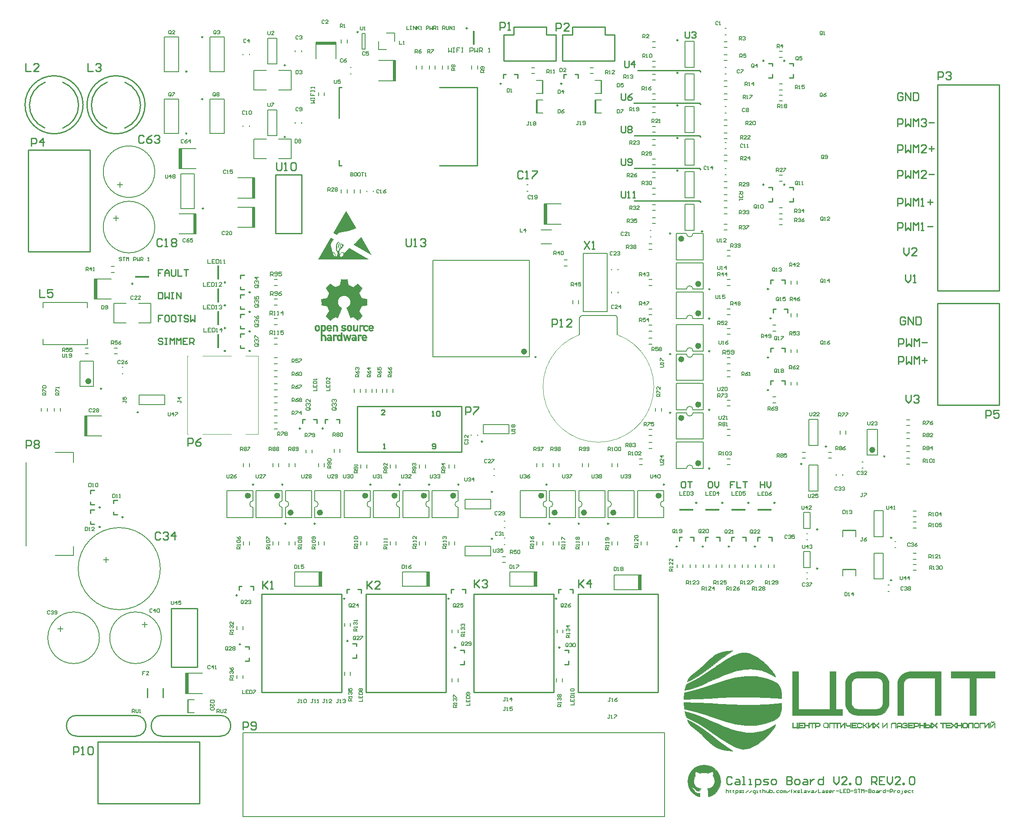
<source format=gto>
G04 Layer_Color=65535*
%FSAX44Y44*%
%MOMM*%
G71*
G01*
G75*
%ADD54C,0.2540*%
%ADD109C,0.2500*%
%ADD110C,0.2000*%
%ADD111C,0.0127*%
%ADD112C,0.6000*%
%ADD113C,0.1000*%
%ADD114C,0.1270*%
%ADD115C,0.0254*%
%ADD116C,0.1500*%
%ADD117R,0.5500X3.9000*%
%ADD118R,0.8000X2.8000*%
%ADD119R,3.9000X0.5500*%
%ADD120R,0.2540X2.5400*%
%ADD121R,2.5400X0.2540*%
%ADD122R,0.3810X2.7940*%
%ADD123R,2.7940X0.3810*%
G36*
X02371637Y00455331D02*
X02371637Y00455331D01*
X02371637Y00455331D01*
X02371637Y00455331D01*
X02371637Y00455331D01*
X02371637Y00455331D01*
X02371637Y00455331D01*
D02*
G37*
G36*
X02326646Y00455159D02*
X02322428D01*
Y00446722D01*
X02321021D01*
Y00455159D01*
X02316803D01*
Y00456565D01*
X02326646D01*
Y00455159D01*
D02*
G37*
G36*
X02337192D02*
X02328755D01*
Y00452347D01*
X02335786D01*
Y00450940D01*
X02328755D01*
Y00448128D01*
X02337192D01*
Y00446722D01*
X02327349D01*
Y00456565D01*
X02337192D01*
Y00455159D01*
D02*
G37*
G36*
X02371645Y00455342D02*
X02371645Y00455342D01*
X02371644Y00455342D01*
X02371644Y00455342D01*
X02371645Y00455342D01*
X02371645Y00455342D01*
X02371645Y00455343D01*
X02371645Y00455342D01*
D02*
G37*
G36*
X02299788Y00446722D02*
X02298382D01*
Y00456565D01*
X02299788D01*
Y00446722D01*
D02*
G37*
G36*
X02371638Y00455332D02*
X02371638Y00455332D01*
X02371637Y00455331D01*
X02371638Y00455332D01*
X02371640Y00455335D01*
X02371641Y00455337D01*
X02371643Y00455340D01*
X02371644Y00455341D01*
X02371644Y00455341D01*
X02371644Y00455341D01*
X02371644Y00455342D01*
X02371638Y00455332D01*
D02*
G37*
G36*
X02155470Y00447480D02*
X02155470Y00447480D01*
X02155470Y00447480D01*
X02155470Y00447480D01*
D02*
G37*
G36*
X02155461Y00447489D02*
X02155461Y00447489D01*
X02155461Y00447488D01*
X02155464Y00447486D01*
X02155469Y00447480D01*
X02155470D01*
X02155470Y00447480D01*
X02155470Y00447480D01*
X02155470Y00447480D01*
X02155469Y00447480D01*
X02155468Y00447481D01*
X02155466Y00447483D01*
X02155464Y00447485D01*
X02155462Y00447488D01*
X02155461Y00447489D01*
X02155461Y00447489D01*
D02*
G37*
G36*
X02155108Y00447908D02*
X02155112Y00447903D01*
X02155112D01*
X02155112Y00447903D01*
X02155112Y00447903D01*
X02155112Y00447903D01*
X02155112Y00447903D01*
X02155112Y00447903D01*
X02155112Y00447903D01*
X02155110Y00447905D01*
X02155109Y00447907D01*
X02155107Y00447910D01*
X02155105Y00447912D01*
X02155105Y00447912D01*
X02155108Y00447908D01*
D02*
G37*
G36*
X02367693Y00456507D02*
X02368212Y00456341D01*
X02368689Y00456079D01*
X02369109Y00455734D01*
X02369460Y00455316D01*
X02369727Y00454839D01*
X02369897Y00454314D01*
X02369956Y00453753D01*
Y00449534D01*
X02369899Y00448969D01*
X02369734Y00448442D01*
X02369474Y00447965D01*
X02369130Y00447548D01*
X02368714Y00447204D01*
X02368236Y00446944D01*
X02367709Y00446780D01*
X02367144Y00446722D01*
X02362925D01*
X02362356Y00446779D01*
X02361828Y00446942D01*
X02361350Y00447200D01*
X02360934Y00447543D01*
X02360591Y00447958D01*
X02360333Y00448437D01*
X02360170Y00448965D01*
X02360113Y00449534D01*
Y00453753D01*
X02360171Y00454318D01*
X02360335Y00454845D01*
X02360595Y00455322D01*
X02360939Y00455739D01*
X02361356Y00456083D01*
X02361833Y00456343D01*
X02362360Y00456508D01*
X02362925Y00456565D01*
X02367144D01*
X02367693Y00456507D01*
D02*
G37*
G36*
X02389910D02*
X02390430Y00456341D01*
X02390907Y00456079D01*
X02391327Y00455734D01*
X02391677Y00455316D01*
X02391944Y00454839D01*
X02392114Y00454314D01*
X02392174Y00453753D01*
Y00449534D01*
X02392117Y00448969D01*
X02391952Y00448442D01*
X02391692Y00447965D01*
X02391348Y00447548D01*
X02390931Y00447204D01*
X02390454Y00446944D01*
X02389927Y00446780D01*
X02389362Y00446722D01*
X02385143D01*
X02384574Y00446779D01*
X02384045Y00446942D01*
X02383567Y00447200D01*
X02383152Y00447543D01*
X02382809Y00447958D01*
X02382551Y00448437D01*
X02382388Y00448965D01*
X02382331Y00449534D01*
Y00453753D01*
X02382388Y00454318D01*
X02382553Y00454845D01*
X02382813Y00455322D01*
X02383157Y00455739D01*
X02383574Y00456083D01*
X02384051Y00456343D01*
X02384578Y00456508D01*
X02385143Y00456565D01*
X02389362D01*
X02389910Y00456507D01*
D02*
G37*
G36*
X02401877Y00455159D02*
X02394846D01*
Y00446722D01*
X02393440D01*
Y00456565D01*
X02401877D01*
Y00455159D01*
D02*
G37*
G36*
X02288539Y00453050D02*
X02294163D01*
X02294714Y00452993D01*
X02295232Y00452830D01*
X02295703Y00452571D01*
X02296118Y00452229D01*
X02296464Y00451813D01*
X02296730Y00451335D01*
X02296904Y00450807D01*
X02296976Y00450238D01*
Y00449534D01*
X02296919Y00448985D01*
X02296758Y00448466D01*
X02296501Y00447990D01*
X02296160Y00447569D01*
X02295745Y00447219D01*
X02295267Y00446952D01*
X02294736Y00446782D01*
X02294163Y00446722D01*
X02287132D01*
Y00456565D01*
X02288539D01*
Y00453050D01*
D02*
G37*
G36*
X02419976Y00458561D02*
X02419976Y00458562D01*
X02419976Y00458562D01*
X02419976Y00458561D01*
D02*
G37*
G36*
X02239451Y00456508D02*
X02239969Y00456345D01*
X02240440Y00456087D01*
X02240855Y00455745D01*
X02241201Y00455329D01*
X02241467Y00454851D01*
X02241641Y00454322D01*
X02241713Y00453753D01*
Y00446722D01*
X02240307D01*
Y00449534D01*
X02233276D01*
Y00446722D01*
X02231870D01*
Y00453753D01*
X02231926Y00454302D01*
X02232087Y00454821D01*
X02232344Y00455298D01*
X02232685Y00455718D01*
X02233100Y00456068D01*
X02233578Y00456335D01*
X02234109Y00456505D01*
X02234682Y00456565D01*
X02238900D01*
X02239451Y00456508D01*
D02*
G37*
G36*
X02263790Y00455159D02*
X02255353D01*
Y00452347D01*
X02262384D01*
Y00450940D01*
X02255353D01*
Y00448128D01*
X02263790D01*
Y00446722D01*
X02253946D01*
Y00456565D01*
X02263790D01*
Y00455159D01*
D02*
G37*
G36*
X02421441Y00458842D02*
X02421283Y00458335D01*
X02421033Y00457870D01*
X02420700Y00457460D01*
X02420294Y00457118D01*
X02419828Y00456857D01*
X02419310Y00456691D01*
X02418751Y00456633D01*
X02418205Y00456687D01*
X02417697Y00456844D01*
X02417236Y00457092D01*
X02416834Y00457423D01*
X02416499Y00457827D01*
X02416242Y00458294D01*
X02416075Y00458815D01*
X02416015Y00459310D01*
X02417284D01*
X02417307Y00459089D01*
X02417307Y00459088D01*
X02417307Y00459088D01*
X02417309Y00459075D01*
X02417392Y00458811D01*
X02417397Y00458799D01*
X02417396Y00458800D01*
X02417397Y00458799D01*
X02417397Y00458799D01*
X02417397Y00458798D01*
X02417526Y00458562D01*
X02417527Y00458560D01*
X02417527Y00458560D01*
X02417534Y00458550D01*
X02417706Y00458342D01*
X02417715Y00458333D01*
X02417716Y00458332D01*
X02417923Y00458161D01*
X02417923Y00458161D01*
X02417923Y00458161D01*
X02417933Y00458154D01*
X02417935Y00458153D01*
X02418172Y00458024D01*
X02418173Y00458023D01*
X02418173Y00458023D01*
X02418185Y00458018D01*
X02418448Y00457936D01*
X02418462Y00457933D01*
X02418463Y00457933D01*
X02418743Y00457905D01*
X02418744Y00457905D01*
X02418744Y00457905D01*
X02418757Y00457904D01*
X02418759Y00457905D01*
X02419039Y00457933D01*
X02419040Y00457933D01*
Y00457933D01*
X02419054Y00457936D01*
X02419317Y00458018D01*
X02419317D01*
X02419329Y00458023D01*
X02419328Y00458023D01*
X02419328Y00458023D01*
X02419329Y00458023D01*
X02419329Y00458023D01*
X02419329Y00458023D01*
X02419330Y00458023D01*
X02419330Y00458023D01*
X02419329Y00458023D01*
X02419329Y00458023D01*
X02419330Y00458024D01*
X02419567Y00458153D01*
X02419568Y00458153D01*
Y00458153D01*
X02419568Y00458153D01*
X02419569Y00458154D01*
X02419568Y00458153D01*
X02419579Y00458161D01*
X02419787Y00458332D01*
X02419787D01*
X02419796Y00458341D01*
X02419968Y00458550D01*
X02419968Y00458550D01*
X02419975Y00458560D01*
X02419976Y00458561D01*
D01*
X02419976Y00458561D01*
X02419975Y00458561D01*
X02419976Y00458561D01*
X02419976Y00458561D01*
X02419976Y00458562D01*
X02420105Y00458798D01*
X02420105Y00458799D01*
X02420111Y00458811D01*
X02420193Y00459075D01*
X02420193D01*
X02420195Y00459088D01*
X02420196Y00459089D01*
X02420218Y00459310D01*
X02421489D01*
X02421441Y00458842D01*
D02*
G37*
G36*
X02120781Y00455159D02*
X02116563D01*
Y00446722D01*
X02115157D01*
Y00455159D01*
X02110938D01*
Y00456565D01*
X02120781D01*
Y00455159D01*
D02*
G37*
G36*
X02153686D02*
X02145249D01*
Y00452347D01*
X02152280D01*
Y00450940D01*
X02145249D01*
Y00448128D01*
X02153686D01*
Y00446722D01*
X02143843D01*
Y00456565D01*
X02153686D01*
Y00455159D01*
D02*
G37*
G36*
X02249869Y00456498D02*
X02249865D01*
X02249862Y00456498D01*
X02249869Y00456498D01*
D02*
G37*
G36*
X02381103Y00456622D02*
X02381122Y00456603D01*
X02381132Y00456579D01*
Y00456565D01*
Y00446722D01*
Y00446709D01*
X02381122Y00446684D01*
X02381103Y00446665D01*
X02381078Y00446655D01*
X02379646D01*
X02379621Y00446665D01*
X02379602Y00446684D01*
X02379592Y00446709D01*
Y00446722D01*
Y00455092D01*
X02374038D01*
X02373766Y00455064D01*
X02373515Y00454986D01*
X02373288Y00454862D01*
X02373089Y00454698D01*
X02372925Y00454500D01*
X02372802Y00454273D01*
X02372723Y00454022D01*
X02372695Y00453750D01*
Y00446722D01*
Y00446709D01*
X02372685Y00446684D01*
X02372666Y00446665D01*
X02372641Y00446655D01*
X02371208D01*
X02371184Y00446665D01*
X02371165Y00446684D01*
X02371155Y00446709D01*
Y00446722D01*
Y00453753D01*
Y00453754D01*
X02371155Y00453755D01*
X02371155Y00453757D01*
X02371155Y00453758D01*
D01*
X02371155Y00453760D01*
X02371155D01*
X02371155Y00453759D01*
X02371155Y00453759D01*
X02371155Y00453758D01*
X02371155D01*
X02371155Y00453759D01*
X02371155Y00453760D01*
Y00453760D01*
D01*
X02371155Y00453761D01*
X02371211Y00454313D01*
X02371211Y00454314D01*
X02371211Y00454314D01*
X02371211Y00454315D01*
X02371211Y00454316D01*
X02371211Y00454316D01*
X02371212Y00454318D01*
X02371212Y00454321D01*
X02371213Y00454324D01*
X02371213Y00454327D01*
X02371214Y00454328D01*
X02371214D01*
X02371214Y00454329D01*
X02371214Y00454328D01*
D01*
X02371214Y00454327D01*
X02371214Y00454327D01*
X02371211Y00454315D01*
X02371211D01*
X02371211Y00454313D01*
X02371214Y00454329D01*
X02371375Y00454846D01*
X02371376Y00454847D01*
X02371376Y00454848D01*
X02371376Y00454849D01*
X02371377Y00454852D01*
X02371379Y00454855D01*
X02371380Y00454858D01*
X02371381Y00454859D01*
X02371381D01*
X02371381Y00454860D01*
X02371637Y00455330D01*
X02371637Y00455330D01*
X02371637Y00455331D01*
X02371637Y00455331D01*
X02371638Y00455332D01*
X02371645Y00455343D01*
X02371985Y00455755D01*
X02371986Y00455756D01*
X02371985Y00455755D01*
X02371985Y00455755D01*
X02371985Y00455755D01*
X02371985Y00455755D01*
X02371986Y00455756D01*
X02371987Y00455757D01*
X02371989Y00455759D01*
X02371991Y00455761D01*
X02371993Y00455764D01*
X02371995Y00455765D01*
Y00455765D01*
X02372409Y00456109D01*
X02372411Y00456110D01*
X02372413Y00456112D01*
X02372416Y00456114D01*
X02372418Y00456115D01*
X02372420Y00456116D01*
X02372420D01*
X02372421Y00456116D01*
X02372897Y00456380D01*
X02372897Y00456380D01*
X02372898Y00456380D01*
X02372898Y00456380D01*
X02372898Y00456381D01*
X02372898Y00456380D01*
X02372898Y00456381D01*
X02372898Y00456381D01*
X02372899Y00456381D01*
X02372899Y00456381D01*
X02372898Y00456381D01*
X02372898Y00456381D01*
X02372899Y00456381D01*
X02372902Y00456382D01*
X02372905Y00456384D01*
X02372908Y00456385D01*
X02372910Y00456385D01*
Y00456385D01*
X02373441Y00456558D01*
X02373442Y00456559D01*
X02373445Y00456560D01*
X02373448Y00456561D01*
X02373452Y00456561D01*
X02373453Y00456561D01*
Y00456561D01*
X02374026Y00456632D01*
X02374027Y00456632D01*
X02374029Y00456632D01*
X02374031Y00456632D01*
X02374033Y00456632D01*
X02381078D01*
X02381103Y00456622D01*
D02*
G37*
G36*
X02163284Y00456139D02*
X02163283Y00456140D01*
D01*
X02163284Y00456139D01*
D02*
G37*
G36*
X02419568Y00458153D02*
X02419568Y00458153D01*
D01*
X02419568Y00458153D01*
X02419568Y00458153D01*
D02*
G37*
G36*
X02272497Y00456508D02*
X02273014Y00456345D01*
X02273486Y00456087D01*
X02273900Y00455745D01*
X02274246Y00455329D01*
X02274512Y00454851D01*
X02274687Y00454322D01*
X02274758Y00453753D01*
Y00452347D01*
X02274702Y00451798D01*
X02274540Y00451278D01*
X02274283Y00450802D01*
X02273942Y00450381D01*
X02273528Y00450031D01*
X02273049Y00449764D01*
X02272519Y00449594D01*
X02271946Y00449534D01*
X02266321D01*
Y00446722D01*
X02264915D01*
Y00456565D01*
X02271946D01*
X02272497Y00456508D01*
D02*
G37*
G36*
X02161704Y00456632D02*
X02161705Y00456632D01*
X02161707Y00456632D01*
X02161708Y00456632D01*
X02161707Y00456632D01*
X02161707D01*
X02161709Y00456632D01*
X02162259Y00456575D01*
X02162259Y00456575D01*
X02162261Y00456575D01*
X02162264Y00456575D01*
X02162268Y00456574D01*
X02162271Y00456573D01*
X02162273Y00456573D01*
X02162790Y00456409D01*
X02162790Y00456409D01*
X02162791Y00456409D01*
X02162794Y00456408D01*
X02162797Y00456407D01*
X02162800Y00456405D01*
X02162802Y00456404D01*
X02163273Y00456146D01*
X02163273Y00456146D01*
X02163275Y00456145D01*
X02163277Y00456144D01*
X02163280Y00456142D01*
X02163283Y00456140D01*
X02163283Y00456140D01*
Y00456140D01*
X02163283Y00456139D01*
X02163284Y00456139D01*
X02163284Y00456139D01*
X02163285Y00456138D01*
X02163285Y00456138D01*
X02163698Y00455797D01*
Y00455797D01*
X02163698Y00455797D01*
X02163698Y00455797D01*
X02163699Y00455796D01*
X02163699Y00455796D01*
X02163700Y00455796D01*
X02163701Y00455795D01*
X02163703Y00455793D01*
X02163705Y00455791D01*
X02163707Y00455789D01*
X02163708Y00455788D01*
X02163708Y00455787D01*
X02164053Y00455372D01*
X02164054Y00455372D01*
X02164055Y00455370D01*
X02164056Y00455368D01*
X02164058Y00455365D01*
X02164060Y00455363D01*
X02164061Y00455361D01*
X02164327Y00454883D01*
X02164327Y00454883D01*
X02164327Y00454882D01*
X02164329Y00454879D01*
X02164330Y00454876D01*
X02164331Y00454873D01*
X02164332Y00454872D01*
X02164506Y00454343D01*
X02164506Y00454343D01*
X02164507Y00454342D01*
X02164508Y00454338D01*
X02164508Y00454335D01*
X02164509Y00454332D01*
X02164509Y00454332D01*
X02164509Y00454332D01*
X02164509Y00454331D01*
X02164509Y00454331D01*
X02164509Y00454330D01*
X02164509Y00454329D01*
X02164509Y00454329D01*
X02164580Y00453763D01*
X02164580Y00453761D01*
X02164582Y00453747D01*
X02164574Y00453719D01*
X02164554Y00453698D01*
X02164528Y00453686D01*
X02163095D01*
X02163071Y00453695D01*
X02163053Y00453711D01*
X02163042Y00453734D01*
X02163040Y00453746D01*
X02163040Y00453747D01*
X02163012Y00454022D01*
X02162934Y00454273D01*
X02162810Y00454500D01*
X02162646Y00454698D01*
X02162448Y00454862D01*
X02162221Y00454986D01*
X02161970Y00455064D01*
X02161698Y00455092D01*
X02157486D01*
X02157489Y00455092D01*
X02157483Y00455092D01*
X02157486D01*
X02157214Y00455064D01*
X02156963Y00454986D01*
X02156736Y00454862D01*
X02156537Y00454698D01*
X02156374Y00454500D01*
X02156250Y00454273D01*
X02156172Y00454022D01*
X02156144Y00453750D01*
Y00449538D01*
X02156172Y00449265D01*
X02156250Y00449015D01*
X02156374Y00448787D01*
X02156537Y00448589D01*
X02156736Y00448425D01*
X02156963Y00448302D01*
X02157214Y00448223D01*
X02157486Y00448195D01*
X02161698D01*
X02161970Y00448223D01*
X02162221Y00448302D01*
X02162448Y00448425D01*
X02162646Y00448589D01*
X02162810Y00448787D01*
X02162934Y00449015D01*
X02163012Y00449265D01*
X02163040Y00449540D01*
Y00449540D01*
X02163040Y00449540D01*
X02163040Y00449541D01*
X02163040Y00449541D01*
D01*
Y00449541D01*
Y00449541D01*
X02163040D01*
X02163040Y00449542D01*
X02163040Y00449542D01*
X02163040Y00449541D01*
X02163042Y00449553D01*
X02163053Y00449576D01*
X02163071Y00449593D01*
X02163095Y00449602D01*
X02164528D01*
X02164554Y00449590D01*
X02164573Y00449569D01*
X02164582Y00449542D01*
X02164581Y00449527D01*
X02164581Y00449526D01*
X02164524Y00448979D01*
Y00448979D01*
X02164524Y00448979D01*
X02164524Y00448979D01*
X02164524Y00448979D01*
X02164524Y00448977D01*
X02164524Y00448974D01*
X02164523Y00448971D01*
X02164522Y00448968D01*
X02164522Y00448966D01*
X02164522Y00448966D01*
X02164522Y00448966D01*
X02164521Y00448965D01*
X02164521Y00448965D01*
X02164521Y00448965D01*
X02164360Y00448447D01*
X02164360Y00448447D01*
X02164360Y00448446D01*
X02164360Y00448446D01*
X02164360Y00448446D01*
X02164360Y00448446D01*
X02164360Y00448445D01*
X02164360Y00448446D01*
X02164360Y00448446D01*
X02164360Y00448446D01*
Y00448446D01*
X02164359Y00448445D01*
X02164358Y00448442D01*
X02164357Y00448439D01*
X02164356Y00448436D01*
X02164355Y00448435D01*
X02164099Y00447959D01*
X02164098Y00447957D01*
Y00447957D01*
X02164098Y00447956D01*
X02164096Y00447953D01*
X02164094Y00447951D01*
X02164092Y00447948D01*
X02164091Y00447947D01*
X02163750Y00447527D01*
X02163750D01*
X02163749Y00447525D01*
X02163747Y00447523D01*
X02163745Y00447521D01*
X02163743Y00447519D01*
X02163741Y00447518D01*
X02163327Y00447167D01*
X02163327D01*
X02163325Y00447166D01*
X02163323Y00447164D01*
X02163320Y00447162D01*
X02163317Y00447161D01*
X02163316Y00447160D01*
X02162838Y00446893D01*
X02162838D01*
X02162836Y00446892D01*
X02162833Y00446891D01*
X02162830Y00446889D01*
X02162827Y00446888D01*
X02162826Y00446888D01*
X02162295Y00446718D01*
X02162295D01*
X02162293Y00446717D01*
X02162290Y00446716D01*
X02162286Y00446716D01*
X02162283Y00446715D01*
X02162281Y00446715D01*
X02161708Y00446655D01*
X02161708D01*
X02161707Y00446655D01*
X02161705Y00446655D01*
X02161704Y00446655D01*
X02161702Y00446655D01*
X02157482D01*
X02157480Y00446655D01*
X02157478Y00446655D01*
X02157477Y00446655D01*
X02157476Y00446655D01*
X02156923Y00446711D01*
X02156921Y00446711D01*
X02156918Y00446711D01*
X02156915Y00446712D01*
X02156912Y00446713D01*
X02156910Y00446713D01*
X02156389Y00446874D01*
X02156387Y00446874D01*
X02156384Y00446875D01*
X02156381Y00446876D01*
X02156378Y00446878D01*
X02156377Y00446879D01*
X02155900Y00447133D01*
X02155898Y00447134D01*
X02155896Y00447136D01*
X02155893Y00447137D01*
X02155891Y00447139D01*
X02155890Y00447140D01*
D01*
X02155889Y00447140D01*
X02155890Y00447140D01*
Y00447140D01*
X02155890Y00447140D01*
X02155889Y00447140D01*
X02155889Y00447141D01*
X02155889Y00447141D01*
X02155889Y00447141D01*
X02155470Y00447479D01*
Y00447479D01*
X02155470Y00447480D01*
X02155470Y00447480D01*
X02155470Y00447480D01*
X02155464Y00447486D01*
X02155461Y00447488D01*
X02155461Y00447489D01*
X02155461Y00447489D01*
X02155461Y00447489D01*
X02155461Y00447489D01*
X02155461Y00447489D01*
X02155112Y00447902D01*
Y00447902D01*
X02155112Y00447902D01*
X02155112Y00447903D01*
X02155112Y00447903D01*
X02155112Y00447903D01*
X02155108Y00447908D01*
X02155105Y00447912D01*
X02155105Y00447912D01*
D01*
D01*
D01*
X02155105Y00447914D01*
X02155104Y00447915D01*
X02154840Y00448391D01*
X02154840Y00448391D01*
X02154840Y00448391D01*
X02154839Y00448391D01*
X02154839Y00448392D01*
D01*
X02154838Y00448393D01*
X02154837Y00448396D01*
X02154836Y00448399D01*
X02154834Y00448402D01*
X02154834Y00448404D01*
X02154665Y00448937D01*
X02154665Y00448938D01*
X02154664Y00448942D01*
X02154663Y00448945D01*
X02154663Y00448949D01*
X02154663Y00448950D01*
X02154663Y00448951D01*
Y00448951D01*
X02154663Y00448951D01*
X02154663Y00448951D01*
Y00448951D01*
X02154663Y00448951D01*
X02154663Y00448950D01*
X02154663Y00448950D01*
X02154663Y00448950D01*
X02154663Y00448950D01*
X02154663Y00448951D01*
X02154662Y00448957D01*
X02154663Y00448951D01*
X02154603Y00449527D01*
Y00449527D01*
X02154603Y00449527D01*
X02154603Y00449527D01*
Y00449527D01*
D01*
X02154603Y00449528D01*
Y00449528D01*
X02154603Y00449527D01*
X02154603Y00449527D01*
X02154603Y00449528D01*
X02154603Y00449530D01*
X02154603Y00449532D01*
X02154603Y00449533D01*
Y00449534D01*
Y00453753D01*
Y00453754D01*
X02154603Y00453755D01*
X02154603Y00453757D01*
X02154603Y00453759D01*
X02154603Y00453760D01*
X02154603Y00453761D01*
X02154659Y00454313D01*
X02154659D01*
X02154659Y00454314D01*
X02154660Y00454314D01*
X02154660Y00454315D01*
X02154660Y00454316D01*
X02154660Y00454316D01*
X02154660Y00454318D01*
X02154660Y00454321D01*
X02154661Y00454324D01*
X02154662Y00454327D01*
X02154662Y00454328D01*
X02154662Y00454328D01*
X02154662Y00454329D01*
X02154662Y00454329D01*
X02154662Y00454328D01*
X02154662Y00454327D01*
X02154662Y00454328D01*
X02154662Y00454329D01*
X02154824Y00454846D01*
X02154824Y00454846D01*
X02154824Y00454846D01*
X02154824Y00454847D01*
X02154824Y00454847D01*
X02154824Y00454847D01*
X02154824Y00454847D01*
Y00454847D01*
X02154824Y00454847D01*
X02154824Y00454848D01*
X02154825Y00454849D01*
X02154826Y00454852D01*
X02154827Y00454855D01*
X02154828Y00454858D01*
X02154829Y00454859D01*
X02154829Y00454859D01*
X02154829Y00454859D01*
X02154830Y00454860D01*
X02154830Y00454860D01*
X02154830Y00454860D01*
X02154830Y00454860D01*
X02155085Y00455330D01*
X02155086Y00455331D01*
X02155086D01*
X02155086Y00455332D01*
X02155088Y00455335D01*
X02155090Y00455337D01*
X02155091Y00455340D01*
X02155092Y00455341D01*
X02155092Y00455341D01*
X02155093Y00455342D01*
X02155093Y00455342D01*
X02155093Y00455342D01*
X02155094Y00455342D01*
X02155433Y00455755D01*
X02155433Y00455755D01*
X02155434Y00455755D01*
X02155434Y00455755D01*
X02155434Y00455756D01*
X02155434D01*
X02155435Y00455757D01*
X02155437Y00455759D01*
X02155439Y00455761D01*
X02155442Y00455764D01*
X02155443Y00455765D01*
X02155858Y00456109D01*
Y00456109D01*
X02155859Y00456110D01*
X02155862Y00456112D01*
X02155864Y00456114D01*
X02155867Y00456115D01*
X02155868Y00456116D01*
X02155869Y00456116D01*
X02155868Y00456116D01*
X02155867Y00456116D01*
X02155869Y00456116D01*
X02155869Y00456116D01*
X02156346Y00456380D01*
X02156346Y00456380D01*
X02156346D01*
X02156348Y00456381D01*
X02156351Y00456382D01*
X02156353Y00456384D01*
X02156357Y00456385D01*
X02156358Y00456385D01*
X02156889Y00456558D01*
Y00456558D01*
X02156890Y00456559D01*
X02156893Y00456560D01*
X02156897Y00456561D01*
X02156900Y00456561D01*
X02156901Y00456561D01*
X02157474Y00456632D01*
Y00456632D01*
X02157475Y00456632D01*
X02157477Y00456632D01*
X02157480Y00456632D01*
X02157482Y00456632D01*
X02161702D01*
X02161704Y00456632D01*
D02*
G37*
G36*
X01843884Y00495663D02*
X01867704Y00494574D01*
X01889427Y00493441D01*
X01910232Y00492475D01*
X01931295Y00491886D01*
X01953794Y00491885D01*
X01978908Y00492682D01*
X02007814Y00494487D01*
X02007275Y00485843D01*
X02006457Y00478929D01*
X02005051Y00473430D01*
X02002746Y00469030D01*
X01999233Y00465415D01*
X01994202Y00462270D01*
X01987343Y00459280D01*
X01978346Y00456130D01*
X01958206Y00451816D01*
X01938178Y00451529D01*
X01918219Y00454362D01*
X01898285Y00459411D01*
X01878331Y00465770D01*
X01858314Y00472533D01*
X01838190Y00478796D01*
X01817915Y00483653D01*
X01816788Y00496498D01*
X01843884Y00495663D01*
D02*
G37*
G36*
X02142475Y00456622D02*
X02142494Y00456603D01*
X02142504Y00456579D01*
Y00456565D01*
Y00446722D01*
Y00446709D01*
X02142494Y00446684D01*
X02142475Y00446665D01*
X02142450Y00446655D01*
X02141017D01*
X02140992Y00446665D01*
X02140973Y00446684D01*
X02140963Y00446709D01*
Y00446722D01*
Y00450184D01*
X02135405D01*
X02135403Y00450184D01*
X02135401Y00450184D01*
X02135400Y00450184D01*
X02135399Y00450185D01*
X02134846Y00450240D01*
X02134844Y00450240D01*
X02134841Y00450241D01*
X02134838Y00450242D01*
X02134835Y00450242D01*
X02134833Y00450243D01*
X02134312Y00450403D01*
X02134310Y00450404D01*
X02134307Y00450405D01*
X02134304Y00450406D01*
X02134301Y00450407D01*
X02134300Y00450408D01*
X02133823Y00450663D01*
X02133822Y00450664D01*
X02133819Y00450665D01*
X02133816Y00450667D01*
X02133813Y00450669D01*
X02133812Y00450670D01*
X02133812Y00450670D01*
X02133812Y00450670D01*
X02133394Y00451009D01*
X02133393Y00451009D01*
X02133393Y00451009D01*
X02133393Y00451009D01*
X02133393Y00451010D01*
X02133392Y00451010D01*
X02133391Y00451011D01*
X02133389Y00451013D01*
X02133387Y00451015D01*
X02133385Y00451017D01*
X02133384Y00451018D01*
X02133384Y00451018D01*
X02133383Y00451019D01*
X02133035Y00451432D01*
X02133035Y00451432D01*
X02133035Y00451432D01*
X02133035Y00451432D01*
X02133035Y00451433D01*
X02133035Y00451433D01*
X02133033Y00451434D01*
X02133032Y00451437D01*
X02133030Y00451439D01*
X02133028Y00451442D01*
X02133027Y00451443D01*
X02133027Y00451443D01*
X02133027Y00451444D01*
X02132763Y00451920D01*
X02132763Y00451920D01*
X02132762Y00451921D01*
X02132762Y00451922D01*
X02132762Y00451922D01*
X02132762Y00451921D01*
X02132761Y00451923D01*
X02132760Y00451926D01*
X02132759Y00451929D01*
X02132758Y00451932D01*
X02132757Y00451934D01*
X02132588Y00452466D01*
X02132588Y00452468D01*
X02132587Y00452471D01*
X02132586Y00452475D01*
X02132586Y00452478D01*
X02132586Y00452480D01*
X02132586Y00452480D01*
X02132586Y00452480D01*
X02132527Y00453056D01*
X02132526Y00453057D01*
Y00453057D01*
X02132526Y00453058D01*
X02132526Y00453059D01*
X02132526Y00453061D01*
X02132526Y00453063D01*
Y00453064D01*
Y00456565D01*
Y00456579D01*
X02132536Y00456603D01*
X02132555Y00456622D01*
X02132580Y00456632D01*
X02134013D01*
X02134038Y00456622D01*
X02134057Y00456603D01*
X02134067Y00456579D01*
Y00456565D01*
Y00453067D01*
X02134095Y00452795D01*
X02134173Y00452544D01*
X02134297Y00452317D01*
X02134460Y00452118D01*
X02134659Y00451955D01*
X02134886Y00451831D01*
X02135137Y00451753D01*
X02135409Y00451725D01*
X02140963D01*
Y00456565D01*
Y00456579D01*
X02140973Y00456603D01*
X02140992Y00456622D01*
X02141017Y00456632D01*
X02142450D01*
X02142475Y00456622D01*
D02*
G37*
G36*
X02061581Y00446722D02*
X02060175D01*
Y00450940D01*
X02053144D01*
Y00446722D01*
X02051738D01*
Y00456565D01*
X02053144D01*
Y00452347D01*
X02060175D01*
Y00456565D01*
X02061581D01*
Y00446722D01*
D02*
G37*
G36*
X02251223Y00450113D02*
X02251222Y00450113D01*
Y00450113D01*
X02251223Y00450113D01*
D02*
G37*
G36*
X02250685Y00450759D02*
X02250686Y00450759D01*
X02250685Y00450759D01*
X02250685Y00450759D01*
D02*
G37*
G36*
X02250685Y00450759D02*
X02250685Y00450759D01*
X02250685Y00450759D01*
Y00450759D01*
X02250685Y00450759D01*
D02*
G37*
G36*
X02170560Y00451643D02*
X02175482Y00446722D01*
X02173499D01*
X02169280Y00450940D01*
X02167045D01*
Y00446722D01*
X02165638D01*
Y00456565D01*
X02167045D01*
Y00452347D01*
X02169280D01*
X02173499Y00456565D01*
X02175482D01*
X02170560Y00451643D01*
D02*
G37*
G36*
X02358847Y00446722D02*
X02357441D01*
Y00450940D01*
X02350410D01*
Y00446722D01*
X02349004D01*
Y00456565D01*
X02350410D01*
Y00452347D01*
X02357441D01*
Y00456565D01*
X02358847D01*
Y00446722D01*
D02*
G37*
G36*
X02285726D02*
X02284320D01*
Y00450940D01*
X02277289D01*
Y00446722D01*
X02275883D01*
Y00456565D01*
X02277289D01*
Y00452347D01*
X02284320D01*
Y00456565D01*
X02285726D01*
Y00446722D01*
D02*
G37*
G36*
X02347879Y00454456D02*
X02344125Y00451629D01*
X02347879Y00448803D01*
Y00446722D01*
X02346473D01*
Y00448100D01*
X02342958Y00450744D01*
X02339442Y00448100D01*
Y00446722D01*
X02338036D01*
Y00448803D01*
X02341790Y00451629D01*
X02338036Y00454456D01*
Y00456565D01*
X02339442D01*
Y00455159D01*
X02342958Y00452515D01*
X02346473Y00455159D01*
Y00456565D01*
X02347879D01*
Y00454456D01*
D02*
G37*
G36*
X02310756D02*
X02307001Y00451629D01*
X02310756Y00448803D01*
Y00446722D01*
X02309350D01*
Y00448100D01*
X02305835Y00450744D01*
X02302319Y00448100D01*
Y00446722D01*
X02300913D01*
Y00448803D01*
X02304667Y00451629D01*
X02300913Y00454456D01*
Y00456565D01*
X02302319D01*
Y00455159D01*
X02305835Y00452515D01*
X02309350Y00455159D01*
Y00456565D01*
X02310756D01*
Y00454456D01*
D02*
G37*
G36*
X02196996D02*
X02193241Y00451629D01*
X02196996Y00448803D01*
Y00446722D01*
X02195590D01*
Y00448100D01*
X02192074Y00450744D01*
X02188559Y00448100D01*
Y00446722D01*
X02187153D01*
Y00448803D01*
X02190907Y00451629D01*
X02187153Y00454456D01*
Y00456565D01*
X02188559D01*
Y00455159D01*
X02192074Y00452515D01*
X02195590Y00455159D01*
Y00456565D01*
X02196996D01*
Y00454456D01*
D02*
G37*
G36*
X02163040Y00449541D02*
X02163040Y00449541D01*
X02163040Y00449541D01*
X02163040Y00449541D01*
D02*
G37*
G36*
X01833824Y00330348D02*
X01833824D01*
X01833824Y00330348D01*
X01833824Y00330348D01*
D02*
G37*
G36*
X02250904Y00454798D02*
X02250904Y00454799D01*
X02250903Y00454799D01*
Y00454799D01*
X02250904Y00454798D01*
D02*
G37*
G36*
X02131328Y00446722D02*
X02129922D01*
Y00454667D01*
X02122891Y00446722D01*
X02121484D01*
Y00456565D01*
X02122891D01*
Y00448761D01*
X02129922Y00456565D01*
X02131328D01*
Y00446722D01*
D02*
G37*
G36*
X02250400Y00456442D02*
X02250904Y00456283D01*
X02251370Y00456031D01*
X02251781Y00455696D01*
X02252125Y00455290D01*
X02252387Y00454824D01*
X02252554Y00454308D01*
X02252613Y00453751D01*
X02252599Y00453450D01*
X02252554Y00453160D01*
X02252481Y00452884D01*
X02252379Y00452621D01*
X02252247Y00452370D01*
X02252087Y00452132D01*
X02251898Y00451907D01*
X02251679Y00451692D01*
Y00451692D01*
X02251678Y00451692D01*
Y00451692D01*
X02251678Y00451692D01*
X02251678D01*
X02251678Y00451692D01*
X02251677Y00451691D01*
X02251678Y00451692D01*
X02251658Y00451643D01*
X02251678Y00451595D01*
X02251679Y00451595D01*
X02251898Y00451380D01*
X02252087Y00451155D01*
X02252247Y00450917D01*
X02252379Y00450667D01*
X02252481Y00450403D01*
X02252554Y00450127D01*
X02252599Y00449837D01*
X02252613Y00449536D01*
X02252558Y00448999D01*
X02252401Y00448492D01*
X02252150Y00448027D01*
X02251817Y00447617D01*
X02251412Y00447274D01*
X02250945Y00447014D01*
X02250428Y00446848D01*
X02249865Y00446789D01*
X02245654D01*
X02245657Y00446789D01*
X02245650Y00446789D01*
X02245654D01*
X02245104Y00446844D01*
X02244596Y00447000D01*
X02244136Y00447249D01*
X02243733Y00447580D01*
X02243398Y00447984D01*
X02243141Y00448451D01*
X02242974Y00448972D01*
X02242914Y00449467D01*
X02244183D01*
X02244206Y00449246D01*
X02244206Y00449245D01*
X02244206Y00449245D01*
X02244208Y00449232D01*
X02244291Y00448968D01*
X02244296Y00448956D01*
X02244296Y00448955D01*
X02244425Y00448718D01*
X02244426Y00448717D01*
X02244426Y00448717D01*
X02244433Y00448707D01*
X02244605Y00448498D01*
X02244614Y00448489D01*
X02244614Y00448490D01*
X02244613Y00448490D01*
X02244613D01*
X02244614Y00448490D01*
X02244614Y00448489D01*
X02244614Y00448489D01*
X02244615Y00448489D01*
X02244822Y00448318D01*
X02244823Y00448317D01*
X02244823Y00448317D01*
X02244832Y00448311D01*
X02244834Y00448310D01*
X02245071Y00448181D01*
X02245072Y00448180D01*
X02245072Y00448180D01*
X02245084Y00448175D01*
X02245348Y00448093D01*
X02245361Y00448090D01*
X02245362Y00448090D01*
X02245642Y00448061D01*
X02245643Y00448061D01*
X02245643Y00448061D01*
X02245650Y00448061D01*
X02249869D01*
X02249875Y00448061D01*
X02249877Y00448061D01*
X02250157Y00448090D01*
X02250157D01*
X02250158Y00448090D01*
Y00448090D01*
X02250158Y00448090D01*
X02250159Y00448090D01*
X02250158Y00448090D01*
X02250158Y00448090D01*
X02250158D01*
D01*
X02250158Y00448090D01*
X02250171Y00448093D01*
X02250435Y00448175D01*
X02250435D01*
X02250447Y00448180D01*
X02250446Y00448180D01*
X02250447Y00448180D01*
X02250447Y00448180D01*
X02250448Y00448181D01*
X02250685Y00448310D01*
X02250686Y00448310D01*
Y00448310D01*
X02250696Y00448317D01*
X02250905Y00448489D01*
X02250905D01*
X02250914Y00448498D01*
X02251086Y00448707D01*
X02251086Y00448707D01*
X02251093Y00448717D01*
X02251094Y00448718D01*
X02251222Y00448955D01*
X02251223Y00448956D01*
X02251223Y00448956D01*
X02251223Y00448956D01*
Y00448956D01*
X02251223Y00448956D01*
X02251224Y00448957D01*
X02251223Y00448956D01*
X02251228Y00448968D01*
X02251310Y00449232D01*
X02251310D01*
X02251313Y00449245D01*
X02251313Y00449246D01*
X02251342Y00449526D01*
X02251342Y00449529D01*
X02251342Y00449541D01*
X02251342Y00449540D01*
X02251342Y00449539D01*
Y00449529D01*
X02251342Y00449529D01*
X02251342Y00449532D01*
X02251342Y00449535D01*
X02251342Y00449538D01*
X02251342Y00449539D01*
Y00449540D01*
X02251342Y00449541D01*
Y00449541D01*
X02251342Y00449542D01*
X02251313Y00449822D01*
X02251313Y00449822D01*
X02251313Y00449824D01*
X02251313Y00449823D01*
X02251313Y00449825D01*
X02251313Y00449824D01*
X02251310Y00449837D01*
X02251228Y00450100D01*
X02251228Y00450100D01*
X02251223Y00450112D01*
X02251223Y00450112D01*
X02251223Y00450113D01*
X02251223Y00450113D01*
X02251223Y00450113D01*
X02251223Y00450113D01*
X02251223Y00450113D01*
X02251223Y00450112D01*
X02251223Y00450112D01*
X02251223Y00450112D01*
X02251222Y00450113D01*
X02251094Y00450350D01*
X02251094D01*
X02251093Y00450351D01*
X02251093Y00450351D01*
X02251092Y00450352D01*
X02251093Y00450351D01*
X02251086Y00450362D01*
X02250914Y00450570D01*
X02250914Y00450570D01*
X02250905Y00450579D01*
X02250696Y00450751D01*
X02250696Y00450751D01*
X02250686Y00450759D01*
X02250686Y00450759D01*
X02250686Y00450759D01*
X02250686Y00450759D01*
X02250685Y00450759D01*
X02250448Y00450888D01*
X02250448D01*
X02250447Y00450889D01*
X02250447Y00450889D01*
X02250446Y00450889D01*
X02250447Y00450889D01*
X02250435Y00450894D01*
X02250171Y00450976D01*
X02250171Y00450976D01*
X02250158Y00450979D01*
X02250158D01*
X02250159Y00450979D01*
X02250159Y00450979D01*
X02250159Y00450979D01*
X02250159Y00450979D01*
X02250158Y00450979D01*
X02250158Y00450979D01*
X02250158D01*
D01*
X02250158Y00450979D01*
X02250157Y00450979D01*
X02250157Y00450979D01*
X02250157Y00450979D01*
X02249877Y00451007D01*
X02249877D01*
X02249875Y00451007D01*
X02249869Y00451008D01*
X02247124D01*
Y00452279D01*
X02249869D01*
X02249875Y00452280D01*
X02249877Y00452280D01*
X02250157Y00452308D01*
X02250157D01*
X02250158Y00452309D01*
Y00452309D01*
X02250158Y00452309D01*
X02250159Y00452309D01*
X02250158Y00452309D01*
X02250158Y00452309D01*
X02250158D01*
D01*
X02250158Y00452309D01*
X02250171Y00452311D01*
X02250435Y00452393D01*
X02250435D01*
X02250447Y00452398D01*
X02250448Y00452399D01*
X02250685Y00452528D01*
X02250686Y00452529D01*
Y00452529D01*
X02250696Y00452536D01*
X02250905Y00452708D01*
X02250905D01*
X02250914Y00452717D01*
X02251086Y00452925D01*
X02251086D01*
X02251093Y00452936D01*
X02251093Y00452935D01*
X02251092Y00452935D01*
Y00452935D01*
X02251093Y00452935D01*
X02251093Y00452936D01*
X02251093Y00452936D01*
X02251094Y00452937D01*
X02251222Y00453174D01*
X02251223Y00453175D01*
X02251228Y00453187D01*
X02251310Y00453450D01*
X02251310D01*
X02251313Y00453464D01*
X02251313Y00453465D01*
X02251342Y00453745D01*
X02251342Y00453746D01*
X02251342Y00453747D01*
X02251342D01*
X02251342Y00453760D01*
X02251342Y00453760D01*
X02251342Y00453761D01*
X02251342Y00453761D01*
Y00453761D01*
X02251313Y00454041D01*
X02251313Y00454041D01*
X02251313Y00454042D01*
X02251313Y00454042D01*
X02251313Y00454043D01*
X02251313Y00454042D01*
X02251310Y00454055D01*
X02251228Y00454319D01*
X02251228Y00454319D01*
X02251223Y00454331D01*
X02251223Y00454331D01*
X02251223Y00454331D01*
X02251223Y00454332D01*
X02251223Y00454332D01*
X02251223Y00454332D01*
X02251223Y00454332D01*
X02251223Y00454331D01*
X02251223Y00454331D01*
X02251223Y00454331D01*
X02251222Y00454332D01*
X02251094Y00454569D01*
X02251094D01*
X02251092Y00454571D01*
Y00454571D01*
X02251092Y00454571D01*
X02251091Y00454574D01*
X02251089Y00454577D01*
X02251087Y00454579D01*
X02251086Y00454581D01*
Y00454581D01*
X02250914Y00454789D01*
Y00454789D01*
X02250905Y00454798D01*
X02250904Y00454798D01*
X02250904Y00454798D01*
X02250905Y00454798D01*
X02250903Y00454799D01*
X02250697Y00454969D01*
Y00454969D01*
X02250695Y00454971D01*
X02250686Y00454977D01*
X02250685Y00454978D01*
X02250448Y00455107D01*
X02250448D01*
X02250447Y00455107D01*
X02250435Y00455112D01*
X02250171Y00455195D01*
X02250171Y00455194D01*
X02250158Y00455197D01*
X02250158D01*
X02250159Y00455197D01*
X02250158Y00455197D01*
X02250158Y00455197D01*
X02250158D01*
D01*
X02250158Y00455197D01*
X02250157Y00455197D01*
X02250157Y00455197D01*
X02250157Y00455197D01*
X02249877Y00455226D01*
X02249877D01*
X02249875Y00455226D01*
X02249869Y00455226D01*
X02245650D01*
X02245643Y00455226D01*
X02245642Y00455226D01*
X02245362Y00455197D01*
X02245361Y00455197D01*
X02245361D01*
X02245361D01*
D01*
X02245361Y00455197D01*
X02245360Y00455197D01*
X02245361Y00455197D01*
X02245361D01*
X02245361D01*
D01*
X02245361D01*
X02245361Y00455197D01*
X02245362Y00455197D01*
X02245362Y00455197D01*
X02245361Y00455197D01*
X02245361D01*
X02245348Y00455194D01*
X02245084Y00455112D01*
Y00455112D01*
X02245072Y00455107D01*
X02245073Y00455108D01*
X02245073Y00455108D01*
X02245072Y00455107D01*
X02245072Y00455107D01*
X02245071Y00455107D01*
X02244834Y00454978D01*
X02244834Y00454978D01*
X02244833Y00454977D01*
X02244829Y00454974D01*
X02244822Y00454969D01*
X02244823Y00454971D01*
X02244829Y00454974D01*
X02244832Y00454977D01*
X02244833Y00454977D01*
X02244833Y00454977D01*
X02244832Y00454977D01*
X02244831Y00454976D01*
X02244828Y00454974D01*
X02244826Y00454972D01*
X02244824Y00454971D01*
X02244823Y00454970D01*
X02244823D01*
X02244822Y00454969D01*
X02244822Y00454969D01*
X02244822Y00454969D01*
X02244615Y00454799D01*
X02244614Y00454798D01*
D01*
X02244614Y00454798D01*
X02244614D01*
X02244614Y00454798D01*
X02244613Y00454797D01*
X02244614Y00454798D01*
X02244605Y00454789D01*
X02244433Y00454581D01*
Y00454580D01*
X02244426Y00454570D01*
X02244425Y00454569D01*
X02244296Y00454332D01*
X02244296Y00454332D01*
X02244296Y00454331D01*
D01*
X02244296Y00454331D01*
Y00454331D01*
X02244295Y00454330D01*
X02244296Y00454331D01*
X02244291Y00454319D01*
X02244208Y00454055D01*
Y00454055D01*
X02244206Y00454042D01*
X02244206Y00454041D01*
X02244183Y00453820D01*
X02242912D01*
X02242960Y00454288D01*
X02243118Y00454795D01*
X02243368Y00455260D01*
X02243702Y00455671D01*
X02244107Y00456013D01*
X02244573Y00456273D01*
X02245091Y00456439D01*
X02245654Y00456498D01*
X02249865D01*
X02250400Y00456442D01*
D02*
G37*
G36*
X02038520Y00448128D02*
X02039926D01*
Y00445316D01*
X02038520D01*
Y00446722D01*
X02028677D01*
Y00456565D01*
X02030083D01*
Y00448128D01*
X02037114D01*
Y00456565D01*
X02038520D01*
Y00448128D01*
D02*
G37*
G36*
X01834229Y00330419D02*
X01834229D01*
X01834229D01*
D01*
D02*
G37*
G36*
X02423672Y00446722D02*
X02422267D01*
Y00454667D01*
X02415236Y00446722D01*
X02413829D01*
Y00456565D01*
X02415236D01*
Y00448761D01*
X02422267Y00456565D01*
X02423672D01*
Y00446722D01*
D02*
G37*
G36*
X02251223Y00454332D02*
X02251222Y00454332D01*
Y00454332D01*
X02251223Y00454332D01*
D02*
G37*
G36*
X02164509Y00454330D02*
X02164509Y00454332D01*
D01*
X02164509Y00454330D01*
D02*
G37*
G36*
X02186028Y00446722D02*
X02184622D01*
Y00454667D01*
X02177591Y00446722D01*
X02176185D01*
Y00456565D01*
X02177591D01*
Y00448761D01*
X02184622Y00456565D01*
X02186028D01*
Y00446722D01*
D02*
G37*
G36*
X02213589D02*
X02212183D01*
Y00454667D01*
X02205152Y00446722D01*
X02203746D01*
Y00456565D01*
X02205152D01*
Y00448761D01*
X02212183Y00456565D01*
X02213589D01*
Y00446722D01*
D02*
G37*
G36*
X02412423D02*
X02411017D01*
Y00454667D01*
X02403986Y00446722D01*
X02402580D01*
Y00456565D01*
X02403986D01*
Y00448761D01*
X02411017Y00456565D01*
X02412423D01*
Y00446722D01*
D02*
G37*
G36*
X01190669Y01231482D02*
X01190668Y01231486D01*
X01190669Y01231486D01*
X01191952Y01231231D01*
X01191958Y01231245D01*
X01192094Y01231218D01*
X01193148Y01230514D01*
X01193138Y01230502D01*
X01191426Y01228458D01*
X01190740Y01228916D01*
X01190656Y01228933D01*
X01190651Y01228920D01*
X01189848Y01229080D01*
X01189848Y01229085D01*
X01189847Y01229085D01*
X01188896Y01228896D01*
X01188249Y01228463D01*
X01188253Y01228458D01*
X01188118Y01228367D01*
X01187723Y01227776D01*
X01187706Y01227691D01*
X01187695Y01227694D01*
X01187484Y01226633D01*
X01187498Y01226560D01*
X01187547Y01226561D01*
Y01219456D01*
X01185169D01*
Y01231278D01*
X01187547D01*
Y01230015D01*
X01187583Y01230021D01*
X01187835Y01230397D01*
X01188896Y01231106D01*
X01188888Y01231126D01*
X01188957Y01231172D01*
X01190592Y01231497D01*
X01190669Y01231482D01*
D02*
G37*
G36*
X01208908Y01367778D02*
X01173896Y01387992D01*
X01174762Y01388788D01*
X01176890Y01390941D01*
X01179120Y01393333D01*
X01181656Y01396091D01*
X01184697Y01399342D01*
X01188447Y01403211D01*
X01208908Y01367778D01*
D02*
G37*
G36*
X01139031Y01231482D02*
X01139030Y01231485D01*
X01140407Y01231211D01*
X01140417Y01231237D01*
X01140450Y01231230D01*
X01141707Y01230390D01*
X01141698Y01230379D01*
X01141987Y01230185D01*
X01142709Y01229106D01*
X01142721Y01229111D01*
X01142722Y01229109D01*
X01142891Y01228259D01*
X01142892Y01228259D01*
X01143074Y01227342D01*
X01143069Y01227315D01*
X01142970Y01227316D01*
Y01219456D01*
X01140593D01*
X01140645Y01226495D01*
X01140655Y01226548D01*
X01140452Y01227570D01*
X01140446Y01227568D01*
X01140421Y01227694D01*
X01139954Y01228392D01*
X01139954Y01228392D01*
X01139939Y01228414D01*
X01139203Y01228905D01*
X01139193Y01228907D01*
X01139192Y01228906D01*
X01138292Y01229085D01*
X01138264Y01229079D01*
X01138265Y01229080D01*
X01138233Y01229086D01*
X01137318Y01228904D01*
X01137317Y01228904D01*
X01137291Y01228899D01*
X01136562Y01228412D01*
X01136548Y01228392D01*
X01136548Y01228392D01*
X01136081Y01227694D01*
X01136056Y01227568D01*
X01136050Y01227570D01*
X01135847Y01226548D01*
X01135857Y01226495D01*
X01135909Y01226496D01*
Y01219456D01*
X01133531D01*
Y01231278D01*
X01135909D01*
Y01230015D01*
X01135946Y01230021D01*
X01136197Y01230397D01*
X01137258Y01231106D01*
X01137250Y01231126D01*
X01137319Y01231172D01*
X01138955Y01231497D01*
X01139031Y01231482D01*
D02*
G37*
G36*
X01200771Y01222928D02*
X01200771Y01222927D01*
X01200765Y01222932D01*
X01200771Y01222928D01*
D02*
G37*
G36*
X01161519Y01320455D02*
X01161654Y01320128D01*
X01161643Y01320126D01*
X01163679Y01309506D01*
X01163815Y01309179D01*
X01164033Y01309088D01*
X01164034D01*
X01172927Y01305404D01*
X01173146Y01305314D01*
X01173473Y01305449D01*
X01173466Y01305459D01*
X01182416Y01311528D01*
X01182743Y01311664D01*
X01183180Y01311483D01*
X01183147Y01311449D01*
X01190833Y01303830D01*
X01191014Y01303393D01*
X01190878Y01303066D01*
X01190868Y01303073D01*
X01184799Y01294123D01*
X01184664Y01293796D01*
X01184754Y01293577D01*
X01188438Y01284684D01*
X01188529Y01284465D01*
X01188856Y01284329D01*
X01188858Y01284341D01*
X01199478Y01282304D01*
X01199805Y01282169D01*
X01199986Y01281731D01*
X01199939D01*
X01199986Y01270909D01*
X01199805Y01270472D01*
X01199478Y01270337D01*
X01199476Y01270348D01*
X01188856Y01268311D01*
X01188529Y01268176D01*
X01188438Y01267957D01*
X01184754Y01259064D01*
X01184664Y01258845D01*
X01184799Y01258518D01*
X01184809Y01258525D01*
X01190878Y01249575D01*
X01191014Y01249248D01*
X01190833Y01248811D01*
X01190799Y01248844D01*
X01183180Y01241158D01*
X01182743Y01240977D01*
X01182416Y01241113D01*
X01182422Y01241122D01*
X01173473Y01247192D01*
X01173146Y01247327D01*
X01172927Y01247236D01*
X01168855Y01245550D01*
X01168636Y01245459D01*
X01168199Y01245640D01*
X01168107Y01245862D01*
X01160609Y01264224D01*
X01160520Y01264441D01*
X01160701Y01264878D01*
X01160899Y01264960D01*
X01160903Y01264951D01*
X01161977Y01265396D01*
X01164590Y01267401D01*
X01166595Y01270013D01*
X01167855Y01273056D01*
X01168285Y01276320D01*
X01167855Y01279585D01*
X01166595Y01282628D01*
X01164590Y01285240D01*
X01161977Y01287245D01*
X01158935Y01288505D01*
X01155670Y01288935D01*
X01152406Y01288505D01*
X01149363Y01287245D01*
X01146751Y01285240D01*
X01144746Y01282628D01*
X01143486Y01279585D01*
X01143056Y01276320D01*
X01143486Y01273056D01*
X01144746Y01270013D01*
X01146751Y01267401D01*
X01149363Y01265396D01*
X01150438Y01264951D01*
X01150442Y01264960D01*
X01150640Y01264878D01*
X01150821Y01264441D01*
X01150732Y01264224D01*
X01150732D01*
X01143234Y01245862D01*
X01143142Y01245640D01*
X01142705Y01245459D01*
X01142486Y01245550D01*
X01138414Y01247236D01*
X01138195Y01247327D01*
X01137868Y01247192D01*
X01137875Y01247182D01*
X01128925Y01241113D01*
X01128598Y01240977D01*
X01128161Y01241158D01*
X01128194Y01241192D01*
X01120508Y01248811D01*
X01120327Y01249248D01*
X01120463Y01249575D01*
X01120472Y01249568D01*
X01126542Y01258518D01*
X01126677Y01258845D01*
X01126587Y01259064D01*
X01122903Y01267957D01*
X01122812Y01268176D01*
X01122485Y01268311D01*
X01122483Y01268300D01*
X01111863Y01270337D01*
X01111536Y01270472D01*
X01111355Y01270909D01*
X01111402D01*
X01111355Y01281731D01*
X01111536Y01282169D01*
X01111863Y01282304D01*
X01111865Y01282293D01*
X01122485Y01284329D01*
X01122812Y01284465D01*
X01122903Y01284684D01*
X01126587Y01293577D01*
X01126677Y01293796D01*
X01126542Y01294123D01*
X01126532Y01294116D01*
X01120463Y01303066D01*
X01120327Y01303393D01*
X01120508Y01303830D01*
X01120542Y01303797D01*
X01128161Y01311483D01*
X01128598Y01311664D01*
X01128925Y01311528D01*
X01128918Y01311518D01*
X01137868Y01305449D01*
X01138195Y01305314D01*
X01138414Y01305404D01*
X01147307Y01309088D01*
X01147526Y01309179D01*
X01147662Y01309506D01*
X01147650Y01309508D01*
X01149687Y01320128D01*
X01149822Y01320455D01*
X01150259Y01320636D01*
Y01320589D01*
X01161081Y01320636D01*
X01161519Y01320455D01*
D02*
G37*
G36*
X01874421Y00358461D02*
X01874421D01*
X01874421Y00358461D01*
Y00358461D01*
D02*
G37*
G36*
X01197005Y01212335D02*
X01197011Y01212346D01*
X01197057Y01212337D01*
X01198606Y01211301D01*
X01198592Y01211287D01*
X01198753Y01211180D01*
X01199710Y01209748D01*
X01199721Y01209692D01*
X01199728Y01209694D01*
X01200125Y01207696D01*
X01200107Y01207608D01*
X01200017Y01207609D01*
Y01205653D01*
X01192596Y01205654D01*
X01192581Y01205580D01*
X01192822Y01204366D01*
X01192832Y01204369D01*
X01192859Y01204236D01*
X01193359Y01203487D01*
X01193427Y01203442D01*
X01193425Y01203440D01*
X01194211Y01202915D01*
X01194339Y01202889D01*
X01194339Y01202887D01*
X01195429Y01202670D01*
X01195470Y01202678D01*
X01195469Y01202672D01*
X01195490Y01202668D01*
X01196816Y01202931D01*
X01196875Y01202971D01*
X01196876Y01202971D01*
X01198065Y01203766D01*
X01198110Y01203834D01*
X01198066Y01203877D01*
X01199816Y01202382D01*
X01199547Y01201981D01*
X01198857Y01201520D01*
X01198856Y01201522D01*
X01197894Y01200878D01*
X01197839Y01200867D01*
X01197848Y01200845D01*
X01195531Y01200384D01*
X01195513Y01200387D01*
X01195513Y01200395D01*
X01193706Y01200754D01*
X01193717Y01200786D01*
X01192470Y01201302D01*
X01191982Y01201677D01*
X01191985Y01201682D01*
X01191531Y01201985D01*
X01191237Y01202425D01*
Y01202425D01*
X01190722Y01203197D01*
X01190668Y01203465D01*
X01190692Y01203473D01*
X01190504Y01203924D01*
X01190384Y01204837D01*
X01190384D01*
X01190174Y01206435D01*
X01190183Y01206506D01*
X01190182Y01206505D01*
X01190174Y01206568D01*
X01190376Y01208099D01*
X01190506Y01209090D01*
X01190648Y01209434D01*
X01190642Y01209436D01*
X01190720Y01209825D01*
X01191162Y01210487D01*
X01191163Y01210487D01*
X01191594Y01211132D01*
X01191840Y01211296D01*
X01191826Y01211313D01*
X01193418Y01212376D01*
X01193423Y01212377D01*
X01193437Y01212345D01*
X01195152Y01212687D01*
X01195152Y01212689D01*
X01195189Y01212696D01*
X01197005Y01212335D01*
D02*
G37*
G36*
X01187657Y01212667D02*
X01187655Y01212671D01*
X01187656Y01212671D01*
X01188940Y01212415D01*
X01188945Y01212430D01*
X01189082Y01212403D01*
X01190135Y01211699D01*
X01190126Y01211687D01*
X01188414Y01209643D01*
X01187728Y01210101D01*
X01187644Y01210118D01*
X01187639Y01210105D01*
X01186836Y01210265D01*
X01186835Y01210270D01*
X01186834Y01210270D01*
X01185884Y01210081D01*
X01185236Y01209648D01*
X01185241Y01209642D01*
X01185106Y01209552D01*
X01184711Y01208961D01*
X01184694Y01208876D01*
X01184683Y01208879D01*
X01184471Y01207818D01*
X01184486Y01207745D01*
X01184535Y01207746D01*
Y01200641D01*
X01182157D01*
Y01212463D01*
X01184535D01*
Y01211200D01*
X01184571Y01211206D01*
X01184822Y01211582D01*
X01185883Y01212291D01*
X01185875Y01212311D01*
X01185945Y01212357D01*
X01187580Y01212682D01*
X01187657Y01212667D01*
D02*
G37*
G36*
X01178523Y01420383D02*
X01173251Y01417499D01*
X01167817Y01415634D01*
X01162408Y01414481D01*
X01157205Y01413723D01*
X01152393Y01413049D01*
X01148155Y01412147D01*
X01144677Y01410707D01*
X01142144Y01408414D01*
X01141127Y01406911D01*
X01134741Y01410598D01*
X01159466Y01453433D01*
X01178523Y01420383D01*
D02*
G37*
G36*
X01135742Y01398564D02*
X01133382Y01394644D01*
X01130817Y01390596D01*
X01130223Y01389726D01*
X01129814Y01388715D01*
X01129767Y01387159D01*
X01130265Y01384656D01*
X01131255Y01380501D01*
X01132020Y01377080D01*
X01132840Y01374477D01*
X01133994Y01372776D01*
X01134403Y01372584D01*
X01134870D01*
X01135381Y01372675D01*
X01135914Y01372755D01*
X01136456Y01372726D01*
X01136989Y01372480D01*
X01137498Y01371922D01*
X01137965Y01370947D01*
X01138296Y01369905D01*
X01138595Y01368789D01*
X01138878Y01367679D01*
X01139155Y01366660D01*
X01139445Y01365818D01*
X01139759Y01365235D01*
X01140113Y01364996D01*
X01140522Y01365180D01*
X01141431Y01366387D01*
X01142252Y01368156D01*
X01142750Y01370277D01*
X01142696Y01372534D01*
X01142343Y01373948D01*
X01141902Y01374973D01*
X01141417Y01375701D01*
X01140933Y01376224D01*
X01140495Y01376631D01*
X01140147Y01377014D01*
X01139933Y01377458D01*
X01139900Y01378060D01*
X01140073Y01381741D01*
X01139988Y01384778D01*
X01139883Y01386987D01*
X01140003Y01388178D01*
X01140365Y01388837D01*
X01140927Y01389753D01*
X01141634Y01390822D01*
X01142427Y01391936D01*
X01143258Y01392988D01*
X01144001Y01393795D01*
X01146116Y01392574D01*
X01145958Y01392630D01*
X01145212Y01392105D01*
X01144329Y01391092D01*
X01143354Y01389836D01*
X01142467Y01388808D01*
X01141873Y01387979D01*
X01141648Y01386871D01*
X01141867Y01385001D01*
X01142084Y01382952D01*
X01141958Y01381468D01*
X01141706Y01380327D01*
X01141557Y01379304D01*
X01141673Y01378161D01*
X01142016Y01376993D01*
X01142502Y01376092D01*
X01143041Y01375746D01*
X01143535Y01375887D01*
X01144131Y01376247D01*
X01144749Y01376807D01*
X01145311Y01377553D01*
X01145737Y01378467D01*
X01145952Y01379529D01*
X01145873Y01380724D01*
X01145425Y01382032D01*
X01144395Y01384215D01*
X01143953Y01385693D01*
X01144098Y01387014D01*
X01144838Y01388730D01*
X01145770Y01390367D01*
X01146433Y01391303D01*
X01146721Y01391878D01*
X01146568Y01392313D01*
X01150939Y01389789D01*
X01150915Y01389800D01*
X01150373Y01389646D01*
X01149823Y01389093D01*
X01149396Y01388103D01*
X01149224Y01386624D01*
X01149356Y01385317D01*
X01149645Y01384424D01*
X01149999Y01383905D01*
X01150327Y01383723D01*
X01150685Y01383796D01*
X01151105Y01384064D01*
X01151444Y01384536D01*
X01151572Y01385207D01*
X01151458Y01385774D01*
X01151248Y01386094D01*
X01151041Y01386448D01*
X01150950Y01387107D01*
X01151088Y01387785D01*
X01151392Y01388141D01*
X01151692Y01388386D01*
X01151812Y01388730D01*
X01151623Y01389394D01*
X01155480Y01387167D01*
X01155392Y01386925D01*
X01154377Y01385600D01*
X01152945Y01384075D01*
X01151299Y01382394D01*
X01149640Y01380606D01*
X01148174Y01378750D01*
X01147103Y01376875D01*
X01146634Y01375021D01*
X01146408Y01371956D01*
X01146233Y01369948D01*
X01146221Y01368838D01*
X01146495Y01368460D01*
X01146777Y01368687D01*
X01147175Y01369339D01*
X01147694Y01370267D01*
X01148343Y01371333D01*
X01149125Y01372392D01*
X01150047Y01373299D01*
X01151111Y01373913D01*
X01152331Y01374089D01*
X01153439Y01373911D01*
X01154222Y01373593D01*
X01154747Y01373185D01*
X01155082Y01372739D01*
X01155299Y01372307D01*
X01155464Y01371937D01*
X01155648Y01371683D01*
X01155919Y01371594D01*
X01157135Y01372687D01*
X01159410Y01375391D01*
X01162714Y01378917D01*
X01165608Y01381320D01*
X01204440Y01358900D01*
X01104900D01*
X01129781Y01402005D01*
X01135742Y01398564D01*
D02*
G37*
G36*
X01840025Y00321090D02*
X01840025Y00321090D01*
X01840025Y00321090D01*
X01840025Y00321090D01*
D02*
G37*
G36*
X01873010Y00361664D02*
X01873003Y00361664D01*
X01873003D01*
X01873003Y00361664D01*
X01873003Y00361664D01*
X01873004Y00361664D01*
X01873004Y00361664D01*
X01873004Y00361664D01*
X01873004D01*
X01873003Y00361664D01*
X01873004Y00361664D01*
X01873010Y00361664D01*
D02*
G37*
G36*
X01166003Y01231519D02*
X01166001Y01231518D01*
X01166056Y01231529D01*
X01167243Y01231293D01*
X01167243Y01231292D01*
X01167905Y01231161D01*
X01168241Y01230937D01*
X01168258Y01230967D01*
X01168353Y01230928D01*
X01169007Y01230425D01*
X01169010Y01230429D01*
X01169547Y01230071D01*
X01169634Y01229940D01*
X01169632Y01229937D01*
X01170522Y01228605D01*
X01170598Y01228223D01*
X01170594Y01228221D01*
X01170828Y01227043D01*
X01170792Y01227040D01*
X01170945Y01225489D01*
X01170934Y01225380D01*
X01170937Y01225381D01*
X01170948Y01225268D01*
X01170792Y01223692D01*
X01170830Y01223689D01*
X01170593Y01222502D01*
X01170598Y01222500D01*
X01170522Y01222118D01*
X01169632Y01220786D01*
X01169628Y01220790D01*
X01169520Y01220630D01*
X01169010Y01220289D01*
X01169007Y01220293D01*
X01168400Y01219826D01*
X01168252Y01219765D01*
X01168242Y01219783D01*
X01167932Y01219576D01*
X01167243Y01219439D01*
X01167243Y01219439D01*
X01166056Y01219203D01*
X01166001Y01219214D01*
X01166003Y01219212D01*
X01165944Y01219201D01*
X01164745Y01219439D01*
Y01219439D01*
X01164056Y01219576D01*
X01163745Y01219784D01*
X01163741Y01219776D01*
X01162979Y01220285D01*
X01162982Y01220288D01*
X01162492Y01220615D01*
X01162373Y01220793D01*
X01162365Y01220786D01*
X01161469Y01222126D01*
X01161395Y01222499D01*
X01161401Y01222502D01*
X01161164Y01223689D01*
X01161201Y01223692D01*
X01161046Y01225268D01*
X01161057Y01225381D01*
X01161059Y01225381D01*
X01161059Y01225380D01*
X01161126Y01225381D01*
X01161059Y01225381D01*
D01*
D01*
D01*
D01*
X01161048Y01225489D01*
X01161201Y01227040D01*
X01161166Y01227043D01*
X01161400Y01228222D01*
X01161395Y01228224D01*
X01161469Y01228597D01*
X01162365Y01229938D01*
X01162367Y01229936D01*
X01162467Y01230086D01*
X01162981Y01230430D01*
X01162985Y01230425D01*
X01163651Y01230936D01*
X01163729Y01230968D01*
X01163747Y01230936D01*
X01164082Y01231161D01*
X01164745Y01231292D01*
X01164745Y01231293D01*
X01165944Y01231531D01*
X01166003Y01231519D01*
D02*
G37*
G36*
X01863165Y00374062D02*
X01869151Y00372206D01*
X01874568Y00369264D01*
X01879287Y00365373D01*
X01883180Y00360653D01*
X01886121Y00355237D01*
X01887977Y00349249D01*
X01888627Y00342821D01*
X01888208Y00337652D01*
X01887002Y00332747D01*
X01885071Y00328174D01*
X01882480Y00323997D01*
X01879298Y00320282D01*
X01875585Y00317095D01*
X01871410Y00314502D01*
X01866846Y00312571D01*
X01865849Y00312559D01*
X01865201Y00312886D01*
X01864843Y00313421D01*
X01864733Y00314043D01*
X01864751Y00317214D01*
Y00317214D01*
Y00317214D01*
X01864751Y00317214D01*
Y00317214D01*
X01864770Y00322806D01*
Y00322806D01*
X01864770Y00322812D01*
X01864592Y00324856D01*
X01864589Y00324869D01*
X01864112Y00326531D01*
X01864106Y00326544D01*
D01*
X01864106Y00326544D01*
X01864106Y00326544D01*
X01864106Y00326544D01*
X01864106Y00326544D01*
X01863416Y00327833D01*
X01863416Y00327833D01*
X01863416Y00327834D01*
X01863416Y00327834D01*
X01863416Y00327834D01*
X01863416Y00327834D01*
X01863416Y00327834D01*
X01863416Y00327834D01*
X01863416Y00327834D01*
X01863416Y00327834D01*
X01863407Y00327847D01*
X01863407Y00327847D01*
X01862667Y00328675D01*
X01865212Y00329060D01*
X01865213Y00329061D01*
X01865214Y00329061D01*
X01865214D01*
X01865213Y00329061D01*
X01865213Y00329060D01*
X01865220Y00329062D01*
X01865220D01*
X01867832Y00329731D01*
X01867841Y00329735D01*
X01867841D01*
X01870303Y00330764D01*
X01870315Y00330770D01*
X01870315D01*
X01872535Y00332248D01*
X01872547Y00332258D01*
X01872547D01*
X01872547Y00332259D01*
X01874433Y00334273D01*
X01874435Y00334274D01*
X01874443Y00334287D01*
Y00334287D01*
X01874444Y00334288D01*
X01875905Y00336930D01*
X01875905Y00336931D01*
X01875911Y00336945D01*
X01875911D01*
X01876853Y00340306D01*
X01876856Y00340319D01*
Y00340319D01*
X01876856Y00340320D01*
X01877192Y00344484D01*
X01877193Y00344487D01*
Y00344487D01*
X01877193Y00344486D01*
X01877193Y00344491D01*
X01877192Y00344503D01*
X01877192Y00344503D01*
X01877192Y00344504D01*
X01877191Y00344504D01*
X01877191Y00344504D01*
X01876315Y00349261D01*
X01876311Y00349274D01*
X01876315Y00349263D01*
X01876315Y00349262D01*
X01876315Y00349262D01*
X01876315Y00349263D01*
X01876315Y00349265D01*
X01876313Y00349271D01*
X01876311Y00349276D01*
X01876308Y00349282D01*
X01876307Y00349284D01*
X01876306Y00349285D01*
X01876307Y00349284D01*
X01876307Y00349284D01*
X01876311Y00349274D01*
X01876306Y00349285D01*
X01876305Y00349287D01*
X01873911Y00353077D01*
X01874236Y00354090D01*
X01874236Y00354091D01*
X01874236Y00354092D01*
X01874236D01*
X01874236Y00354091D01*
X01874236Y00354091D01*
X01874238Y00354101D01*
X01874238D01*
X01874523Y00355939D01*
X01874524Y00355949D01*
X01874524Y00355952D01*
X01874524Y00355952D01*
X01874421Y00358462D01*
Y00358462D01*
X01874421Y00358463D01*
X01874421Y00358463D01*
X01874421Y00358462D01*
Y00358462D01*
X01874421Y00358461D01*
Y00358461D01*
X01874421Y00358463D01*
X01874419Y00358478D01*
X01874419Y00358478D01*
X01874418Y00358478D01*
X01874418Y00358479D01*
X01874418Y00358479D01*
X01873590Y00361543D01*
X01873590Y00361543D01*
X01873589Y00361544D01*
X01873589Y00361544D01*
X01873589Y00361544D01*
X01873589Y00361544D01*
X01873534Y00361593D01*
X01873534Y00361593D01*
X01873533Y00361593D01*
X01873020Y00361663D01*
X01873018Y00361663D01*
X01873019Y00361663D01*
X01873010Y00361664D01*
X01873017Y00361663D01*
X01873016Y00361664D01*
X01873012Y00361664D01*
X01873009Y00361664D01*
X01873005Y00361664D01*
X01873004Y00361664D01*
X01873004D01*
D01*
D01*
X01873004D01*
X01873004D01*
X01873004D01*
D01*
X01873004D01*
X01873004D01*
X01873003Y00361664D01*
X01873003Y00361664D01*
X01873003D01*
X01871415Y00361506D01*
X01871415D01*
D01*
X01871414Y00361506D01*
X01871414D01*
X01871414D01*
X01871415Y00361506D01*
X01871414Y00361506D01*
X01871414Y00361506D01*
X01871414Y00361506D01*
X01871399Y00361503D01*
X01871399D01*
X01868668Y00360571D01*
X01868656Y00360565D01*
D01*
X01868656Y00360565D01*
X01868656Y00360565D01*
X01868656Y00360565D01*
Y00360565D01*
X01864734Y00358321D01*
X01860816Y00359114D01*
X01860815Y00359114D01*
X01860806Y00359115D01*
X01860806Y00359115D01*
X01856745Y00359392D01*
X01856735D01*
Y00359392D01*
X01852674Y00359115D01*
X01852665Y00359114D01*
Y00359114D01*
X01852664Y00359113D01*
X01852664D01*
X01848752Y00358321D01*
X01844824Y00360565D01*
X01844812Y00360571D01*
X01844812Y00360571D01*
X01844811Y00360571D01*
X01842078Y00361503D01*
X01842077Y00361503D01*
X01842063Y00361506D01*
X01842061Y00361506D01*
X01840472Y00361664D01*
X01840471Y00361664D01*
X01840456Y00361663D01*
X01840456D01*
X01840455Y00361663D01*
X01840456Y00361663D01*
X01840470Y00361664D01*
X01840468Y00361664D01*
X01840465Y00361664D01*
X01840461Y00361664D01*
X01840457Y00361664D01*
X01840455Y00361663D01*
X01840454Y00361663D01*
X01840454D01*
X01839943Y00361593D01*
X01839941Y00361593D01*
X01839942D01*
X01839942Y00361593D01*
D01*
X01839943Y00361593D01*
X01839942Y00361593D01*
X01839942D01*
X01839887Y00361544D01*
Y00361544D01*
X01839059Y00358478D01*
X01839057Y00358463D01*
Y00358463D01*
X01838954Y00355952D01*
X01838955Y00355939D01*
X01838955Y00355938D01*
X01839238Y00354102D01*
X01839238Y00354101D01*
X01839238Y00354101D01*
X01839238Y00354101D01*
X01839238Y00354101D01*
D01*
X01839238Y00354101D01*
X01839238Y00354101D01*
X01839238Y00354101D01*
X01839238Y00354101D01*
X01839240Y00354091D01*
X01839240Y00354091D01*
X01839568Y00353077D01*
X01837170Y00349285D01*
X01837161Y00349262D01*
Y00349262D01*
X01836282Y00344503D01*
X01836281Y00344486D01*
X01836614Y00340325D01*
X01836617Y00340312D01*
X01836617Y00340312D01*
X01836617Y00340311D01*
X01837559Y00336956D01*
X01837559Y00336955D01*
X01837564Y00336942D01*
X01837565Y00336941D01*
X01837565Y00336940D01*
X01839024Y00334296D01*
X01839024Y00334295D01*
X01839025Y00334294D01*
X01839034Y00334282D01*
X01839034Y00334282D01*
X01839035Y00334281D01*
X01840917Y00332263D01*
X01840917Y00332262D01*
D01*
X01840917Y00332262D01*
X01840918Y00332262D01*
X01840918Y00332262D01*
X01840917Y00332262D01*
X01840917Y00332262D01*
X01840929Y00332252D01*
X01840929Y00332252D01*
X01843145Y00330768D01*
X01843156Y00330762D01*
X01845612Y00329726D01*
X01845621Y00329723D01*
X01845620Y00329723D01*
X01845622Y00329723D01*
X01845622Y00329723D01*
X01848227Y00329043D01*
X01848228Y00329043D01*
X01848228Y00329043D01*
X01848235Y00329042D01*
X01848235Y00329042D01*
X01848236Y00329042D01*
X01850788Y00328650D01*
X01849605Y00327080D01*
X01849594Y00327058D01*
X01849595Y00327059D01*
X01849594Y00327058D01*
Y00327058D01*
Y00327058D01*
X01849594Y00327057D01*
Y00327057D01*
X01848825Y00324479D01*
X01847043Y00323877D01*
X01844623Y00323684D01*
X01842017Y00324551D01*
X01839635Y00327126D01*
X01839322Y00327605D01*
X01839316Y00327612D01*
X01839316Y00327612D01*
X01838386Y00328691D01*
X01838375Y00328702D01*
X01838375Y00328702D01*
X01836841Y00329822D01*
X01836820Y00329832D01*
X01836821Y00329832D01*
X01836819Y00329833D01*
X01834702Y00330440D01*
X01834701Y00330440D01*
X01834701Y00330440D01*
X01834682Y00330443D01*
Y00330443D01*
X01834552Y00330441D01*
X01834548Y00330441D01*
D01*
X01834547Y00330441D01*
Y00330441D01*
X01834237Y00330420D01*
X01834235Y00330420D01*
X01834229Y00330419D01*
Y00330419D01*
X01833836Y00330351D01*
X01833824Y00330348D01*
X01833825Y00330348D01*
X01833823Y00330347D01*
X01833823D01*
X01833461Y00330211D01*
X01833460Y00330211D01*
X01833452Y00330206D01*
X01833435Y00330195D01*
X01833435Y00330195D01*
X01833435Y00330195D01*
X01833435Y00330195D01*
X01833209Y00329969D01*
X01833208Y00329968D01*
X01833189Y00329917D01*
X01833206Y00329570D01*
X01833219Y00329533D01*
X01833585Y00329047D01*
X01833597Y00329035D01*
X01833598Y00329035D01*
X01834421Y00328380D01*
X01834428Y00328375D01*
X01834430Y00328374D01*
X01834774Y00328167D01*
X01835643Y00327435D01*
X01836786Y00326010D01*
X01837950Y00323729D01*
X01838045Y00323493D01*
X01838046Y00323491D01*
X01838046Y00323491D01*
X01838045Y00323492D01*
X01838048Y00323485D01*
X01838383Y00322865D01*
X01838389Y00322856D01*
X01838389Y00322855D01*
X01839018Y00322016D01*
X01839019Y00322016D01*
X01839019Y00322015D01*
X01839019Y00322015D01*
X01839020Y00322014D01*
X01839020Y00322014D01*
X01839019Y00322015D01*
X01839027Y00322006D01*
X01840013Y00321099D01*
X01840025Y00321090D01*
X01840024Y00321090D01*
X01840026Y00321089D01*
X01840026Y00321089D01*
X01841428Y00320274D01*
X01841428Y00320274D01*
X01841428Y00320274D01*
X01841428Y00320274D01*
X01841429Y00320273D01*
X01841429Y00320273D01*
X01841429Y00320273D01*
X01841428Y00320273D01*
X01841443Y00320267D01*
X01843324Y00319697D01*
X01843339Y00319694D01*
X01845757Y00319527D01*
X01845771Y00319527D01*
X01845771D01*
X01848711Y00319910D01*
X01848721Y00318039D01*
Y00318039D01*
X01848735Y00316296D01*
Y00316296D01*
X01848748Y00314913D01*
Y00314913D01*
X01848754Y00314043D01*
X01848640Y00313426D01*
X01848281Y00312895D01*
X01847635Y00312564D01*
X01846652Y00312567D01*
X01842085Y00314498D01*
X01837905Y00317089D01*
X01834191Y00320276D01*
X01831004Y00323991D01*
X01828411Y00328170D01*
X01826478Y00332743D01*
X01825270Y00337650D01*
X01824853Y00342821D01*
X01825501Y00349249D01*
X01827357Y00355237D01*
X01830299Y00360653D01*
X01834193Y00365372D01*
X01838913Y00369264D01*
X01844327Y00372206D01*
X01850313Y00374062D01*
X01856740Y00374710D01*
X01863165Y00374062D01*
D02*
G37*
G36*
X01154736Y01231522D02*
X01154734Y01231485D01*
X01154784Y01231491D01*
X01156172Y01231309D01*
X01156172Y01231310D01*
X01157421Y01231062D01*
X01157389Y01230979D01*
X01158397Y01230561D01*
X01159373Y01229812D01*
X01159369Y01229808D01*
X01157906Y01228084D01*
X01157411Y01228464D01*
X01156443Y01228865D01*
X01156469Y01228932D01*
X01154810Y01229262D01*
X01154733Y01229247D01*
X01154736Y01229237D01*
X01154661Y01229252D01*
X01153770Y01229075D01*
X01153766Y01229096D01*
X01153108Y01228823D01*
X01153102Y01228826D01*
X01153016Y01228791D01*
X01152598Y01227780D01*
X01152612Y01227745D01*
X01152634Y01227747D01*
X01152789Y01227373D01*
X01152788Y01227373D01*
X01152954Y01226972D01*
X01152974Y01226963D01*
X01152986Y01226973D01*
X01153509Y01226756D01*
X01153507Y01226750D01*
X01154268Y01226599D01*
X01154270Y01226632D01*
X01156230Y01226547D01*
X01157080Y01226378D01*
X01157080Y01226378D01*
X01157802Y01226235D01*
X01157831Y01226215D01*
X01157822Y01226196D01*
X01157830Y01226194D01*
X01158706Y01225609D01*
X01158867Y01225368D01*
X01158868Y01225369D01*
X01159427Y01224531D01*
X01159481Y01224264D01*
X01159481D01*
X01159735Y01222989D01*
X01159728Y01222953D01*
X01159705Y01222955D01*
X01159718Y01222890D01*
X01159466Y01221622D01*
X01159317Y01221400D01*
X01159309Y01221404D01*
X01158804Y01220648D01*
X01158230Y01220264D01*
X01158230Y01220265D01*
X01157364Y01219687D01*
X01156653Y01219545D01*
X01156664Y01219500D01*
X01154820Y01219257D01*
X01154756Y01219266D01*
X01154757Y01219262D01*
X01154708Y01219256D01*
X01152793Y01219508D01*
X01151980Y01219845D01*
X01151980Y01219846D01*
X01151015Y01220245D01*
X01149522Y01221391D01*
X01149553Y01221424D01*
X01151143Y01222997D01*
X01152883Y01221834D01*
X01152889Y01221844D01*
X01154894Y01221445D01*
X01154943Y01221455D01*
X01154942Y01221476D01*
X01154980Y01221468D01*
X01155866Y01221644D01*
X01155866Y01221645D01*
X01156338Y01221738D01*
X01156618Y01221926D01*
X01156618Y01221925D01*
X01156991Y01222079D01*
X01157124Y01222400D01*
X01157119Y01222403D01*
X01157383Y01223040D01*
X01157370Y01223071D01*
X01157359Y01223067D01*
X01157368Y01223089D01*
X01157186Y01223529D01*
X01157186Y01223529D01*
X01157051Y01223856D01*
X01156936Y01223903D01*
X01156945Y01223915D01*
X01156463Y01224114D01*
X01156466Y01224122D01*
X01155829Y01224249D01*
X01155828Y01224228D01*
X01153732Y01224385D01*
X01152365Y01224657D01*
X01152368Y01224665D01*
X01152299Y01224679D01*
X01151274Y01225364D01*
X01151281Y01225371D01*
X01151131Y01225472D01*
X01150532Y01226368D01*
X01150527Y01226394D01*
X01150520Y01226392D01*
X01150259Y01227706D01*
X01150272Y01227770D01*
X01150272Y01227768D01*
X01150272Y01227770D01*
X01150272Y01227770D01*
X01150256Y01227848D01*
X01150545Y01229299D01*
X01150593Y01229372D01*
X01150614Y01229363D01*
X01151188Y01230223D01*
X01151591Y01230492D01*
X01151590Y01230494D01*
X01152494Y01231098D01*
X01153005Y01231199D01*
X01153004Y01231202D01*
X01154673Y01231535D01*
X01154736Y01231522D01*
D02*
G37*
G36*
X01103443Y01231519D02*
X01103441Y01231518D01*
X01103496Y01231529D01*
X01104683Y01231293D01*
X01104683Y01231292D01*
X01105346Y01231161D01*
X01105681Y01230937D01*
X01105698Y01230967D01*
X01105793Y01230928D01*
X01106448Y01230425D01*
X01106451Y01230429D01*
X01106987Y01230071D01*
X01107075Y01229940D01*
X01107073Y01229937D01*
X01107962Y01228605D01*
X01108038Y01228223D01*
X01108034Y01228221D01*
X01108269Y01227043D01*
X01108233Y01227040D01*
X01108385Y01225490D01*
X01108374Y01225380D01*
X01108377Y01225381D01*
X01108388Y01225268D01*
X01108233Y01223692D01*
X01108270Y01223689D01*
X01108034Y01222502D01*
X01108038Y01222500D01*
X01107962Y01222118D01*
X01107073Y01220786D01*
X01107068Y01220790D01*
X01106960Y01220630D01*
X01106451Y01220289D01*
X01106448Y01220293D01*
X01105840Y01219826D01*
X01105692Y01219765D01*
X01105682Y01219783D01*
X01105372Y01219576D01*
X01104683Y01219439D01*
Y01219439D01*
X01103496Y01219203D01*
X01103441Y01219214D01*
X01103443Y01219212D01*
X01103385Y01219201D01*
X01102186Y01219439D01*
Y01219439D01*
X01101497Y01219576D01*
X01101186Y01219784D01*
X01101181Y01219776D01*
X01100420Y01220285D01*
X01100422Y01220288D01*
X01099932Y01220615D01*
X01099813Y01220793D01*
X01099806Y01220786D01*
X01098910Y01222126D01*
X01098836Y01222499D01*
X01098841Y01222502D01*
X01098605Y01223689D01*
X01098641Y01223692D01*
X01098486Y01225268D01*
X01098497Y01225381D01*
X01098499Y01225381D01*
X01098499Y01225380D01*
X01098567Y01225381D01*
X01098499Y01225381D01*
X01098488Y01225490D01*
X01098641Y01227040D01*
X01098606Y01227043D01*
X01098840Y01228222D01*
X01098836Y01228224D01*
X01098910Y01228597D01*
X01099806Y01229938D01*
X01099807Y01229936D01*
X01099907Y01230086D01*
X01100422Y01230430D01*
X01100425Y01230425D01*
X01101092Y01230937D01*
X01101169Y01230968D01*
X01101187Y01230936D01*
X01101523Y01231161D01*
X01102186Y01231292D01*
Y01231293D01*
X01103385Y01231531D01*
X01103443Y01231519D01*
D02*
G37*
G36*
X01098499Y01225381D02*
D01*
D01*
D01*
D01*
D02*
G37*
G36*
X01209946Y01231150D02*
X01209951Y01231161D01*
X01209997Y01231152D01*
X01211547Y01230117D01*
X01211533Y01230102D01*
X01211693Y01229995D01*
X01212651Y01228563D01*
X01212662Y01228507D01*
X01212668Y01228509D01*
X01213066Y01226511D01*
X01213048Y01226423D01*
X01212958Y01226425D01*
Y01224468D01*
X01205536Y01224469D01*
X01205522Y01224395D01*
X01205763Y01223181D01*
X01205773Y01223184D01*
X01205799Y01223051D01*
X01206300Y01222303D01*
X01206368Y01222257D01*
X01206366Y01222255D01*
X01207151Y01221730D01*
X01207280Y01221704D01*
X01207279Y01221702D01*
X01208369Y01221485D01*
X01208411Y01221493D01*
X01208410Y01221487D01*
X01208430Y01221483D01*
X01209757Y01221747D01*
X01209816Y01221786D01*
X01209816Y01221786D01*
X01211005Y01222581D01*
X01211051Y01222649D01*
X01211006Y01222692D01*
X01212756Y01221198D01*
X01212488Y01220796D01*
X01211798Y01220335D01*
X01211797Y01220337D01*
X01210835Y01219694D01*
X01210779Y01219682D01*
X01210788Y01219660D01*
X01208472Y01219199D01*
X01208454Y01219202D01*
X01208454Y01219210D01*
X01206647Y01219569D01*
X01206657Y01219601D01*
X01205411Y01220117D01*
X01204922Y01220492D01*
X01204926Y01220497D01*
X01204472Y01220800D01*
X01204178Y01221240D01*
X01204178Y01221240D01*
X01203662Y01222012D01*
X01203609Y01222280D01*
X01203632Y01222288D01*
X01203445Y01222740D01*
X01203325Y01223652D01*
X01203325D01*
X01203114Y01225250D01*
X01203124Y01225321D01*
X01203123Y01225320D01*
X01203115Y01225383D01*
X01203316Y01226914D01*
X01203316Y01226914D01*
X01203447Y01227905D01*
X01203589Y01228249D01*
X01203583Y01228251D01*
X01203661Y01228640D01*
X01204103Y01229303D01*
X01204104Y01229302D01*
X01204535Y01229947D01*
X01204781Y01230111D01*
X01204766Y01230128D01*
X01206358Y01231191D01*
X01206363Y01231192D01*
X01206377Y01231160D01*
X01208093Y01231502D01*
X01208093Y01231504D01*
X01208129Y01231511D01*
X01209946Y01231150D01*
D02*
G37*
G36*
X01116931Y01231307D02*
X01116930Y01231307D01*
X01117481Y01231197D01*
X01117795Y01230988D01*
X01117797Y01230992D01*
X01118810Y01230315D01*
X01119097Y01229887D01*
X01119092Y01229883D01*
X01119612Y01229105D01*
X01119754Y01228392D01*
X01119764Y01228394D01*
X01119920Y01227210D01*
X01119897Y01227210D01*
X01120031Y01225502D01*
X01120020Y01225353D01*
X01120019Y01225354D01*
X01120030Y01225207D01*
X01119897Y01223508D01*
X01119920Y01223507D01*
X01119764Y01222324D01*
X01119754Y01222326D01*
X01119613Y01221617D01*
X01119093Y01220839D01*
X01119094Y01220839D01*
X01118799Y01220397D01*
X01117798Y01219728D01*
X01117796Y01219732D01*
X01117509Y01219540D01*
X01116930Y01219425D01*
Y01219425D01*
X01115954Y01219231D01*
X01115922Y01219237D01*
X01115923Y01219260D01*
X01115864Y01219248D01*
X01114458Y01219528D01*
X01114250Y01219667D01*
X01114247Y01219662D01*
X01112867Y01220584D01*
X01112867Y01211200D01*
X01112904Y01211206D01*
X01113155Y01211582D01*
X01114216Y01212291D01*
X01114208Y01212311D01*
X01114277Y01212357D01*
X01115913Y01212682D01*
X01115989Y01212667D01*
X01115988Y01212670D01*
X01117365Y01212396D01*
X01117375Y01212421D01*
X01117408Y01212415D01*
X01118665Y01211575D01*
X01118656Y01211564D01*
X01118946Y01211370D01*
X01119667Y01210291D01*
X01119679Y01210296D01*
X01119680Y01210294D01*
X01119849Y01209444D01*
X01119850Y01209444D01*
X01120032Y01208527D01*
X01120027Y01208500D01*
X01119929Y01208501D01*
Y01200641D01*
X01117551D01*
X01117603Y01207680D01*
X01117613Y01207733D01*
X01117410Y01208755D01*
X01117404Y01208753D01*
X01117379Y01208879D01*
X01116912Y01209577D01*
X01116912Y01209577D01*
X01116897Y01209599D01*
X01116162Y01210090D01*
X01116151Y01210092D01*
X01116150Y01210091D01*
X01115250Y01210269D01*
X01115222Y01210264D01*
X01115223Y01210265D01*
X01115192Y01210271D01*
X01114276Y01210089D01*
X01114275Y01210089D01*
X01114249Y01210084D01*
X01113520Y01209597D01*
X01113506Y01209577D01*
X01113506Y01209577D01*
X01113039Y01208879D01*
X01113014Y01208753D01*
X01113008Y01208755D01*
X01112805Y01207733D01*
X01112815Y01207680D01*
X01112867Y01207681D01*
Y01200641D01*
X01110490D01*
Y01231278D01*
X01112867D01*
X01112840Y01230061D01*
X01112993Y01230291D01*
X01114230Y01231117D01*
X01114227Y01231125D01*
X01114311Y01231182D01*
X01115880Y01231494D01*
X01115923Y01231485D01*
X01115922Y01231495D01*
X01115954Y01231501D01*
X01116931Y01231307D01*
D02*
G37*
G36*
X01182470Y01219456D02*
X01180092D01*
Y01220708D01*
X01180051Y01220702D01*
X01179803Y01220331D01*
X01178748Y01219626D01*
X01178755Y01219607D01*
X01178684Y01219559D01*
X01177067Y01219238D01*
X01176992Y01219252D01*
X01176993Y01219246D01*
X01175598Y01219524D01*
X01175589Y01219502D01*
X01175528Y01219514D01*
X01174293Y01220340D01*
X01174301Y01220350D01*
X01174011Y01220544D01*
X01173293Y01221618D01*
X01173292Y01221622D01*
X01173280Y01221616D01*
X01173110Y01222471D01*
X01173109Y01222471D01*
X01172926Y01223391D01*
X01172932Y01223419D01*
X01173031Y01223419D01*
Y01231278D01*
X01175409D01*
X01175357Y01224228D01*
X01175346Y01224174D01*
X01175550Y01223146D01*
X01175556Y01223148D01*
X01175582Y01223021D01*
X01176047Y01222325D01*
X01176047Y01222324D01*
X01176054Y01222313D01*
X01176784Y01221825D01*
X01176817Y01221818D01*
X01176818Y01221818D01*
X01177733Y01221636D01*
X01177765Y01221643D01*
X01177764Y01221644D01*
X01177792Y01221638D01*
X01178691Y01221817D01*
X01178692Y01221815D01*
X01178709Y01221819D01*
X01179445Y01222311D01*
X01179454Y01222325D01*
X01179454Y01222325D01*
X01179920Y01223021D01*
X01179945Y01223148D01*
X01179951Y01223146D01*
X01180155Y01224174D01*
X01180145Y01224228D01*
X01180092Y01224228D01*
Y01231278D01*
X01182470D01*
Y01219456D01*
D02*
G37*
G36*
X01198268Y01231516D02*
X01198267Y01231516D01*
X01198296Y01231521D01*
X01199543Y01231273D01*
Y01231273D01*
X01200276Y01231127D01*
X01200687Y01230853D01*
X01200694Y01230865D01*
X01200876Y01230790D01*
X01202255Y01229732D01*
X01202530Y01229374D01*
X01202520Y01229365D01*
X01200773Y01227808D01*
X01200535Y01228165D01*
X01199669Y01228743D01*
X01199670Y01228745D01*
X01199476Y01228875D01*
X01198382Y01229092D01*
X01198360Y01229088D01*
X01198362Y01229094D01*
X01198286Y01229109D01*
X01196997Y01228852D01*
X01197001Y01228841D01*
X01196949Y01228831D01*
X01196162Y01228305D01*
X01196042Y01228125D01*
X01196043Y01228124D01*
X01195557Y01227396D01*
X01195471Y01226966D01*
X01195466Y01226967D01*
X01195164Y01225450D01*
X01195184Y01225352D01*
X01195185Y01225355D01*
X01195165Y01225257D01*
X01195466Y01223746D01*
X01195471Y01223748D01*
X01195555Y01223324D01*
X01196043Y01222595D01*
X01196041Y01222594D01*
X01196159Y01222418D01*
X01196946Y01221892D01*
X01197001Y01221881D01*
X01196997Y01221870D01*
X01198286Y01221614D01*
X01198362Y01221629D01*
X01198360Y01221636D01*
X01198384Y01221631D01*
X01199475Y01221848D01*
X01199675Y01221982D01*
X01199674Y01221984D01*
X01200517Y01222547D01*
X01200771Y01222927D01*
X01202530Y01221350D01*
X01202257Y01220995D01*
X01200896Y01219950D01*
X01200693Y01219866D01*
X01200688Y01219874D01*
X01200291Y01219609D01*
X01199543Y01219460D01*
Y01219460D01*
X01198296Y01219212D01*
X01198267Y01219217D01*
X01198268Y01219217D01*
X01198242Y01219212D01*
X01196291Y01219600D01*
X01196285Y01219586D01*
X01196125Y01219617D01*
X01194534Y01220680D01*
X01194546Y01220695D01*
X01194269Y01220880D01*
X01193837Y01221526D01*
X01193837Y01221526D01*
X01193329Y01222286D01*
X01193276Y01222555D01*
X01193310Y01222567D01*
X01193116Y01223035D01*
X01193009Y01223846D01*
X01193009Y01223846D01*
X01192817Y01225301D01*
X01192824Y01225354D01*
X01192824Y01225353D01*
X01192817Y01225405D01*
X01193009Y01226862D01*
X01193009Y01226862D01*
X01193116Y01227678D01*
X01193309Y01228144D01*
X01193276Y01228156D01*
X01193331Y01228431D01*
X01193837Y01229189D01*
X01193837Y01229189D01*
X01194279Y01229850D01*
X01194545Y01230028D01*
X01194532Y01230042D01*
X01196145Y01231121D01*
X01196283Y01231148D01*
X01196290Y01231133D01*
X01198243Y01231522D01*
X01198268Y01231516D01*
D02*
G37*
G36*
X01128441Y01231150D02*
X01128446Y01231161D01*
X01128493Y01231152D01*
X01130042Y01230117D01*
X01130028Y01230102D01*
X01130188Y01229995D01*
X01131145Y01228563D01*
X01131157Y01228507D01*
X01131163Y01228509D01*
X01131561Y01226511D01*
X01131543Y01226423D01*
X01131453Y01226425D01*
Y01224468D01*
X01124031Y01224469D01*
X01124016Y01224396D01*
X01124258Y01223181D01*
X01124268Y01223184D01*
X01124294Y01223051D01*
X01124795Y01222303D01*
X01124863Y01222257D01*
X01124861Y01222255D01*
X01125646Y01221730D01*
X01125775Y01221704D01*
X01125774Y01221702D01*
X01126864Y01221485D01*
X01126906Y01221493D01*
X01126905Y01221487D01*
X01126926Y01221483D01*
X01128252Y01221747D01*
X01128311Y01221786D01*
X01128311Y01221786D01*
X01129500Y01222581D01*
X01129546Y01222649D01*
X01129501Y01222692D01*
X01131251Y01221198D01*
X01130983Y01220796D01*
X01130293Y01220335D01*
X01130292Y01220337D01*
X01129330Y01219694D01*
X01129274Y01219682D01*
X01129283Y01219660D01*
X01126967Y01219199D01*
X01126949Y01219202D01*
X01126949Y01219210D01*
X01125142Y01219569D01*
X01125152Y01219601D01*
X01123906Y01220117D01*
X01123417Y01220492D01*
X01123421Y01220497D01*
X01122967Y01220800D01*
X01122673Y01221240D01*
X01122157Y01222011D01*
X01122104Y01222280D01*
X01122127Y01222288D01*
X01121940Y01222741D01*
X01121820Y01223652D01*
X01121820D01*
X01121609Y01225251D01*
X01121618Y01225321D01*
X01121618Y01225320D01*
X01121610Y01225381D01*
X01121812Y01226914D01*
X01121942Y01227907D01*
X01122084Y01228249D01*
X01122078Y01228251D01*
X01122155Y01228639D01*
X01122598Y01229303D01*
X01122599Y01229302D01*
X01123030Y01229947D01*
X01123276Y01230111D01*
X01123261Y01230128D01*
X01124854Y01231191D01*
X01124858Y01231192D01*
X01124872Y01231160D01*
X01126588Y01231502D01*
X01126588Y01231504D01*
X01126624Y01231511D01*
X01128441Y01231150D01*
D02*
G37*
G36*
X01958206Y00547094D02*
X01978346Y00542780D01*
X01987343Y00539630D01*
X01994202Y00536640D01*
X01999233Y00533495D01*
X02002746Y00529880D01*
X02005051Y00525480D01*
X02006457Y00519981D01*
X02007275Y00513067D01*
X02007814Y00504423D01*
X01978908Y00506228D01*
X01953794Y00507025D01*
X01931295Y00507024D01*
X01910232Y00506435D01*
X01889427Y00505469D01*
X01867704Y00504337D01*
X01843884Y00503247D01*
X01816788Y00502412D01*
X01817915Y00515257D01*
X01838190Y00520114D01*
X01858314Y00526377D01*
X01878331Y00533141D01*
X01898285Y00539500D01*
X01918219Y00544548D01*
X01938178Y00547382D01*
X01958206Y00547094D01*
D02*
G37*
G36*
X02080412Y00456508D02*
X02080930Y00456345D01*
X02081402Y00456087D01*
X02081816Y00455745D01*
X02082162Y00455329D01*
X02082428Y00454851D01*
X02082603Y00454322D01*
X02082674Y00453753D01*
Y00452347D01*
X02082617Y00451798D01*
X02082456Y00451278D01*
X02082199Y00450802D01*
X02081858Y00450381D01*
X02081443Y00450031D01*
X02080965Y00449764D01*
X02080435Y00449594D01*
X02079861Y00449534D01*
X02074237D01*
Y00446722D01*
X02072831D01*
Y00456565D01*
X02079861D01*
X02080412Y00456508D01*
D02*
G37*
G36*
X01891008Y00582145D02*
X01883566Y00576574D01*
X01875400Y00570263D01*
X01866738Y00563556D01*
X01857809Y00556797D01*
X01848840Y00550331D01*
X01840060Y00544500D01*
X01831698Y00539649D01*
X01823981Y00536122D01*
X01825842Y00541076D01*
X01828023Y00544899D01*
X01830590Y00547968D01*
X01833611Y00550660D01*
X01837154Y00553350D01*
X01841284Y00556416D01*
X01846070Y00560233D01*
X01851579Y00565179D01*
X01858933Y00572317D01*
X01865512Y00578624D01*
X01871745Y00584062D01*
X01878060Y00588596D01*
X01884886Y00592189D01*
X01892652Y00594804D01*
X01901786Y00596405D01*
X01912717Y00596954D01*
X01891008Y00582145D01*
D02*
G37*
G36*
X01165891Y01200641D02*
X01163798D01*
X01161322Y01208910D01*
X01161278D01*
X01158808Y01200641D01*
X01156709D01*
X01152932Y01212463D01*
X01155446D01*
X01157714Y01204183D01*
X01157758D01*
X01160436Y01212463D01*
X01162169D01*
X01164842Y01204183D01*
X01164891D01*
X01167153Y01212463D01*
X01169673D01*
X01165891Y01200641D01*
D02*
G37*
G36*
X01937760Y00593339D02*
X01944129Y00591943D01*
X01951131Y00589084D01*
X01959049Y00584635D01*
X01962328Y00582560D01*
X01965233Y00580646D01*
X01967852Y00578819D01*
X01970272Y00577006D01*
X01972582Y00575133D01*
X01974869Y00573126D01*
X01977221Y00570911D01*
X01979727Y00568415D01*
X01981888Y00566205D01*
X01984197Y00563776D01*
X01986560Y00561152D01*
X01988882Y00558353D01*
X01991067Y00555401D01*
X01993020Y00552319D01*
X01994645Y00549128D01*
X01995848Y00545851D01*
X01991244Y00548055D01*
X01987002Y00550384D01*
X01982837Y00552735D01*
X01978466Y00555006D01*
X01973604Y00557096D01*
X01967966Y00558903D01*
X01961270Y00560324D01*
X01953230Y00561258D01*
X01946565Y00561485D01*
X01940002Y00561208D01*
X01933550Y00560492D01*
X01927218Y00559400D01*
X01921018Y00557995D01*
X01914959Y00556343D01*
X01909050Y00554506D01*
X01903301Y00552549D01*
X01893242Y00548684D01*
X01882856Y00544220D01*
X01872238Y00539426D01*
X01861482Y00534570D01*
X01850685Y00529922D01*
X01839939Y00525750D01*
X01829340Y00522322D01*
X01818983Y00519907D01*
X01820172Y00525878D01*
X01821468Y00529631D01*
X01823383Y00532015D01*
X01826427Y00533875D01*
X01831113Y00536057D01*
X01837953Y00539409D01*
X01847457Y00544778D01*
X01860137Y00553010D01*
X01865672Y00556851D01*
X01871217Y00560729D01*
X01876785Y00564609D01*
X01882387Y00568455D01*
X01888036Y00572230D01*
X01893744Y00575900D01*
X01899522Y00579429D01*
X01905382Y00582782D01*
X01912882Y00586810D01*
X01919584Y00590006D01*
X01925773Y00592244D01*
X01931737Y00593397D01*
X01937760Y00593339D01*
D02*
G37*
G36*
X02113602Y00483273D02*
X02125767D01*
Y00471053D01*
X02028451Y00471109D01*
Y00556260D01*
X02040615D01*
Y00483273D01*
X02101438D01*
Y00556260D01*
X02113602D01*
Y00483273D01*
D02*
G37*
G36*
X02096862Y00456507D02*
X02097382Y00456341D01*
X02097859Y00456079D01*
X02098279Y00455734D01*
X02098629Y00455316D01*
X02098896Y00454839D01*
X02099066Y00454314D01*
X02099126Y00453753D01*
Y00449534D01*
X02099069Y00448969D01*
X02098904Y00448442D01*
X02098644Y00447965D01*
X02098300Y00447548D01*
X02097883Y00447204D01*
X02097406Y00446944D01*
X02096879Y00446780D01*
X02096314Y00446722D01*
X02092095D01*
X02091526Y00446779D01*
X02090997Y00446942D01*
X02090520Y00447200D01*
X02090104Y00447543D01*
X02089761Y00447958D01*
X02089503Y00448437D01*
X02089340Y00448965D01*
X02089283Y00449534D01*
Y00453753D01*
X02089341Y00454318D01*
X02089505Y00454845D01*
X02089765Y00455322D01*
X02090109Y00455739D01*
X02090526Y00456083D01*
X02091003Y00456343D01*
X02091530Y00456508D01*
X02092095Y00456565D01*
X02096314D01*
X02096862Y00456507D01*
D02*
G37*
G36*
X02110235Y00446722D02*
X02108829D01*
Y00455159D01*
X02101798D01*
Y00446722D01*
X02100392D01*
Y00456565D01*
X02110235D01*
Y00446722D01*
D02*
G37*
G36*
X02197419Y00555759D02*
X02201913Y00554323D01*
X02206035Y00552058D01*
X02209671Y00549068D01*
X02212702Y00545456D01*
X02215012Y00541326D01*
X02216483Y00536783D01*
X02217000Y00531931D01*
Y00495437D01*
X02216503Y00490550D01*
X02215080Y00485991D01*
X02212831Y00481859D01*
X02209854Y00478255D01*
X02206249Y00475278D01*
X02202118Y00473028D01*
X02197558Y00471605D01*
X02192671Y00471109D01*
X02156178D01*
X02151256Y00471600D01*
X02146680Y00473011D01*
X02142546Y00475246D01*
X02138950Y00478210D01*
X02135986Y00481806D01*
X02133751Y00485940D01*
X02132340Y00490515D01*
X02131849Y00495437D01*
Y00531931D01*
X02132345Y00536818D01*
X02133768Y00541377D01*
X02136018Y00545509D01*
X02138995Y00549113D01*
X02142600Y00552090D01*
X02146731Y00554340D01*
X02151291Y00555764D01*
X02156178Y00556260D01*
X02192671D01*
X02197419Y00555759D01*
D02*
G37*
G36*
X02423028Y00544095D02*
X02386534D01*
Y00471109D01*
X02374370D01*
Y00544095D01*
X02337876D01*
Y00556260D01*
X02423028D01*
Y00544095D01*
D02*
G37*
G36*
X02318622Y00471109D02*
X02306458D01*
Y00544095D01*
X02257800D01*
X02255357Y00543847D01*
X02253077Y00543135D01*
X02251011Y00542010D01*
X02249209Y00540522D01*
X02247721Y00538720D01*
X02246596Y00536654D01*
X02245884Y00534375D01*
X02245636Y00531931D01*
Y00471109D01*
X02233471D01*
Y00531931D01*
X02233958Y00536734D01*
X02235357Y00541223D01*
X02237577Y00545306D01*
X02240527Y00548885D01*
X02244115Y00551866D01*
X02248251Y00554152D01*
X02252843Y00555649D01*
X02257800Y00556260D01*
X02318622D01*
Y00471109D01*
D02*
G37*
G36*
X02072128Y00455159D02*
X02067909D01*
Y00446722D01*
X02066503D01*
Y00455159D01*
X02062284D01*
Y00456565D01*
X02072128D01*
Y00455159D01*
D02*
G37*
G36*
X02230501Y00456622D02*
X02230520Y00456603D01*
X02230531Y00456579D01*
Y00456565D01*
Y00446722D01*
Y00446709D01*
X02230520Y00446684D01*
X02230501Y00446665D01*
X02230477Y00446655D01*
X02229044D01*
X02229019Y00446665D01*
X02229000Y00446684D01*
X02228990Y00446709D01*
Y00446722D01*
Y00455092D01*
X02223436D01*
X02223164Y00455064D01*
X02222913Y00454986D01*
X02222686Y00454862D01*
X02222487Y00454698D01*
X02222323Y00454500D01*
X02222200Y00454273D01*
X02222121Y00454022D01*
X02222094Y00453750D01*
Y00446722D01*
Y00446709D01*
X02222083Y00446684D01*
X02222064Y00446665D01*
X02222040Y00446655D01*
X02220607D01*
X02220582Y00446665D01*
X02220563Y00446684D01*
X02220553Y00446709D01*
Y00446722D01*
Y00453753D01*
Y00453754D01*
X02220553Y00453755D01*
X02220553Y00453757D01*
X02220553Y00453759D01*
X02220553Y00453760D01*
Y00453760D01*
X02220609Y00454315D01*
X02220609Y00454316D01*
X02220610Y00454320D01*
X02220611Y00454323D01*
X02220611Y00454326D01*
X02220612Y00454328D01*
D01*
X02220612Y00454328D01*
X02220612Y00454328D01*
X02220612Y00454327D01*
X02220612Y00454328D01*
X02220612D01*
X02220612Y00454328D01*
X02220612Y00454328D01*
X02220612Y00454329D01*
X02220612Y00454329D01*
X02220773Y00454846D01*
X02220774Y00454847D01*
X02220774Y00454848D01*
X02220775Y00454851D01*
X02220776Y00454854D01*
X02220777Y00454857D01*
X02220778Y00454858D01*
Y00454858D01*
X02220779Y00454859D01*
X02220780Y00454860D01*
X02221035Y00455330D01*
X02221035Y00455330D01*
X02221035Y00455330D01*
X02221035Y00455330D01*
X02221035Y00455330D01*
X02221035Y00455331D01*
X02221035Y00455331D01*
X02221036Y00455332D01*
X02221036Y00455332D01*
X02221037Y00455334D01*
X02221038Y00455336D01*
X02221040Y00455338D01*
X02221042Y00455341D01*
X02221042Y00455342D01*
D01*
X02221043Y00455342D01*
X02221043Y00455342D01*
X02221043Y00455343D01*
X02221383Y00455755D01*
X02221383Y00455755D01*
X02221384Y00455755D01*
X02221384Y00455756D01*
X02221384Y00455756D01*
X02221384Y00455756D01*
X02221384Y00455756D01*
X02221384Y00455756D01*
X02221384Y00455756D01*
X02221385Y00455757D01*
X02221387Y00455759D01*
X02221389Y00455761D01*
X02221391Y00455764D01*
X02221393Y00455765D01*
Y00455765D01*
X02221808Y00456109D01*
X02221809Y00456110D01*
X02221811Y00456112D01*
X02221814Y00456114D01*
X02221817Y00456115D01*
X02221818Y00456116D01*
X02221818D01*
X02221819Y00456116D01*
X02222295Y00456380D01*
X02222296Y00456380D01*
X02222297Y00456381D01*
X02222300Y00456382D01*
X02222303Y00456384D01*
X02222306Y00456385D01*
X02222308Y00456385D01*
Y00456385D01*
X02222839Y00456558D01*
X02222840Y00456559D01*
X02222843Y00456560D01*
X02222846Y00456561D01*
X02222850Y00456561D01*
X02222851Y00456561D01*
Y00456561D01*
X02223424Y00456632D01*
X02223425Y00456632D01*
X02223427Y00456632D01*
X02223429Y00456632D01*
X02223431Y00456632D01*
X02230477D01*
X02230501Y00456622D01*
D02*
G37*
G36*
X01172523Y01209435D02*
X01172517Y01209438D01*
X01172518Y01209439D01*
X01172523Y01209435D01*
D02*
G37*
G36*
X01124343D02*
X01124337Y01209438D01*
X01124338Y01209439D01*
X01124343Y01209435D01*
D02*
G37*
G36*
X01829340Y00476589D02*
X01839939Y00473161D01*
X01850685Y00468988D01*
X01861482Y00464340D01*
X01872238Y00459484D01*
X01882856Y00454691D01*
X01893242Y00450227D01*
X01903301Y00446362D01*
X01909050Y00444404D01*
X01914959Y00442567D01*
X01921018Y00440915D01*
X01927218Y00439511D01*
X01933550Y00438419D01*
X01940002Y00437702D01*
X01946565Y00437426D01*
X01953230Y00437653D01*
X01961270Y00438587D01*
X01967966Y00440008D01*
X01973604Y00441814D01*
X01978466Y00443904D01*
X01982837Y00446176D01*
X01987002Y00448527D01*
X01991244Y00450855D01*
X01995848Y00453060D01*
X01994645Y00449782D01*
X01993020Y00446591D01*
X01991067Y00443509D01*
X01988882Y00440558D01*
X01986560Y00437759D01*
X01984197Y00435134D01*
X01981888Y00432706D01*
X01979727Y00430495D01*
X01977221Y00427999D01*
X01974869Y00425784D01*
X01972582Y00423777D01*
X01970272Y00421904D01*
X01967852Y00420092D01*
X01965233Y00418265D01*
X01962328Y00416351D01*
X01959049Y00414276D01*
X01951131Y00409827D01*
X01944129Y00406967D01*
X01937760Y00405572D01*
X01931737Y00405513D01*
X01925773Y00406666D01*
X01919584Y00408904D01*
X01912882Y00412100D01*
X01905382Y00416129D01*
X01899522Y00419481D01*
X01893744Y00423010D01*
X01888036Y00426680D01*
X01882387Y00430456D01*
X01876785Y00434301D01*
X01871217Y00438181D01*
X01865672Y00442059D01*
X01860137Y00445900D01*
X01847457Y00454132D01*
X01837953Y00459501D01*
X01831113Y00462853D01*
X01826427Y00465036D01*
X01823383Y00466896D01*
X01821468Y00469279D01*
X01820172Y00473033D01*
X01818983Y00479003D01*
X01829340Y00476589D01*
D02*
G37*
G36*
X01151500Y01200641D02*
X01149123D01*
X01149153Y01201844D01*
X01149014Y01201635D01*
X01147758Y01200797D01*
X01147761Y01200789D01*
X01147686Y01200739D01*
X01146110Y01200425D01*
X01146067Y01200434D01*
X01146068Y01200421D01*
X01146035Y01200414D01*
X01145051Y01200610D01*
X01145051Y01200610D01*
X01144464Y01200727D01*
X01144180Y01200917D01*
X01144178Y01200913D01*
X01143211Y01201559D01*
X01142899Y01202026D01*
X01142895Y01202023D01*
X01142372Y01202806D01*
X01142231Y01203516D01*
X01142223Y01203514D01*
X01142066Y01204706D01*
X01142090Y01204707D01*
X01141955Y01206418D01*
X01141967Y01206566D01*
X01141969Y01206565D01*
X01141958Y01206712D01*
X01142091Y01208401D01*
X01142068Y01208402D01*
X01142223Y01209579D01*
X01142231Y01209577D01*
X01142371Y01210285D01*
X01142896Y01211069D01*
X01142897Y01211069D01*
X01143201Y01211524D01*
X01144179Y01212178D01*
X01144182Y01212173D01*
X01144491Y01212380D01*
X01145051Y01212492D01*
X01145051Y01212492D01*
X01146036Y01212688D01*
X01146068Y01212681D01*
X01146067Y01212659D01*
X01146117Y01212669D01*
X01147485Y01212396D01*
X01147731Y01212232D01*
X01147736Y01212240D01*
X01149123Y01211314D01*
Y01211200D01*
X01149189Y01211270D01*
X01149123Y01211314D01*
Y01217234D01*
X01151500D01*
Y01200641D01*
D02*
G37*
G36*
X01139440Y01212667D02*
X01139439Y01212671D01*
X01139440Y01212671D01*
X01140723Y01212415D01*
X01140729Y01212430D01*
X01140866Y01212403D01*
X01141919Y01211699D01*
X01141909Y01211687D01*
X01140197Y01209643D01*
X01139511Y01210101D01*
X01139427Y01210118D01*
X01139422Y01210105D01*
X01138619Y01210265D01*
X01138619Y01210270D01*
X01138618Y01210270D01*
X01137667Y01210081D01*
X01137020Y01209648D01*
X01137025Y01209642D01*
X01136889Y01209552D01*
X01136494Y01208961D01*
X01136477Y01208876D01*
X01136466Y01208879D01*
X01136255Y01207818D01*
X01136269Y01207745D01*
X01136318Y01207746D01*
Y01200641D01*
X01133941D01*
Y01212463D01*
X01136318D01*
Y01211200D01*
X01136355Y01211206D01*
X01136606Y01211582D01*
X01137667Y01212291D01*
X01137659Y01212311D01*
X01137728Y01212357D01*
X01139364Y01212682D01*
X01139440Y01212667D01*
D02*
G37*
G36*
X01831698Y00459261D02*
X01840060Y00454410D01*
X01848840Y00448579D01*
X01857809Y00442113D01*
X01866738Y00435354D01*
X01875400Y00428647D01*
X01883566Y00422337D01*
X01891008Y00416765D01*
X01912717Y00401956D01*
X01901786Y00402506D01*
X01892652Y00404106D01*
X01884886Y00406721D01*
X01878060Y00410314D01*
X01871745Y00414848D01*
X01865512Y00420287D01*
X01858933Y00426593D01*
X01851579Y00433731D01*
X01846070Y00438677D01*
X01841284Y00442495D01*
X01837154Y00445560D01*
X01833611Y00448251D01*
X01830590Y00450942D01*
X01828023Y00454011D01*
X01825842Y00457834D01*
X01823981Y00462788D01*
X01831698Y00459261D01*
D02*
G37*
G36*
X01126406Y01212682D02*
X01126403Y01212636D01*
X01126574Y01212659D01*
X01128355Y01212424D01*
X01128348Y01212391D01*
X01129143Y01212233D01*
X01129870Y01211748D01*
X01129870Y01211748D01*
X01130272Y01211479D01*
X01130890Y01210554D01*
X01130890Y01210553D01*
X01130907Y01210561D01*
X01130920Y01210540D01*
X01131089Y01209690D01*
X01131089Y01209690D01*
X01131288Y01208692D01*
X01131181Y01208692D01*
Y01200597D01*
X01128880D01*
Y01201641D01*
X01128839Y01201637D01*
X01128519Y01201156D01*
X01127885Y01200733D01*
X01127853Y01200727D01*
X01127865Y01200697D01*
X01127028Y01200530D01*
X01127027Y01200533D01*
X01126043Y01200404D01*
X01125994Y01200410D01*
X01125994Y01200358D01*
X01124263Y01200702D01*
X01124268Y01200718D01*
X01124047Y01200761D01*
X01122997Y01201463D01*
X01123014Y01201478D01*
X01122869Y01201574D01*
X01122167Y01202626D01*
X01122153Y01202621D01*
X01122152Y01202623D01*
X01121874Y01204021D01*
X01121883Y01204069D01*
X01121878Y01204067D01*
X01121869Y01204109D01*
X01122135Y01205447D01*
X01122135Y01205448D01*
X01122154Y01205543D01*
X01122853Y01206589D01*
X01122857Y01206585D01*
X01122900Y01206648D01*
X01123885Y01207307D01*
X01124046Y01207339D01*
X01124042Y01207353D01*
X01125645Y01207672D01*
X01125678Y01207666D01*
X01125677Y01207577D01*
X01128880D01*
X01128983Y01208825D01*
X01129004Y01208875D01*
X01128738Y01209515D01*
X01128740Y01209516D01*
X01128581Y01209898D01*
X01128304Y01210013D01*
X01128296Y01209999D01*
X01128012Y01210189D01*
X01127556Y01210280D01*
X01127556Y01210280D01*
X01126673Y01210455D01*
X01126517Y01210424D01*
X01126519Y01210462D01*
X01126488Y01210469D01*
X01125766Y01210325D01*
X01125766Y01210320D01*
X01125145Y01210197D01*
X01125141Y01210199D01*
X01124607Y01209842D01*
X01124338Y01209439D01*
X01122520Y01210870D01*
X01122870Y01211393D01*
X01124130Y01212235D01*
X01124126Y01212246D01*
X01124208Y01212301D01*
X01125202Y01212498D01*
X01125202Y01212499D01*
X01126265Y01212710D01*
X01126406Y01212682D01*
D02*
G37*
G36*
X02050613Y00455159D02*
X02042176D01*
Y00452347D01*
X02049207D01*
Y00450940D01*
X02042176D01*
Y00448128D01*
X02050613D01*
Y00446722D01*
X02040770D01*
Y00456565D01*
X02050613D01*
Y00455159D01*
D02*
G37*
G36*
X01174586Y01212682D02*
X01174583Y01212636D01*
X01174754Y01212659D01*
X01176535Y01212424D01*
X01176527Y01212391D01*
X01177322Y01212233D01*
X01178049Y01211748D01*
X01178049Y01211748D01*
X01178451Y01211479D01*
X01179069Y01210554D01*
X01179070Y01210553D01*
X01179086Y01210561D01*
X01179100Y01210540D01*
X01179269Y01209690D01*
X01179269Y01209690D01*
X01179468Y01208692D01*
X01179361Y01208692D01*
Y01200597D01*
X01177059D01*
Y01201641D01*
X01177019Y01201637D01*
X01176698Y01201156D01*
X01176065Y01200733D01*
X01176032Y01200727D01*
X01176045Y01200697D01*
X01175207Y01200530D01*
X01175207Y01200533D01*
X01174223Y01200404D01*
X01174173Y01200410D01*
X01174173Y01200358D01*
X01172442Y01200702D01*
X01172448Y01200718D01*
X01172227Y01200761D01*
X01171176Y01201463D01*
X01171193Y01201478D01*
X01171049Y01201574D01*
X01170346Y01202626D01*
X01170332Y01202621D01*
X01170331Y01202623D01*
X01170053Y01204021D01*
X01170063Y01204069D01*
X01170058Y01204067D01*
X01170049Y01204109D01*
X01170315Y01205447D01*
X01170315Y01205448D01*
X01170333Y01205543D01*
X01171033Y01206589D01*
X01171037Y01206585D01*
X01171079Y01206648D01*
X01172065Y01207307D01*
X01172226Y01207339D01*
X01172221Y01207353D01*
X01173825Y01207672D01*
X01173857Y01207666D01*
X01173857Y01207577D01*
X01177059D01*
X01177163Y01208825D01*
X01177183Y01208875D01*
X01176918Y01209515D01*
X01176919Y01209516D01*
X01176761Y01209898D01*
X01176484Y01210013D01*
X01176476Y01209999D01*
X01176191Y01210189D01*
X01175736Y01210280D01*
X01175736Y01210280D01*
X01174852Y01210455D01*
X01174696Y01210424D01*
X01174699Y01210462D01*
X01174668Y01210469D01*
X01173945Y01210325D01*
X01173946Y01210320D01*
X01173324Y01210197D01*
X01173321Y01210199D01*
X01172787Y01209842D01*
X01172518Y01209439D01*
X01170700Y01210870D01*
X01171049Y01211393D01*
X01172310Y01212235D01*
X01172306Y01212246D01*
X01172388Y01212301D01*
X01173382Y01212498D01*
X01173382Y01212499D01*
X01174445Y01212710D01*
X01174586Y01212682D01*
D02*
G37*
%LPC*%
G36*
X02367137Y00455092D02*
X02367141Y00455092D01*
X02362929D01*
X02362657Y00455064D01*
X02362406Y00454986D01*
X02362178Y00454862D01*
X02361980Y00454698D01*
X02361816Y00454500D01*
X02361693Y00454273D01*
X02361614Y00454022D01*
X02361587Y00453750D01*
Y00449538D01*
X02361614Y00449265D01*
X02361693Y00449015D01*
X02361816Y00448787D01*
X02361980Y00448589D01*
X02362179Y00448425D01*
X02362406Y00448302D01*
X02362657Y00448223D01*
X02362929Y00448195D01*
X02367141D01*
X02367413Y00448223D01*
X02367664Y00448302D01*
X02367891Y00448425D01*
X02368089Y00448589D01*
X02368253Y00448787D01*
X02368377Y00449015D01*
X02368455Y00449265D01*
X02368483Y00449538D01*
Y00449534D01*
X02368483Y00449541D01*
X02368483Y00449538D01*
Y00453750D01*
X02368455Y00454022D01*
X02368377Y00454273D01*
X02368253Y00454500D01*
X02368089Y00454698D01*
X02367891Y00454862D01*
X02367664Y00454986D01*
X02367413Y00455064D01*
X02367141Y00455092D01*
X02367144D01*
X02367137Y00455092D01*
D02*
G37*
G36*
X02362929Y00448195D02*
X02362925D01*
X02362932Y00448195D01*
X02362929Y00448195D01*
D02*
G37*
G36*
X02361587Y00453753D02*
X02361586Y00453746D01*
X02361587Y00453750D01*
Y00453753D01*
D02*
G37*
G36*
X02390841Y00449534D02*
X02390837Y00449529D01*
X02390838Y00449527D01*
X02390841Y00449534D01*
D02*
G37*
G36*
X02383664D02*
X02383667Y00449527D01*
Y00449527D01*
X02383668Y00449526D01*
X02383669Y00449527D01*
X02383667Y00449528D01*
Y00449531D01*
X02383664Y00449534D01*
D02*
G37*
G36*
X02384564Y00448181D02*
X02384564Y00448180D01*
X02384565Y00448180D01*
X02384565Y00448180D01*
X02384577Y00448175D01*
X02384573Y00448177D01*
X02384566Y00448179D01*
X02384566Y00448179D01*
X02384565Y00448180D01*
X02384566Y00448179D01*
X02384564Y00448181D01*
D02*
G37*
G36*
X02389369Y00448060D02*
X02389368Y00448058D01*
X02389369D01*
X02389368Y00448058D01*
X02389368Y00448058D01*
X02389365D01*
X02389362Y00448055D01*
X02389369Y00448058D01*
X02389369D01*
X02389370Y00448059D01*
X02389369Y00448060D01*
D02*
G37*
G36*
X02389664Y00448092D02*
X02389663Y00448092D01*
X02389652Y00448088D01*
X02389652D01*
X02389652Y00448087D01*
X02389651Y00448087D01*
X02389664Y00448092D01*
D02*
G37*
G36*
X02389652Y00448088D02*
X02389651Y00448087D01*
X02389650Y00448087D01*
X02389652Y00448087D01*
X02389652Y00448088D01*
D02*
G37*
G36*
X02383784Y00448968D02*
X02383789Y00448956D01*
X02383789Y00448956D01*
X02383788Y00448957D01*
X02383788Y00448957D01*
X02383788Y00448959D01*
X02383784Y00448968D01*
D02*
G37*
G36*
X02390721D02*
X02390720Y00448966D01*
X02390716Y00448956D01*
X02390721Y00448968D01*
D02*
G37*
G36*
X02383696Y00449245D02*
X02383701Y00449232D01*
X02383701Y00449233D01*
X02383696Y00449243D01*
D01*
X02383696Y00449244D01*
X02383696Y00449245D01*
D02*
G37*
G36*
X02383695Y00449252D02*
X02383693D01*
X02383696Y00449246D01*
X02383695Y00449252D01*
D02*
G37*
G36*
X02383699Y00449246D02*
X02383696Y00449246D01*
X02383696Y00449244D01*
X02383696Y00449243D01*
X02383699Y00449245D01*
X02383699Y00449246D01*
D02*
G37*
G36*
X02390586Y00448717D02*
X02390585Y00448716D01*
X02390581Y00448705D01*
X02390586Y00448717D01*
D02*
G37*
G36*
X02384096Y00448496D02*
X02384099Y00448490D01*
X02384105Y00448487D01*
X02384099Y00448494D01*
X02384096Y00448496D01*
D02*
G37*
G36*
X02383918Y00448718D02*
X02383918Y00448718D01*
X02383919Y00448717D01*
X02383919Y00448717D01*
X02383924Y00448705D01*
X02383919Y00448716D01*
X02383919Y00448717D01*
X02383918Y00448718D01*
D02*
G37*
G36*
X02384855Y00455201D02*
X02384853Y00455200D01*
X02384852Y00455200D01*
X02384852D01*
X02384853Y00455200D01*
X02384854Y00455200D01*
X02384841Y00455195D01*
X02384842Y00455195D01*
X02384852Y00455200D01*
X02384854Y00455200D01*
X02384855Y00455201D01*
D02*
G37*
G36*
X02389362Y00455232D02*
X02389366Y00455228D01*
X02389369Y00455229D01*
X02389368Y00455229D01*
X02389368D01*
X02389362Y00455232D01*
D02*
G37*
G36*
X02384326Y00454977D02*
X02384325Y00454977D01*
X02384325Y00454977D01*
X02384314Y00454972D01*
X02384324Y00454976D01*
X02384326Y00454977D01*
D02*
G37*
G36*
X02390179Y00454977D02*
X02390189Y00454973D01*
X02390190Y00454973D01*
X02390179Y00454977D01*
D02*
G37*
G36*
X02385143Y00455232D02*
X02385136Y00455229D01*
X02385140D01*
X02385136Y00455226D01*
X02385135Y00455226D01*
X02384854Y00455200D01*
X02384853Y00455197D01*
X02384842Y00455195D01*
X02384841Y00455195D01*
X02384568Y00455108D01*
X02384577Y00455112D01*
X02384565Y00455107D01*
X02384568Y00455108D01*
X02384565Y00455107D01*
X02384564Y00455107D01*
X02384325Y00454977D01*
X02384326Y00454977D01*
X02384326Y00454977D01*
X02384327Y00454978D01*
X02384325Y00454977D01*
X02384324Y00454976D01*
X02384315Y00454970D01*
X02384103Y00454797D01*
X02384098Y00454789D01*
X02383920Y00454571D01*
X02383919Y00454570D01*
X02383918Y00454569D01*
X02383789Y00454331D01*
X02383788Y00454330D01*
X02383786Y00454325D01*
X02383784Y00454319D01*
X02383696Y00454043D01*
X02383701Y00454056D01*
X02383699Y00454042D01*
X02383698Y00454042D01*
X02383699Y00454041D01*
X02383670Y00453761D01*
X02383668Y00453758D01*
X02383667Y00453760D01*
X02383664Y00453753D01*
X02383668Y00453758D01*
X02383670Y00453753D01*
X02383667Y00449531D01*
X02383670Y00449527D01*
X02383669Y00449527D01*
X02383670Y00449526D01*
X02383695Y00449252D01*
X02383699D01*
X02383699Y00449246D01*
X02383701Y00449233D01*
X02383702Y00449232D01*
X02383788Y00448959D01*
X02383789Y00448956D01*
X02383789Y00448956D01*
X02383788Y00448957D01*
X02383789Y00448956D01*
X02383789Y00448955D01*
X02383789Y00448956D01*
X02383790Y00448955D01*
X02383918Y00448718D01*
X02383919Y00448716D01*
X02383926Y00448707D01*
X02384099Y00448494D01*
X02384107Y00448489D01*
X02384325Y00448311D01*
X02384314Y00448315D01*
X02384326Y00448310D01*
X02384326Y00448310D01*
X02384327Y00448309D01*
X02384327Y00448310D01*
X02384326Y00448310D01*
X02384325Y00448311D01*
X02384326Y00448310D01*
X02384327Y00448310D01*
X02384327Y00448310D01*
X02384564Y00448181D01*
X02384573Y00448177D01*
X02384577Y00448175D01*
X02384854Y00448087D01*
X02384841Y00448092D01*
X02384854Y00448090D01*
X02384854Y00448089D01*
X02384852Y00448088D01*
X02384855Y00448087D01*
X02384854Y00448089D01*
X02384855Y00448090D01*
X02385137Y00448058D01*
X02385143Y00448055D01*
X02385139Y00448059D01*
X02385143Y00448061D01*
X02389365Y00448058D01*
X02389368Y00448061D01*
X02389369Y00448060D01*
X02389370Y00448061D01*
X02389651Y00448087D01*
X02389652Y00448090D01*
X02389663Y00448092D01*
X02389664Y00448093D01*
X02389937Y00448179D01*
X02389928Y00448175D01*
X02389940Y00448180D01*
X02389937Y00448179D01*
X02389940Y00448180D01*
X02389941Y00448181D01*
X02390180Y00448310D01*
X02390190Y00448314D01*
Y00448314D01*
D01*
D01*
X02390191Y00448315D01*
X02390190Y00448314D01*
Y00448314D01*
X02390192Y00448315D01*
X02390190Y00448315D01*
Y00448314D01*
D01*
D01*
X02390180Y00448310D01*
X02390180Y00448310D01*
X02390179Y00448310D01*
D01*
X02390180Y00448310D01*
X02390180D01*
X02390190Y00448314D01*
X02390190Y00448315D01*
X02390181Y00448311D01*
X02390180Y00448310D01*
X02390179Y00448310D01*
D01*
X02390178Y00448309D01*
X02390179Y00448310D01*
X02390179Y00448310D01*
X02390181Y00448311D01*
X02390189Y00448317D01*
X02390190Y00448315D01*
X02390190D01*
X02390190Y00448318D01*
X02390397Y00448489D01*
X02390403Y00448493D01*
X02390400Y00448487D01*
X02390406Y00448490D01*
X02390409Y00448496D01*
X02390403Y00448493D01*
X02390407Y00448498D01*
X02390585Y00448716D01*
X02390586Y00448717D01*
X02390587Y00448718D01*
X02390720Y00448966D01*
X02390721Y00448968D01*
X02390809Y00449245D01*
X02390804Y00449232D01*
X02390806Y00449245D01*
X02390806Y00449246D01*
X02390835Y00449526D01*
X02390837Y00449529D01*
X02390835Y00449534D01*
X02390838Y00453756D01*
X02390835Y00453760D01*
X02390835Y00453761D01*
X02390806Y00454041D01*
X02390804Y00454054D01*
X02390803Y00454055D01*
X02390717Y00454328D01*
X02390716Y00454331D01*
X02390715Y00454332D01*
X02390586Y00454571D01*
X02390587Y00454569D01*
X02390586Y00454571D01*
X02390579Y00454580D01*
X02390578Y00454582D01*
X02390409Y00454792D01*
X02390406Y00454798D01*
X02390400Y00454800D01*
X02390406Y00454794D01*
X02390409Y00454792D01*
X02390410Y00454790D01*
X02390406Y00454794D01*
X02390398Y00454798D01*
X02390397Y00454799D01*
X02390190Y00454973D01*
X02390189Y00454973D01*
X02390179Y00454977D01*
X02390177Y00454978D01*
X02389940Y00455107D01*
X02389939Y00455108D01*
X02389933Y00455110D01*
X02389939Y00455108D01*
X02389940Y00455107D01*
X02389941Y00455107D01*
X02389940Y00455107D01*
X02389939Y00455108D01*
X02389939Y00455108D01*
X02389940Y00455107D01*
X02389940Y00455107D01*
X02389928Y00455112D01*
X02389933Y00455110D01*
X02389928Y00455112D01*
X02389651Y00455200D01*
X02389664Y00455195D01*
X02389651Y00455197D01*
X02389650Y00455197D01*
X02389368Y00455229D01*
X02389369Y00455229D01*
X02389369D01*
X02389370Y00455228D01*
X02389367Y00455226D01*
X02389366Y00455228D01*
X02389362Y00455226D01*
X02385140Y00455229D01*
X02385143Y00455232D01*
D02*
G37*
G36*
X02390190Y00454973D02*
X02390190Y00454973D01*
X02390192Y00454972D01*
X02390190Y00454973D01*
D02*
G37*
G36*
X02390838Y00453760D02*
Y00453756D01*
X02390841Y00453753D01*
X02390838Y00453760D01*
D02*
G37*
G36*
X02390716Y00454331D02*
X02390717Y00454328D01*
X02390721Y00454319D01*
X02390716Y00454331D01*
D02*
G37*
G36*
X02383696Y00454044D02*
X02383696Y00454041D01*
X02383698Y00454042D01*
X02383696Y00454044D01*
D02*
G37*
G36*
X02390804Y00454056D02*
X02390804Y00454054D01*
X02390809Y00454043D01*
X02390804Y00454056D01*
D02*
G37*
G36*
X02384105Y00454800D02*
X02384099Y00454798D01*
X02384096Y00454791D01*
X02384103Y00454797D01*
X02384105Y00454800D01*
D02*
G37*
G36*
X02383789Y00454332D02*
X02383789Y00454331D01*
X02383789Y00454331D01*
X02383784Y00454319D01*
X02383786Y00454325D01*
X02383788Y00454330D01*
X02383788Y00454330D01*
X02383789Y00454331D01*
X02383788Y00454330D01*
X02383789Y00454331D01*
X02383789Y00454332D01*
D02*
G37*
G36*
X02390581Y00454582D02*
X02390586Y00454571D01*
Y00454571D01*
X02390581Y00454582D01*
D02*
G37*
G36*
X02383924Y00454583D02*
X02383919Y00454570D01*
X02383920Y00454571D01*
X02383924Y00454583D01*
D02*
G37*
%LPD*%
G36*
X02383919Y00448717D02*
X02383919Y00448716D01*
X02383919Y00448717D01*
X02383919Y00448717D01*
D02*
G37*
G36*
X02383667Y00449528D02*
Y00449527D01*
X02383667Y00449528D01*
X02383667Y00449528D01*
D02*
G37*
G36*
X02385137Y00448061D02*
X02385137Y00448061D01*
X02385136Y00448061D01*
X02385137Y00448061D01*
D02*
G37*
G36*
X02385139Y00448059D02*
X02385136Y00448058D01*
X02385135Y00448059D01*
X02385137Y00448061D01*
X02385139Y00448059D01*
D02*
G37*
G36*
X02385137Y00448058D02*
X02385137D01*
X02385136Y00448058D01*
X02385136D01*
X02385137Y00448058D01*
D02*
G37*
G36*
X02384326Y00448310D02*
X02384326Y00448310D01*
X02384325Y00448310D01*
X02384326Y00448310D01*
D02*
G37*
G36*
X02390179D02*
X02390177Y00448310D01*
X02390179Y00448310D01*
X02390179Y00448310D01*
D02*
G37*
%LPC*%
G36*
X02294156Y00451576D02*
X02294160Y00451576D01*
X02288606D01*
Y00448195D01*
X02294160D01*
X02294432Y00448223D01*
X02294683Y00448302D01*
X02294910Y00448425D01*
X02295108Y00448589D01*
X02295273Y00448787D01*
X02295396Y00449015D01*
X02295475Y00449265D01*
X02295502Y00449538D01*
Y00449534D01*
X02295503Y00449541D01*
X02295502Y00449538D01*
Y00450234D01*
X02295475Y00450506D01*
X02295396Y00450757D01*
X02295273Y00450984D01*
X02295108Y00451183D01*
X02294910Y00451347D01*
X02294683Y00451470D01*
X02294432Y00451548D01*
X02294160Y00451576D01*
X02294163D01*
X02294156Y00451576D01*
D02*
G37*
G36*
X02238900Y00455232D02*
X02238905Y00455228D01*
X02238907Y00455229D01*
X02238906Y00455229D01*
X02238907Y00455229D01*
X02238907Y00455229D01*
X02238907Y00455227D01*
X02238908Y00455226D01*
X02238909Y00455228D01*
X02238907Y00455229D01*
X02238907D01*
X02238900Y00455232D01*
D02*
G37*
G36*
X02234393Y00455201D02*
X02234392Y00455200D01*
X02234391Y00455200D01*
X02234391D01*
X02234392Y00455200D01*
X02234392Y00455200D01*
X02234379Y00455195D01*
X02234380Y00455195D01*
X02234391Y00455200D01*
X02234393Y00455200D01*
X02234393Y00455201D01*
D02*
G37*
G36*
X02239718Y00454977D02*
X02239728Y00454973D01*
X02239729Y00454973D01*
X02239718Y00454977D01*
D02*
G37*
G36*
X02233865D02*
X02233853Y00454973D01*
X02233854Y00454973D01*
X02233865Y00454977D01*
D02*
G37*
G36*
X02234682Y00455232D02*
X02234675Y00455229D01*
X02234675D01*
X02234674Y00455228D01*
X02234675Y00455227D01*
X02234674Y00455226D01*
X02234393Y00455200D01*
X02234391Y00455197D01*
X02234393Y00455197D01*
X02234380Y00455195D01*
X02234379Y00455195D01*
X02234107Y00455108D01*
X02234116Y00455112D01*
X02234104Y00455107D01*
X02234104Y00455107D01*
X02234105Y00455108D01*
X02234104Y00455108D01*
X02234104Y00455107D01*
X02234102Y00455107D01*
X02234104Y00455107D01*
X02234104Y00455108D01*
X02234107Y00455108D01*
X02234104Y00455107D01*
X02234104Y00455107D01*
X02234103Y00455107D01*
X02233866Y00454978D01*
X02233866Y00454978D01*
X02233864Y00454977D01*
X02233854Y00454973D01*
X02233864Y00454977D01*
X02233864Y00454977D01*
X02233866Y00454978D01*
X02233864Y00454977D01*
X02233864Y00454977D01*
X02233855Y00454971D01*
X02233853Y00454969D01*
X02233647Y00454799D01*
X02233645Y00454801D01*
X02233643Y00454800D01*
D01*
X02233644Y00454800D01*
X02233643Y00454799D01*
X02233647Y00454799D01*
X02233640Y00454795D01*
X02233637Y00454789D01*
X02233458Y00454571D01*
X02233458Y00454570D01*
X02233457Y00454569D01*
X02233457Y00454569D01*
X02233328Y00454332D01*
X02233328Y00454332D01*
X02233327Y00454331D01*
X02233327Y00454331D01*
X02233322Y00454319D01*
X02233324Y00454323D01*
X02233327Y00454330D01*
X02233328Y00454332D01*
X02233324Y00454323D01*
X02233322Y00454319D01*
X02233235Y00454043D01*
X02233240Y00454056D01*
X02233237Y00454042D01*
X02233237Y00454041D01*
X02233205Y00453759D01*
X02233203Y00453753D01*
X02233207Y00453757D01*
X02233206Y00453760D01*
X02233206Y00453761D01*
X02233209Y00453759D01*
X02233207Y00453757D01*
X02233208Y00453753D01*
X02233203Y00450940D01*
X02233224Y00450889D01*
X02233276Y00450868D01*
Y00450873D01*
X02240307Y00450868D01*
X02240358Y00450889D01*
X02240379Y00450940D01*
X02240374D01*
X02240377Y00453756D01*
X02240374Y00453760D01*
X02240374Y00453761D01*
X02240347Y00454042D01*
X02240345Y00454043D01*
X02240343Y00454054D01*
X02240347Y00454044D01*
Y00454044D01*
X02240348Y00454043D01*
X02240347Y00454044D01*
X02240347Y00454042D01*
X02240348Y00454041D01*
X02240348Y00454043D01*
X02240348Y00454043D01*
X02240342Y00454056D01*
X02240343Y00454054D01*
X02240342Y00454055D01*
X02240256Y00454328D01*
X02240255Y00454331D01*
X02240254Y00454332D01*
X02240125Y00454571D01*
X02240126Y00454569D01*
X02240125Y00454571D01*
X02240117Y00454581D01*
X02239944Y00454793D01*
X02239936Y00454798D01*
X02239935Y00454799D01*
X02239729Y00454973D01*
X02239728Y00454973D01*
X02239717Y00454977D01*
X02239716Y00454978D01*
X02239479Y00455107D01*
X02239478Y00455108D01*
X02239472Y00455110D01*
X02239478Y00455108D01*
X02239479Y00455107D01*
X02239480Y00455107D01*
X02239478Y00455107D01*
X02239478Y00455108D01*
X02239478Y00455108D01*
X02239478Y00455107D01*
X02239479Y00455107D01*
X02239467Y00455112D01*
X02239472Y00455110D01*
X02239467Y00455112D01*
X02239190Y00455200D01*
X02239203Y00455195D01*
X02239190Y00455197D01*
X02239189Y00455197D01*
X02238908Y00455226D01*
X02238907Y00455226D01*
X02238907Y00455227D01*
X02238905Y00455228D01*
X02238900Y00455226D01*
X02234679Y00455229D01*
X02234682Y00455232D01*
D02*
G37*
G36*
X02240377Y00453760D02*
Y00453756D01*
X02240379Y00453753D01*
X02240377Y00453760D01*
D02*
G37*
G36*
X02240255Y00454331D02*
X02240256Y00454328D01*
X02240260Y00454319D01*
X02240255Y00454331D01*
D02*
G37*
G36*
X02239938Y00454800D02*
X02239944Y00454793D01*
X02239948Y00454791D01*
X02239945Y00454798D01*
X02239938Y00454800D01*
D02*
G37*
G36*
X02239729Y00454973D02*
X02239729Y00454973D01*
X02239731Y00454972D01*
X02239729Y00454973D01*
D02*
G37*
G36*
X02233853Y00454973D02*
X02233851Y00454972D01*
X02233853Y00454973D01*
Y00454973D01*
D02*
G37*
G36*
X02233854Y00454973D02*
X02233854Y00454973D01*
X02233853Y00454973D01*
D01*
X02233852Y00454972D01*
X02233853Y00454969D01*
X02233853Y00454973D01*
X02233854Y00454973D01*
D02*
G37*
G36*
X02233643Y00454800D02*
X02233637Y00454798D01*
X02233634Y00454791D01*
X02233640Y00454795D01*
X02233643Y00454799D01*
X02233643Y00454800D01*
D02*
G37*
G36*
X02233457Y00454570D02*
X02233457Y00454570D01*
X02233457Y00454569D01*
X02233457Y00454569D01*
X02233457Y00454570D01*
D02*
G37*
G36*
X02240120Y00454583D02*
X02240125Y00454571D01*
D01*
X02240120Y00454583D01*
D02*
G37*
G36*
X02233462Y00454583D02*
X02233457Y00454570D01*
X02233457Y00454570D01*
X02233458Y00454571D01*
X02233457Y00454570D01*
X02233458Y00454571D01*
X02233462Y00454583D01*
D02*
G37*
%LPD*%
G36*
X02234679Y00455229D02*
X02234675Y00455226D01*
X02234675Y00455227D01*
X02234676Y00455229D01*
X02234679D01*
D02*
G37*
G36*
X02233327Y00454330D02*
X02233327Y00454330D01*
X02233327Y00454331D01*
X02233327Y00454330D01*
D02*
G37*
G36*
X02233206Y00453760D02*
X02233205Y00453759D01*
Y00453759D01*
X02233206Y00453760D01*
Y00453760D01*
D02*
G37*
G36*
X02234676Y00455229D02*
X02234675D01*
X02234676Y00455229D01*
X02234676Y00455229D01*
D02*
G37*
%LPC*%
G36*
X02419330Y00458024D02*
X02419330Y00458023D01*
X02419330Y00458024D01*
X02419330Y00458024D01*
X02419330Y00458024D01*
D02*
G37*
G36*
X02420106Y00458800D02*
X02420105Y00458799D01*
X02420105Y00458799D01*
X02420106Y00458800D01*
D02*
G37*
G36*
X02417396Y00458800D02*
Y00458800D01*
X02417396Y00458800D01*
X02417396Y00458800D01*
D02*
G37*
G36*
X02420105Y00458799D02*
X02420105Y00458799D01*
Y00458799D01*
X02420105Y00458799D01*
D02*
G37*
G36*
X02417714Y00458333D02*
X02417714D01*
X02417715Y00458333D01*
X02417715Y00458332D01*
X02417715Y00458333D01*
X02417715Y00458333D01*
X02417714Y00458333D01*
D02*
G37*
G36*
X02419975Y00458561D02*
X02419975Y00458560D01*
X02419975Y00458560D01*
X02419975Y00458559D01*
X02419975Y00458560D01*
X02419975Y00458560D01*
X02419975Y00458560D01*
X02419975Y00458560D01*
X02419975Y00458561D01*
D02*
G37*
G36*
X02420195Y00459088D02*
X02420195Y00459088D01*
X02420195Y00459087D01*
X02420195Y00459088D01*
D02*
G37*
G36*
X02372695Y00453753D02*
X02372695Y00453746D01*
X02372695Y00453750D01*
Y00453753D01*
D02*
G37*
G36*
X02271939Y00455092D02*
X02271942Y00455092D01*
X02266388D01*
Y00451008D01*
X02271942D01*
X02272214Y00451035D01*
X02272465Y00451114D01*
X02272692Y00451237D01*
X02272891Y00451401D01*
X02273055Y00451600D01*
X02273179Y00451827D01*
X02273257Y00452078D01*
X02273285Y00452350D01*
Y00452347D01*
X02273285Y00452354D01*
X02273285Y00452350D01*
Y00453750D01*
X02273257Y00454022D01*
X02273179Y00454273D01*
X02273055Y00454500D01*
X02272891Y00454698D01*
X02272693Y00454862D01*
X02272465Y00454986D01*
X02272214Y00455064D01*
X02271942Y00455092D01*
X02271946D01*
X02271939Y00455092D01*
D02*
G37*
G36*
X02156143Y00449541D02*
X02156144Y00449534D01*
Y00449538D01*
X02156143Y00449541D01*
D02*
G37*
G36*
X02154603Y00449528D02*
X02154603Y00449528D01*
X02154603Y00449528D01*
X02154603Y00449528D01*
D02*
G37*
G36*
X02161701Y00448195D02*
X02161698D01*
X02161694Y00448195D01*
X02161701Y00448195D01*
D02*
G37*
G36*
X02154839Y00448393D02*
X02154839Y00448393D01*
X02154839Y00448392D01*
X02154839Y00448392D01*
X02154839Y00448392D01*
X02154839Y00448393D01*
D02*
G37*
G36*
X02164524Y00448979D02*
X02164524Y00448978D01*
X02164524Y00448978D01*
X02164524Y00448978D01*
X02164524Y00448979D01*
Y00448979D01*
D02*
G37*
G36*
X02155434Y00455756D02*
X02155434Y00455756D01*
X02155434Y00455756D01*
X02155434Y00455756D01*
D01*
X02155434Y00455756D01*
D02*
G37*
G36*
X02163040Y00453747D02*
X02163040Y00453745D01*
X02163040Y00453746D01*
X02163040Y00453747D01*
D02*
G37*
G36*
X02154829Y00454858D02*
X02154824Y00454848D01*
X02154824Y00454848D01*
X02154824Y00454847D01*
X02154824Y00454847D01*
X02154829Y00454858D01*
D02*
G37*
G36*
X02154830Y00454860D02*
X02154829Y00454859D01*
X02154829Y00454859D01*
X02154829Y00454858D01*
X02154829Y00454858D01*
X02154830Y00454860D01*
D02*
G37*
G36*
X02132762Y00451922D02*
X02132762Y00451922D01*
X02132762Y00451922D01*
X02132762Y00451922D01*
D02*
G37*
G36*
X02135409Y00451725D02*
X02135406D01*
X02135412Y00451725D01*
X02135409Y00451725D01*
D02*
G37*
G36*
X02132526Y00453057D02*
X02132526Y00453057D01*
X02132526Y00453057D01*
X02132526Y00453057D01*
D02*
G37*
G36*
X02251342Y00449529D02*
X02251342Y00449528D01*
X02251342Y00449527D01*
X02251342Y00449526D01*
X02251342Y00449527D01*
X02251342Y00449528D01*
X02251342Y00449529D01*
Y00449529D01*
D02*
G37*
G36*
X02251223Y00450112D02*
X02251223Y00450112D01*
X02251224Y00450111D01*
X02251223Y00450112D01*
X02251223Y00450112D01*
X02251223Y00450112D01*
D02*
G37*
G36*
X02249874Y00451007D02*
X02249875Y00451007D01*
X02249875Y00451007D01*
X02249874Y00451007D01*
D02*
G37*
G36*
X02250686Y00450759D02*
X02250686D01*
X02250686Y00450758D01*
X02250686Y00450758D01*
X02250687Y00450758D01*
X02250686Y00450758D01*
X02250686Y00450758D01*
X02250686Y00450759D01*
D02*
G37*
G36*
X02245360Y00448090D02*
Y00448090D01*
X02245360Y00448090D01*
X02245361Y00448090D01*
X02245361Y00448090D01*
X02245360Y00448090D01*
X02245360Y00448090D01*
D02*
G37*
G36*
X02251313Y00449245D02*
X02251313Y00449245D01*
X02251313Y00449244D01*
X02251313Y00449245D01*
D02*
G37*
G36*
X02251093Y00448717D02*
X02251093Y00448717D01*
X02251092Y00448716D01*
X02251093Y00448717D01*
D02*
G37*
G36*
X02249874Y00455226D02*
X02249875Y00455226D01*
X02249875Y00455226D01*
X02249874Y00455226D01*
D02*
G37*
G36*
X02250159Y00455197D02*
X02250159Y00455197D01*
X02250159Y00455197D01*
X02250159Y00455197D01*
D02*
G37*
G36*
X02250686Y00454977D02*
X02250686Y00454977D01*
X02250687Y00454977D01*
X02250687Y00454976D01*
X02250687Y00454977D01*
X02250686Y00454977D01*
D02*
G37*
G36*
X02245360Y00455197D02*
X02245360Y00455197D01*
X02245360Y00455197D01*
X02245360Y00455197D01*
D02*
G37*
G36*
X02244833Y00454977D02*
X02244833D01*
X02244833Y00454977D01*
X02244833Y00454977D01*
D02*
G37*
G36*
X02250446Y00455108D02*
X02250447Y00455107D01*
X02250447Y00455107D01*
X02250446Y00455108D01*
D02*
G37*
G36*
X02251342Y00453760D02*
Y00453760D01*
X02251342Y00453759D01*
X02251342Y00453759D01*
X02251342Y00453760D01*
D02*
G37*
G36*
X02251342Y00453759D02*
X02251342Y00453759D01*
X02251342Y00453759D01*
X02251342Y00453759D01*
D02*
G37*
G36*
X02251223Y00454331D02*
X02251223Y00454331D01*
X02251224Y00454330D01*
X02251223Y00454330D01*
X02251223Y00454331D01*
X02251223Y00454331D01*
D02*
G37*
G36*
X02251223Y00453176D02*
X02251223Y00453175D01*
X02251223Y00453175D01*
X02251223Y00453175D01*
D01*
X02251223Y00453175D01*
X02251223Y00453175D01*
X02251223Y00453174D01*
X02251223Y00453175D01*
X02251223Y00453175D01*
Y00453175D01*
X02251223Y00453175D01*
X02251223Y00453175D01*
X02251223Y00453176D01*
D01*
D02*
G37*
G36*
X02251224Y00453176D02*
X02251224Y00453176D01*
X02251223Y00453176D01*
X02251224Y00453176D01*
D02*
G37*
G36*
X02251223Y00453174D02*
X02251222Y00453174D01*
X02251223Y00453174D01*
X02251223Y00453174D01*
D02*
G37*
G36*
X02250447Y00452399D02*
X02250447Y00452398D01*
X02250446Y00452398D01*
X02250447Y00452399D01*
D02*
G37*
G36*
X02251313Y00453464D02*
X02251313Y00453464D01*
X02251313Y00453462D01*
X02251313Y00453464D01*
D02*
G37*
G36*
X02250905Y00454798D02*
X02250905Y00454798D01*
X02250905Y00454797D01*
X02250905Y00454797D01*
X02250905Y00454798D01*
X02250905Y00454798D01*
D02*
G37*
G36*
X02250687Y00454976D02*
X02250695Y00454971D01*
Y00454971D01*
X02250695Y00454971D01*
X02250693Y00454972D01*
X02250690Y00454974D01*
X02250688Y00454976D01*
X02250687Y00454976D01*
D02*
G37*
G36*
X02250695Y00454971D02*
D01*
X02250696Y00454970D01*
X02250695Y00454971D01*
D02*
G37*
G36*
X02244426Y00454571D02*
X02244426Y00454570D01*
X02244426Y00454570D01*
X02244426Y00454571D01*
D02*
G37*
G36*
X02251092Y00454571D02*
D01*
X02251093Y00454570D01*
X02251092Y00454571D01*
D02*
G37*
G36*
X02244296Y00454331D02*
X02244296D01*
X02244296Y00454331D01*
X02244296Y00454331D01*
D02*
G37*
G36*
X02244426Y00454571D02*
X02244426Y00454571D01*
X02244426Y00454571D01*
X02244426Y00454571D01*
D02*
G37*
G36*
X01195122Y01210409D02*
X01194168Y01210220D01*
X01194167Y01210221D01*
X01194149Y01210217D01*
X01193382Y01209704D01*
X01193364Y01209679D01*
X01193364Y01209679D01*
X01192864Y01208931D01*
X01192837Y01208794D01*
X01192826Y01208798D01*
X01192590Y01207610D01*
X01192655Y01207609D01*
X01197702Y01207611D01*
X01197466Y01208799D01*
X01197453Y01208795D01*
X01197429Y01208920D01*
X01196922Y01209678D01*
X01196921Y01209678D01*
X01196901Y01209708D01*
X01196133Y01210221D01*
X01196126Y01210222D01*
X01196125Y01210221D01*
X01195182Y01210408D01*
X01195152Y01210402D01*
X01195153Y01210403D01*
X01195122Y01210409D01*
D02*
G37*
G36*
X01134754Y01371759D02*
X01134273Y01371555D01*
X01134141Y01371207D01*
X01134178Y01370533D01*
X01134527Y01369446D01*
X01135329Y01367848D01*
X01136451Y01366205D01*
X01137157Y01365384D01*
X01137644Y01365120D01*
X01138122Y01365147D01*
X01138463Y01365535D01*
X01138438Y01366503D01*
X01138085Y01368020D01*
X01137442Y01370054D01*
X01136656Y01371273D01*
X01135656Y01371753D01*
X01134754Y01371759D01*
D02*
G37*
G36*
X01148591Y01390886D02*
X01148054Y01390766D01*
X01147477Y01390309D01*
X01146909Y01389592D01*
X01146392Y01388682D01*
X01145970Y01387659D01*
X01145689Y01386592D01*
X01145596Y01385555D01*
X01145815Y01383700D01*
X01146318Y01382214D01*
X01146942Y01381232D01*
X01147531Y01380891D01*
X01148019Y01381247D01*
X01148362Y01382196D01*
X01148428Y01383651D01*
X01148083Y01385520D01*
X01147705Y01387070D01*
X01147699Y01387864D01*
X01147971Y01388264D01*
X01148428Y01388626D01*
X01148918Y01389085D01*
X01149269Y01389546D01*
X01149356Y01390040D01*
X01149050Y01390596D01*
X01148591Y01390886D01*
D02*
G37*
G36*
X01152451Y01373008D02*
X01151384Y01372912D01*
X01150249Y01372013D01*
X01148856Y01370225D01*
X01147785Y01368342D01*
X01147647Y01366724D01*
X01148056Y01365492D01*
X01148631Y01364768D01*
X01149255Y01364498D01*
X01150135Y01364665D01*
X01151361Y01365463D01*
X01153019Y01367090D01*
X01154261Y01368985D01*
X01154542Y01370542D01*
X01154218Y01371695D01*
X01153646Y01372375D01*
X01152451Y01373008D01*
D02*
G37*
G36*
X01165936Y01229091D02*
X01164877Y01228880D01*
X01164852Y01228864D01*
X01164859Y01228844D01*
X01164283Y01228459D01*
X01164089Y01228168D01*
X01164087Y01228169D01*
X01163717Y01227615D01*
X01163628Y01227168D01*
X01163630Y01227168D01*
X01163489Y01226461D01*
X01163528Y01226460D01*
X01163430Y01225462D01*
X01163438Y01225380D01*
X01163434Y01225381D01*
X01163425Y01225296D01*
X01163526Y01224272D01*
X01163486Y01224270D01*
X01163630Y01223550D01*
X01163628Y01223549D01*
X01163716Y01223107D01*
X01164086Y01222553D01*
X01164089Y01222555D01*
X01164283Y01222264D01*
X01164859Y01221879D01*
X01164852Y01221860D01*
X01164877Y01221843D01*
X01165937Y01221632D01*
X01166001Y01221645D01*
X01166063Y01221633D01*
X01167114Y01221842D01*
X01167143Y01221861D01*
X01167136Y01221879D01*
X01167728Y01222274D01*
X01167915Y01222555D01*
X01167915Y01222555D01*
X01168286Y01223109D01*
X01168372Y01223543D01*
X01168369Y01223544D01*
X01168511Y01224257D01*
X01168475Y01224258D01*
X01168575Y01225270D01*
X01168566Y01225353D01*
X01168499Y01225353D01*
X01168566Y01225354D01*
X01168566Y01225353D01*
X01168567D01*
X01168575Y01225437D01*
X01168475Y01226453D01*
X01168511Y01226454D01*
X01168369Y01227168D01*
X01168372Y01227169D01*
X01168283Y01227617D01*
X01167915Y01228168D01*
X01167915Y01228168D01*
X01167728Y01228449D01*
X01167136Y01228844D01*
X01167143Y01228863D01*
X01167114Y01228882D01*
X01166063Y01229091D01*
X01166001Y01229078D01*
X01166003Y01229078D01*
X01166001Y01229078D01*
X01166001Y01229078D01*
X01165936Y01229091D01*
D02*
G37*
%LPD*%
G36*
X01166001Y01221645D02*
X01166001Y01221645D01*
X01166003Y01221645D01*
X01166001Y01221645D01*
D02*
G37*
%LPC*%
G36*
X01833459Y00330211D02*
X01833459Y00330211D01*
X01833456Y00330209D01*
X01833450Y00330206D01*
X01833444Y00330202D01*
X01833439Y00330198D01*
X01833436Y00330196D01*
X01833437Y00330196D01*
X01833437Y00330197D01*
X01833437Y00330196D01*
X01833437Y00330196D01*
X01833452Y00330206D01*
X01833459Y00330211D01*
X01833459D01*
X01833459Y00330211D01*
X01833459Y00330211D01*
D02*
G37*
G36*
X01874419Y00358478D02*
X01874419Y00358478D01*
X01874419Y00358478D01*
X01874419Y00358478D01*
X01874419Y00358478D01*
X01874419Y00358478D01*
D02*
G37*
G36*
X01852666Y00359114D02*
X01852665Y00359114D01*
D01*
X01852666Y00359114D01*
D02*
G37*
G36*
X01834236Y00330420D02*
X01834235Y00330420D01*
Y00330420D01*
X01834235Y00330420D01*
X01834236Y00330420D01*
D02*
G37*
G36*
X01877192Y00344503D02*
D01*
X01877192Y00344503D01*
X01877192Y00344503D01*
X01877192Y00344503D01*
X01877192Y00344503D01*
X01877192Y00344503D01*
X01877192Y00344503D01*
D02*
G37*
G36*
X01840470Y00361664D02*
X01840471Y00361664D01*
D01*
X01840470Y00361664D01*
D02*
G37*
G36*
X01834549Y00330441D02*
X01834548Y00330441D01*
Y00330441D01*
X01834549Y00330441D01*
D02*
G37*
G36*
X01834237Y00330420D02*
X01834236Y00330420D01*
X01834236D01*
X01834236D01*
X01834237Y00330420D01*
D02*
G37*
G36*
X01868657Y00360565D02*
X01868656Y00360565D01*
Y00360565D01*
X01868656Y00360565D01*
X01868657Y00360565D01*
D02*
G37*
G36*
X01871414Y00361506D02*
X01871413Y00361506D01*
X01871414D01*
X01871414Y00361506D01*
X01871414D01*
X01871414Y00361506D01*
D02*
G37*
G36*
X01873017Y00361663D02*
X01873018Y00361663D01*
X01873018Y00361663D01*
X01873017D01*
D02*
G37*
G36*
X01833596Y00329035D02*
X01833597Y00329035D01*
D01*
X01833596Y00329035D01*
D02*
G37*
G36*
X01833597Y00329035D02*
X01833597Y00329035D01*
X01833597Y00329035D01*
X01833597Y00329035D01*
D02*
G37*
G36*
X01864106Y00326544D02*
X01864106Y00326544D01*
X01864107Y00326544D01*
X01864107Y00326544D01*
X01864107Y00326543D01*
X01864106Y00326544D01*
D02*
G37*
G36*
X01833437Y00330196D02*
X01833437Y00330196D01*
X01833437Y00330196D01*
X01833436Y00330196D01*
X01833436Y00330196D01*
X01833436Y00330196D01*
X01833436Y00330196D01*
X01833436Y00330195D01*
X01833435Y00330195D01*
X01833435Y00330195D01*
X01833437Y00330196D01*
D02*
G37*
G36*
X01833209Y00329969D02*
X01833208Y00329967D01*
Y00329967D01*
X01833208Y00329968D01*
X01833209Y00329969D01*
D02*
G37*
G36*
X01103377Y01229091D02*
X01102317Y01228880D01*
X01102292Y01228864D01*
X01102300Y01228844D01*
X01101723Y01228459D01*
X01101529Y01228168D01*
X01101527Y01228169D01*
X01101157Y01227616D01*
X01101068Y01227168D01*
X01101070Y01227168D01*
X01100929Y01226461D01*
X01100968Y01226460D01*
X01100870Y01225463D01*
X01100878Y01225380D01*
X01100874Y01225381D01*
X01100866Y01225295D01*
X01100967Y01224272D01*
X01100927Y01224270D01*
X01101070Y01223550D01*
X01101069Y01223549D01*
X01101157Y01223106D01*
X01101526Y01222553D01*
X01101529Y01222555D01*
X01101723Y01222265D01*
X01102300Y01221879D01*
X01102292Y01221860D01*
X01102317Y01221843D01*
X01103377Y01221632D01*
X01103441Y01221645D01*
X01103441Y01221645D01*
X01103443Y01221645D01*
X01103441Y01221645D01*
X01103503Y01221633D01*
X01104555Y01221842D01*
X01104583Y01221861D01*
X01104576Y01221879D01*
X01105168Y01222274D01*
X01105355Y01222555D01*
X01105356Y01222555D01*
X01105726Y01223109D01*
X01105812Y01223543D01*
X01105810Y01223544D01*
X01105951Y01224257D01*
X01105915Y01224258D01*
X01106015Y01225270D01*
X01106007Y01225353D01*
X01105940Y01225353D01*
X01106006Y01225354D01*
X01106007Y01225353D01*
X01106007D01*
X01106015Y01225438D01*
X01105915Y01226453D01*
X01105952Y01226454D01*
X01105810Y01227168D01*
X01105813Y01227169D01*
X01105724Y01227617D01*
X01105355Y01228168D01*
X01105355Y01228168D01*
X01105168Y01228449D01*
X01104576Y01228844D01*
X01104583Y01228863D01*
X01104555Y01228882D01*
X01103503Y01229091D01*
X01103441Y01229078D01*
X01103443Y01229078D01*
X01103441Y01229078D01*
X01103441Y01229078D01*
X01103377Y01229091D01*
D02*
G37*
G36*
X01208062Y01229224D02*
X01207108Y01229035D01*
X01207107Y01229036D01*
X01207090Y01229032D01*
X01206322Y01228519D01*
X01206305Y01228494D01*
X01206305Y01228494D01*
X01205805Y01227746D01*
X01205778Y01227609D01*
X01205767Y01227613D01*
X01205531Y01226425D01*
X01205596Y01226425D01*
X01210643Y01226426D01*
X01210406Y01227614D01*
X01210394Y01227610D01*
X01210369Y01227735D01*
X01209863Y01228494D01*
X01209862Y01228493D01*
X01209841Y01228523D01*
X01209074Y01229036D01*
X01209067Y01229038D01*
X01209066Y01229036D01*
X01208123Y01229223D01*
X01208093Y01229217D01*
X01208094Y01229218D01*
X01208062Y01229224D01*
D02*
G37*
G36*
X01112867Y01220708D02*
X01112794Y01220633D01*
X01112867Y01220584D01*
Y01220708D01*
D02*
G37*
G36*
X01115237Y01229108D02*
X01115200Y01229100D01*
X01115202Y01229098D01*
X01115165Y01229105D01*
X01114449Y01228963D01*
X01114449Y01228962D01*
X01114085Y01228890D01*
X01113862Y01228741D01*
X01113856Y01228751D01*
X01113496Y01228602D01*
X01113182Y01227844D01*
X01113127Y01227860D01*
X01113107Y01227810D01*
X01112787Y01225383D01*
X01112791Y01225353D01*
X01112792Y01225354D01*
X01112788Y01225324D01*
X01113104Y01222918D01*
X01113129Y01222859D01*
X01113182Y01222874D01*
X01113494Y01222122D01*
X01113857Y01221971D01*
X01113862Y01221980D01*
X01114082Y01221833D01*
X01114449Y01221760D01*
X01114449Y01221760D01*
X01115165Y01221618D01*
X01115200Y01221625D01*
X01115201Y01221686D01*
X01115202Y01221625D01*
X01115200Y01221625D01*
X01115200Y01221622D01*
X01115238Y01221615D01*
X01115956Y01221758D01*
Y01221758D01*
X01116351Y01221836D01*
X01116547Y01221967D01*
X01116548Y01221965D01*
X01116933Y01222124D01*
X01117227Y01222833D01*
X01117275Y01222820D01*
X01117321Y01222932D01*
X01117629Y01225267D01*
X01117617Y01225354D01*
X01117619Y01225353D01*
X01117629Y01225436D01*
X01117319Y01227794D01*
X01117277Y01227896D01*
X01117227Y01227882D01*
X01116930Y01228599D01*
X01116549Y01228757D01*
X01116547Y01228753D01*
X01116346Y01228887D01*
X01115956Y01228965D01*
Y01228965D01*
X01115237Y01229108D01*
D02*
G37*
G36*
X01126557Y01229224D02*
X01125603Y01229035D01*
X01125602Y01229036D01*
X01125585Y01229032D01*
X01124817Y01228519D01*
X01124800Y01228494D01*
X01124800Y01228494D01*
X01124300Y01227746D01*
X01124273Y01227609D01*
X01124262Y01227613D01*
X01124026Y01226425D01*
X01124090Y01226425D01*
X01129138Y01226426D01*
X01128901Y01227614D01*
X01128889Y01227610D01*
X01128864Y01227735D01*
X01128357Y01228494D01*
X01128357Y01228493D01*
X01128336Y01228524D01*
X01127569Y01229036D01*
X01127562Y01229038D01*
X01127561Y01229036D01*
X01126618Y01229223D01*
X01126588Y01229217D01*
X01126589Y01229218D01*
X01126557Y01229224D01*
D02*
G37*
G36*
X02079855Y00455092D02*
X02079858Y00455092D01*
X02074304D01*
Y00451008D01*
X02079858D01*
X02080130Y00451035D01*
X02080381Y00451114D01*
X02080608Y00451237D01*
X02080807Y00451401D01*
X02080971Y00451600D01*
X02081094Y00451827D01*
X02081173Y00452078D01*
X02081200Y00452350D01*
Y00452347D01*
X02081201Y00452354D01*
X02081200Y00452350D01*
Y00453750D01*
X02081173Y00454022D01*
X02081094Y00454273D01*
X02080971Y00454500D01*
X02080807Y00454698D01*
X02080608Y00454862D01*
X02080381Y00454986D01*
X02080130Y00455064D01*
X02079858Y00455092D01*
X02079861D01*
X02079855Y00455092D01*
D02*
G37*
G36*
X02096307D02*
X02096310Y00455092D01*
X02092099D01*
X02091826Y00455064D01*
X02091575Y00454986D01*
X02091348Y00454862D01*
X02091150Y00454698D01*
X02090986Y00454500D01*
X02090862Y00454273D01*
X02090784Y00454022D01*
X02090757Y00453750D01*
Y00449538D01*
X02090784Y00449265D01*
X02090862Y00449015D01*
X02090986Y00448787D01*
X02091150Y00448589D01*
X02091348Y00448425D01*
X02091575Y00448302D01*
X02091826Y00448223D01*
X02092099Y00448195D01*
X02096310D01*
X02096582Y00448223D01*
X02096833Y00448302D01*
X02097061Y00448425D01*
X02097259Y00448589D01*
X02097423Y00448787D01*
X02097547Y00449015D01*
X02097625Y00449265D01*
X02097653Y00449538D01*
Y00449534D01*
X02097653Y00449541D01*
X02097653Y00449538D01*
Y00453750D01*
X02097625Y00454022D01*
X02097547Y00454273D01*
X02097423Y00454500D01*
X02097259Y00454698D01*
X02097061Y00454862D01*
X02096833Y00454986D01*
X02096582Y00455064D01*
X02096310Y00455092D01*
X02096314D01*
X02096307Y00455092D01*
D02*
G37*
G36*
X02092099Y00448195D02*
X02092095D01*
X02092102Y00448195D01*
X02092099Y00448195D01*
D02*
G37*
G36*
X02090757Y00453753D02*
X02090756Y00453746D01*
X02090757Y00453750D01*
Y00453753D01*
D02*
G37*
G36*
X02192671Y00544095D02*
X02156178D01*
X02153734Y00543847D01*
X02151455Y00543135D01*
X02149389Y00542010D01*
X02147587Y00540522D01*
X02146098Y00538720D01*
X02144973Y00536654D01*
X02144262Y00534375D01*
X02144013Y00531931D01*
Y00495437D01*
X02144262Y00492994D01*
X02144973Y00490714D01*
X02146098Y00488648D01*
X02147587Y00486846D01*
X02149389Y00485358D01*
X02151455Y00484233D01*
X02153734Y00483521D01*
X02156178Y00483273D01*
X02192671D01*
X02195115Y00483521D01*
X02197395Y00484233D01*
X02199460Y00485358D01*
X02201262Y00486846D01*
X02202751Y00488648D01*
X02203876Y00490714D01*
X02204587Y00492994D01*
X02204836Y00495437D01*
Y00531931D01*
X02204587Y00534375D01*
X02203876Y00536654D01*
X02202751Y00538720D01*
X02201262Y00540522D01*
X02199460Y00542010D01*
X02197395Y00543135D01*
X02195115Y00543847D01*
X02192671Y00544095D01*
D02*
G37*
G36*
X02221042Y00455342D02*
X02221042D01*
X02221042Y00455341D01*
X02221042Y00455341D01*
X02221042Y00455341D01*
X02221042Y00455342D01*
D02*
G37*
G36*
X02221042Y00455341D02*
X02221035Y00455331D01*
X02221035D01*
X02221035Y00455330D01*
X02221035Y00455330D01*
X02221042Y00455341D01*
D02*
G37*
G36*
X02222094Y00453753D02*
X02222093Y00453746D01*
X02222094Y00453750D01*
Y00453753D01*
D02*
G37*
G36*
X01146758Y01210294D02*
X01146037Y01210150D01*
X01146037Y01210150D01*
X01145639Y01210071D01*
X01145444Y01209941D01*
X01145443Y01209943D01*
X01145057Y01209783D01*
X01144764Y01209075D01*
X01144716Y01209088D01*
X01144668Y01208971D01*
X01144362Y01206646D01*
X01144373Y01206565D01*
X01144373Y01206566D01*
X01144360Y01206467D01*
X01144671Y01204104D01*
X01144713Y01204004D01*
X01144764Y01204018D01*
X01145057Y01203310D01*
X01145443Y01203150D01*
X01145444Y01203152D01*
X01145639Y01203022D01*
X01146037Y01202943D01*
X01146037Y01202943D01*
X01146758Y01202799D01*
X01146795Y01202807D01*
X01146794Y01202811D01*
X01146830Y01202804D01*
X01147540Y01202945D01*
X01147540Y01202946D01*
X01147897Y01203017D01*
X01148122Y01203167D01*
X01148129Y01203156D01*
X01148487Y01203305D01*
X01148802Y01204064D01*
X01148852Y01204050D01*
X01148886Y01204131D01*
X01149202Y01206532D01*
X01149198Y01206566D01*
X01149199Y01206565D01*
X01149201Y01206581D01*
X01148890Y01208944D01*
X01148849Y01209043D01*
X01148802Y01209029D01*
X01148487Y01209788D01*
X01148129Y01209937D01*
X01148122Y01209926D01*
X01147897Y01210076D01*
X01147540Y01210147D01*
X01147540Y01210148D01*
X01146830Y01210289D01*
X01146795Y01210282D01*
X01146795Y01210286D01*
X01146758Y01210294D01*
D02*
G37*
%LPD*%
G36*
X01146795Y01210222D02*
X01146794Y01210282D01*
X01146795Y01210282D01*
X01146795Y01210222D01*
D02*
G37*
%LPC*%
G36*
X01126108Y01205687D02*
X01125223Y01205511D01*
X01125223Y01205509D01*
X01124921Y01205449D01*
X01124595Y01205231D01*
X01124579Y01205253D01*
X01124380Y01205170D01*
X01124222Y01204790D01*
X01124223Y01204789D01*
X01123995Y01204239D01*
X01124020Y01204179D01*
X01124012Y01204183D01*
X01124009Y01204175D01*
X01124235Y01203629D01*
X01124232Y01203628D01*
X01124421Y01203172D01*
X01124586Y01203104D01*
X01124619Y01203145D01*
X01125058Y01202852D01*
X01125293Y01202805D01*
X01125292Y01202801D01*
X01126215Y01202617D01*
X01126285Y01202631D01*
X01126283Y01202655D01*
X01126479Y01202629D01*
X01127523Y01202767D01*
X01127524Y01202765D01*
X01128090Y01202877D01*
X01128336Y01203042D01*
X01128345Y01203029D01*
X01128508Y01203096D01*
X01128586Y01203283D01*
X01128593Y01203278D01*
X01128750Y01203656D01*
X01128754Y01203655D01*
X01128953Y01204653D01*
X01128933Y01204753D01*
X01128880Y01204751D01*
Y01205620D01*
X01126108Y01205687D01*
D02*
G37*
G36*
X01174287D02*
X01173402Y01205511D01*
X01173403Y01205509D01*
X01173100Y01205449D01*
X01172775Y01205231D01*
X01172759Y01205253D01*
X01172559Y01205170D01*
X01172402Y01204790D01*
X01172402Y01204789D01*
X01172175Y01204240D01*
X01172200Y01204179D01*
X01172192Y01204183D01*
X01172188Y01204175D01*
X01172415Y01203629D01*
X01172412Y01203628D01*
X01172601Y01203172D01*
X01172766Y01203104D01*
X01172798Y01203145D01*
X01173237Y01202852D01*
X01173472Y01202805D01*
X01173471Y01202801D01*
X01174395Y01202617D01*
X01174464Y01202631D01*
X01174462Y01202655D01*
X01174659Y01202629D01*
X01175703Y01202767D01*
X01175703Y01202765D01*
X01176269Y01202877D01*
X01176515Y01203042D01*
X01176525Y01203029D01*
X01176688Y01203096D01*
X01176765Y01203283D01*
X01176773Y01203278D01*
X01176929Y01203656D01*
X01176934Y01203655D01*
X01177132Y01204653D01*
X01177113Y01204753D01*
X01177059Y01204751D01*
Y01205620D01*
X01174287Y01205687D01*
D02*
G37*
%LPD*%
D54*
X01569720Y00698500D02*
G03*
X01569720Y00698500I-00001270J00000000D01*
G01*
X01360170D02*
G03*
X01360170Y00698500I-00001270J00000000D01*
G01*
X01156970D02*
G03*
X01156970Y00698500I-00001270J00000000D01*
G01*
X01576070Y00603250D02*
G03*
X01576070Y00603250I-00001270J00000000D01*
G01*
X01372870D02*
G03*
X01372870Y00603250I-00001270J00000000D01*
G01*
X01163320Y00615950D02*
G03*
X01163320Y00615950I-00001270J00000000D01*
G01*
X00953770Y00609600D02*
G03*
X00953770Y00609600I-00001270J00000000D01*
G01*
X01957070Y00800100D02*
G03*
X01957070Y00800100I-00001270J00000000D01*
G01*
X01906270D02*
G03*
X01906270Y00800100I-00001270J00000000D01*
G01*
X01855470D02*
G03*
X01855470Y00800100I-00001270J00000000D01*
G01*
X01804670D02*
G03*
X01804670Y00800100I-00001270J00000000D01*
G01*
X00947420Y00704850D02*
G03*
X00947420Y00704850I-00001270J00000000D01*
G01*
X00749300Y00430530D02*
G03*
X00749300Y00471170I00000000J00020320D01*
G01*
X00635000D02*
G03*
X00635000Y00430530I00000000J-00020320D01*
G01*
X00914400D02*
G03*
X00914400Y00471170I00000000J00020320D01*
G01*
X00800100D02*
G03*
X00800100Y00430530I00000000J-00020320D01*
G01*
X00725170Y00857250D02*
G03*
X00725170Y00857250I-00001270J00000000D01*
G01*
X00680720Y00876300D02*
G03*
X00680720Y00876300I-00001270J00000000D01*
G01*
Y00838200D02*
G03*
X00680720Y00838200I-00001270J00000000D01*
G01*
X01982470Y01301750D02*
G03*
X01982470Y01301750I-00001270J00000000D01*
G01*
X01987550Y01244600D02*
G03*
X01987550Y01244600I-00001270J00000000D01*
G01*
X01982470Y01104900D02*
G03*
X01982470Y01104900I-00001270J00000000D01*
G01*
Y01168400D02*
G03*
X01982470Y01168400I-00001270J00000000D01*
G01*
X01461770Y01701800D02*
G03*
X01461770Y01701800I-00001270J00000000D01*
G01*
X01579880D02*
G03*
X01579880Y01701800I-00001270J00000000D01*
G01*
X02014220Y01504950D02*
G03*
X02014220Y01504950I-00001270J00000000D01*
G01*
X01973580D02*
G03*
X01973580Y01504950I-00001270J00000000D01*
G01*
Y01746250D02*
G03*
X01973580Y01746250I-00001270J00000000D01*
G01*
X02014220D02*
G03*
X02014220Y01746250I-00001270J00000000D01*
G01*
X00767700Y01660652D02*
G03*
X00767700Y01660652I-00056500J00000000D01*
G01*
X00728533Y01615318D02*
G03*
X00728961Y01704293I-00017334J00044572D01*
G01*
X00694084Y01704654D02*
G03*
X00693195Y01615476I00017116J-00044764D01*
G01*
X00647050Y01660652D02*
G03*
X00647050Y01660652I-00056500J00000000D01*
G01*
X00607883Y01615318D02*
G03*
X00607630Y01704560I-00017334J00044572D01*
G01*
X00573434Y01704654D02*
G03*
X00572117Y01615652I00017116J-00044764D01*
G01*
X01070610Y01029970D02*
G03*
X01070610Y01029970I-00001270J00000000D01*
G01*
X01115060D02*
G03*
X01115060Y01029970I-00001270J00000000D01*
G01*
X01395730Y01809750D02*
G03*
X01395730Y01809750I-00001270J00000000D01*
G01*
X00744220Y01311910D02*
G03*
X00744220Y01311910I-00001270J00000000D01*
G01*
X01944370Y00885190D02*
G03*
X01944370Y00885190I-00001270J00000000D01*
G01*
X01893570D02*
G03*
X01893570Y00885190I-00001270J00000000D01*
G01*
X01842770D02*
G03*
X01842770Y00885190I-00001270J00000000D01*
G01*
X01995170D02*
G03*
X01995170Y00885190I-00001270J00000000D01*
G01*
X00972820Y01181100D02*
G03*
X00972820Y01181100I-00001270J00000000D01*
G01*
X00924560D02*
G03*
X00924560Y01181100I-00001270J00000000D01*
G01*
X00972820Y01219200D02*
G03*
X00972820Y01219200I-00001270J00000000D01*
G01*
X00924560Y01225550D02*
G03*
X00924560Y01225550I-00001270J00000000D01*
G01*
X00972820Y01257300D02*
G03*
X00972820Y01257300I-00001270J00000000D01*
G01*
X00924560Y01270000D02*
G03*
X00924560Y01270000I-00001270J00000000D01*
G01*
X00972820Y01295400D02*
G03*
X00972820Y01295400I-00001270J00000000D01*
G01*
X00924560Y01314450D02*
G03*
X00924560Y01314450I-00001270J00000000D01*
G01*
X01181100Y01073150D02*
X01384300D01*
X01181100Y00984250D02*
Y01073150D01*
Y00984250D02*
X01384300D01*
Y01073150D01*
X02431400Y01075690D02*
Y01273810D01*
X02311400D02*
X02431400D01*
X02311400Y01075690D02*
X02431400D01*
X02311400D02*
Y01273810D01*
Y01297940D02*
Y01699260D01*
Y01297940D02*
X02431400D01*
X02311400Y01699260D02*
X02431400D01*
Y01297940D02*
Y01699260D01*
X01022350Y01524000D02*
X01073150D01*
Y01409700D02*
Y01524000D01*
X01022350Y01409700D02*
X01073150D01*
X01022350D02*
Y01524000D01*
X00660400Y01374140D02*
Y01572260D01*
X00540400D02*
X00660400D01*
X00540400Y01374140D02*
X00660400D01*
X00540400D02*
Y01572260D01*
X01601470Y00708660D02*
Y00716280D01*
X01595120D02*
X01601470D01*
X01573530D02*
X01578610D01*
X01573530Y00708660D02*
Y00716280D01*
X01363980Y00708660D02*
Y00716280D01*
X01369060D01*
X01385570D02*
X01391920D01*
Y00708660D02*
Y00716280D01*
X01188720Y00708660D02*
Y00716280D01*
X01182370D02*
X01188720D01*
X01160780D02*
X01165860D01*
X01160780Y00708660D02*
Y00716280D01*
X00675640Y00419100D02*
X00873760D01*
X00675640Y00299100D02*
Y00419100D01*
X00873760Y00299100D02*
Y00419100D01*
X00675640Y00299100D02*
X00873760D01*
X01584960Y00570230D02*
X01592580D01*
Y00576580D01*
Y00593090D02*
Y00598170D01*
X01584960D02*
X01592580D01*
X01381760D02*
X01389380D01*
Y00593090D02*
Y00598170D01*
Y00570230D02*
Y00576580D01*
X01381760Y00570230D02*
X01389380D01*
X01172210Y00582930D02*
X01179830D01*
Y00589280D01*
Y00605790D02*
Y00610870D01*
X01172210D02*
X01179830D01*
X00962660Y00576580D02*
X00970280D01*
Y00582930D01*
Y00599440D02*
Y00604520D01*
X00962660D02*
X00970280D01*
X01960880Y00810260D02*
Y00817880D01*
X01965960D01*
X01982470D02*
X01988820D01*
Y00810260D02*
Y00817880D01*
X01910080Y00810260D02*
Y00817880D01*
X01915160D01*
X01931670D02*
X01938020D01*
Y00810260D02*
Y00817880D01*
X01859280Y00810260D02*
Y00817880D01*
X01864360D01*
X01880870D02*
X01887220D01*
Y00810260D02*
Y00817880D01*
X01808480Y00810260D02*
Y00817880D01*
X01813560D01*
X01830070D02*
X01836420D01*
Y00810260D02*
Y00817880D01*
X00979170Y00715010D02*
Y00722630D01*
X00972820D02*
X00979170D01*
X00951230D02*
X00956310D01*
X00951230Y00715010D02*
Y00722630D01*
X00635000Y00430530D02*
X00749300D01*
X00635000Y00471170D02*
X00749300D01*
X00772160Y00505460D02*
Y00523240D01*
X00802640Y00505460D02*
Y00523240D01*
X00800100Y00430530D02*
X00914400D01*
X00800100Y00471170D02*
X00914400D01*
X01581150Y01746250D02*
X01682750D01*
X01581150D02*
Y01797050D01*
X01600200D01*
Y01812290D01*
X01663700D01*
Y01797050D02*
Y01812290D01*
Y01797050D02*
X01682750D01*
Y01746250D02*
Y01797050D01*
X01466850Y01746250D02*
X01568450D01*
X01466850D02*
Y01797050D01*
X01485900D01*
Y01812290D01*
X01549400D01*
Y01797050D02*
Y01812290D01*
Y01797050D02*
X01568450D01*
Y01746250D02*
Y01797050D01*
X00706120Y00862330D02*
X00713740D01*
X00706120D02*
Y00867410D01*
Y00883920D02*
Y00890270D01*
X00713740D01*
X00661670Y00881380D02*
X00669290D01*
X00661670D02*
Y00886460D01*
Y00902970D02*
Y00909320D01*
X00669290D01*
X00661670Y00843280D02*
X00669290D01*
X00661670D02*
Y00848360D01*
Y00864870D02*
Y00871220D01*
X00669290D01*
X01847850Y01473200D02*
X01850390Y01470660D01*
X01720850Y01473200D02*
X01847850D01*
Y01536700D02*
X01850390Y01534160D01*
X01720850Y01536700D02*
X01847850D01*
Y01600200D02*
X01850390Y01597660D01*
X01720850Y01600200D02*
X01847850D01*
Y01663700D02*
X01850390Y01661160D01*
X01719580Y01663700D02*
X01847850D01*
Y01727200D02*
X01850390Y01724660D01*
X01727200Y01727200D02*
X01847850D01*
X01986280Y01311910D02*
Y01319530D01*
X01991360D01*
X02007870D02*
X02014220D01*
Y01311910D02*
Y01319530D01*
X01991360Y01254760D02*
Y01262380D01*
X01996440D01*
X02012950D02*
X02019300D01*
Y01254760D02*
Y01262380D01*
X01986280Y01115060D02*
Y01122680D01*
X01991360D01*
X02007870D02*
X02014220D01*
Y01115060D02*
Y01122680D01*
X01986280Y01178560D02*
Y01186180D01*
X01991360D01*
X02007870D02*
X02014220D01*
Y01178560D02*
Y01186180D01*
X01145540Y01541780D02*
X01150620D01*
X01145540D02*
Y01551940D01*
X01341120Y01541780D02*
X01414780D01*
Y01694180D01*
X01341120D02*
X01414780D01*
X01145540D02*
X01150620D01*
X01145540Y01634490D02*
Y01694180D01*
X01465580Y01711960D02*
Y01719580D01*
X01470660D01*
X01487170D02*
X01493520D01*
Y01711960D02*
Y01719580D01*
X01583690Y01711960D02*
Y01719580D01*
X01588770D01*
X01605280D02*
X01611630D01*
Y01711960D02*
Y01719580D01*
X02023110Y01499870D02*
X02030730D01*
Y01494790D02*
Y01499870D01*
Y01471930D02*
Y01478280D01*
X02023110Y01471930D02*
X02030730D01*
X01982470Y01499870D02*
X01990090D01*
Y01494790D02*
Y01499870D01*
Y01471930D02*
Y01478280D01*
X01982470Y01471930D02*
X01990090D01*
X01982470Y01741170D02*
X01990090D01*
Y01736090D02*
Y01741170D01*
Y01713230D02*
Y01719580D01*
X01982470Y01713230D02*
X01990090D01*
X02023110Y01741170D02*
X02030730D01*
Y01736090D02*
Y01741170D01*
Y01713230D02*
Y01719580D01*
X02023110Y01713230D02*
X02030730D01*
X00995150Y00515620D02*
X01151150D01*
X00995150D02*
Y00707390D01*
X01151150Y00515620D02*
Y00689610D01*
X01007110Y00707390D02*
X01151150D01*
Y00689610D02*
Y00707390D01*
X00995150D02*
X01007110D01*
X01198350Y00515620D02*
X01354350D01*
X01198350D02*
Y00707390D01*
X01354350Y00515620D02*
Y00689610D01*
X01210310Y00707390D02*
X01354350D01*
Y00689610D02*
Y00707390D01*
X01198350D02*
X01210310D01*
X00819150Y00565150D02*
Y00679450D01*
Y00565150D02*
X00869950D01*
Y00679450D01*
X00819150D02*
X00869950D01*
X01611100Y00515620D02*
X01767100D01*
X01611100D02*
Y00707390D01*
X01767100Y00515620D02*
Y00689610D01*
X01623060Y00707390D02*
X01767100D01*
Y00689610D02*
Y00707390D01*
X01611100D02*
X01623060D01*
X01407900Y00515620D02*
X01563900D01*
X01407900D02*
Y00707390D01*
X01563900Y00515620D02*
Y00689610D01*
X01419860Y00707390D02*
X01563900D01*
Y00689610D02*
Y00707390D01*
X01407900D02*
X01419860D01*
X01074420Y01040130D02*
Y01047750D01*
X01079500D01*
X01096010D02*
X01102360D01*
Y01040130D02*
Y01047750D01*
X01118870Y01040130D02*
Y01047750D01*
X01123950D01*
X01140460D02*
X01146810D01*
Y01040130D02*
Y01047750D01*
X00953770Y01186180D02*
X00961390D01*
X00953770D02*
Y01191260D01*
Y01207770D02*
Y01214120D01*
X00961390D01*
X00953770Y01224280D02*
X00961390D01*
X00953770D02*
Y01229360D01*
Y01245870D02*
Y01252220D01*
X00961390D01*
X00953770Y01262380D02*
X00961390D01*
X00953770D02*
Y01267460D01*
Y01283970D02*
Y01290320D01*
X00961390D01*
X00953770Y01300480D02*
X00961390D01*
X00953770D02*
Y01305560D01*
Y01322070D02*
Y01328420D01*
X00961390D01*
X01234754Y01056640D02*
X01228090D01*
X01234754Y01063305D01*
Y01064971D01*
X01233088Y01066637D01*
X01229756D01*
X01228090Y01064971D01*
X00561975Y01301110D02*
Y01285875D01*
X00572132D01*
X00587367Y01301110D02*
X00577210D01*
Y01293492D01*
X00582288Y01296032D01*
X00584828D01*
X00587367Y01293492D01*
Y01288414D01*
X00584828Y01285875D01*
X00579749D01*
X00577210Y01288414D01*
X01023620Y01548125D02*
Y01535429D01*
X01026159Y01532890D01*
X01031237D01*
X01033777Y01535429D01*
Y01548125D01*
X01038855Y01532890D02*
X01043933D01*
X01041394D01*
Y01548125D01*
X01038855Y01545586D01*
X01051551D02*
X01054090Y01548125D01*
X01059168D01*
X01061708Y01545586D01*
Y01535429D01*
X01059168Y01532890D01*
X01054090D01*
X01051551Y01535429D01*
Y01545586D01*
X00797557Y00825496D02*
X00795017Y00828035D01*
X00789939D01*
X00787400Y00825496D01*
Y00815339D01*
X00789939Y00812800D01*
X00795017D01*
X00797557Y00815339D01*
X00802635Y00825496D02*
X00805174Y00828035D01*
X00810253D01*
X00812792Y00825496D01*
Y00822957D01*
X00810253Y00820417D01*
X00807713D01*
X00810253D01*
X00812792Y00817878D01*
Y00815339D01*
X00810253Y00812800D01*
X00805174D01*
X00802635Y00815339D01*
X00825488Y00812800D02*
Y00828035D01*
X00817870Y00820417D01*
X00828027D01*
X00801367Y01396996D02*
X00798828Y01399535D01*
X00793749D01*
X00791210Y01396996D01*
Y01386839D01*
X00793749Y01384300D01*
X00798828D01*
X00801367Y01386839D01*
X00806445Y01384300D02*
X00811523D01*
X00808984D01*
Y01399535D01*
X00806445Y01396996D01*
X00819141D02*
X00821680Y01399535D01*
X00826758D01*
X00829298Y01396996D01*
Y01394457D01*
X00826758Y01391918D01*
X00829298Y01389378D01*
Y01386839D01*
X00826758Y01384300D01*
X00821680D01*
X00819141Y01386839D01*
Y01389378D01*
X00821680Y01391918D01*
X00819141Y01394457D01*
Y01396996D01*
X00821680Y01391918D02*
X00826758D01*
X01503931Y01529076D02*
X01501391Y01531615D01*
X01496313D01*
X01493774Y01529076D01*
Y01518919D01*
X01496313Y01516380D01*
X01501391D01*
X01503931Y01518919D01*
X01509009Y01516380D02*
X01514087D01*
X01511548D01*
Y01531615D01*
X01509009Y01529076D01*
X01521705Y01531615D02*
X01531862D01*
Y01529076D01*
X01521705Y01518919D01*
Y01516380D01*
X01622806Y01395217D02*
X01632963Y01379982D01*
Y01395217D02*
X01622806Y01379982D01*
X01638041D02*
X01643119D01*
X01640580D01*
Y01395217D01*
X01638041Y01392678D01*
X01276350Y01399535D02*
Y01386839D01*
X01278889Y01384300D01*
X01283967D01*
X01286507Y01386839D01*
Y01399535D01*
X01291585Y01384300D02*
X01296663D01*
X01294124D01*
Y01399535D01*
X01291585Y01396996D01*
X01304281D02*
X01306820Y01399535D01*
X01311898D01*
X01314438Y01396996D01*
Y01394457D01*
X01311898Y01391918D01*
X01309359D01*
X01311898D01*
X01314438Y01389378D01*
Y01386839D01*
X01311898Y01384300D01*
X01306820D01*
X01304281Y01386839D01*
X00535940Y00991870D02*
Y01007105D01*
X00543558D01*
X00546097Y01004566D01*
Y00999488D01*
X00543558Y00996948D01*
X00535940D01*
X00551175Y01004566D02*
X00553714Y01007105D01*
X00558793D01*
X00561332Y01004566D01*
Y01002027D01*
X00558793Y00999488D01*
X00561332Y00996948D01*
Y00994409D01*
X00558793Y00991870D01*
X00553714D01*
X00551175Y00994409D01*
Y00996948D01*
X00553714Y00999488D01*
X00551175Y01002027D01*
Y01004566D01*
X00553714Y00999488D02*
X00558793D01*
X01391920Y01056640D02*
Y01071875D01*
X01399538D01*
X01402077Y01069336D01*
Y01064258D01*
X01399538Y01061718D01*
X01391920D01*
X01407155Y01071875D02*
X01417312D01*
Y01069336D01*
X01407155Y01059179D01*
Y01056640D01*
X02312670Y01709420D02*
Y01724655D01*
X02320287D01*
X02322827Y01722116D01*
Y01717038D01*
X02320287Y01714498D01*
X02312670D01*
X02327905Y01722116D02*
X02330444Y01724655D01*
X02335523D01*
X02338062Y01722116D01*
Y01719577D01*
X02335523Y01717038D01*
X02332983D01*
X02335523D01*
X02338062Y01714498D01*
Y01711959D01*
X02335523Y01709420D01*
X02330444D01*
X02327905Y01711959D01*
X02405380Y01050290D02*
Y01065525D01*
X02412997D01*
X02415537Y01062986D01*
Y01057907D01*
X02412997Y01055368D01*
X02405380D01*
X02430772Y01065525D02*
X02420615D01*
Y01057907D01*
X02425693Y01060447D01*
X02428233D01*
X02430772Y01057907D01*
Y01052829D01*
X02428233Y01050290D01*
X02423154D01*
X02420615Y01052829D01*
X00850900Y00995680D02*
Y01010915D01*
X00858518D01*
X00861057Y01008376D01*
Y01003298D01*
X00858518Y01000758D01*
X00850900D01*
X00876292Y01010915D02*
X00871213Y01008376D01*
X00866135Y01003298D01*
Y00998219D01*
X00868674Y00995680D01*
X00873753D01*
X00876292Y00998219D01*
Y01000758D01*
X00873753Y01003298D01*
X00866135D01*
X01819910Y01803096D02*
Y01792766D01*
X01821976Y01790700D01*
X01826108D01*
X01828174Y01792766D01*
Y01803096D01*
X01832306Y01801030D02*
X01834372Y01803096D01*
X01838504D01*
X01840570Y01801030D01*
Y01798964D01*
X01838504Y01796898D01*
X01836438D01*
X01838504D01*
X01840570Y01794832D01*
Y01792766D01*
X01838504Y01790700D01*
X01834372D01*
X01832306Y01792766D01*
X01701800Y01745946D02*
Y01735616D01*
X01703866Y01733550D01*
X01707998D01*
X01710064Y01735616D01*
Y01745946D01*
X01720394Y01733550D02*
Y01745946D01*
X01714196Y01739748D01*
X01722460D01*
X01695450Y01682446D02*
Y01672116D01*
X01697516Y01670050D01*
X01701648D01*
X01703714Y01672116D01*
Y01682446D01*
X01716110D02*
X01711978Y01680380D01*
X01707846Y01676248D01*
Y01672116D01*
X01709912Y01670050D01*
X01714044D01*
X01716110Y01672116D01*
Y01674182D01*
X01714044Y01676248D01*
X01707846D01*
X01695450Y01618946D02*
Y01608616D01*
X01697516Y01606550D01*
X01701648D01*
X01703714Y01608616D01*
Y01618946D01*
X01707846Y01616880D02*
X01709912Y01618946D01*
X01714044D01*
X01716110Y01616880D01*
Y01614814D01*
X01714044Y01612748D01*
X01716110Y01610682D01*
Y01608616D01*
X01714044Y01606550D01*
X01709912D01*
X01707846Y01608616D01*
Y01610682D01*
X01709912Y01612748D01*
X01707846Y01614814D01*
Y01616880D01*
X01709912Y01612748D02*
X01714044D01*
X01695450Y01491946D02*
Y01481616D01*
X01697516Y01479550D01*
X01701648D01*
X01703714Y01481616D01*
Y01491946D01*
X01707846Y01479550D02*
X01711978D01*
X01709912D01*
Y01491946D01*
X01707846Y01489880D01*
X01718176Y01479550D02*
X01722308D01*
X01720242D01*
Y01491946D01*
X01718176Y01489880D01*
X01695450Y01555446D02*
Y01545116D01*
X01697516Y01543050D01*
X01701648D01*
X01703714Y01545116D01*
Y01555446D01*
X01707846Y01545116D02*
X01709912Y01543050D01*
X01714044D01*
X01716110Y01545116D01*
Y01553380D01*
X01714044Y01555446D01*
X01709912D01*
X01707846Y01553380D01*
Y01551314D01*
X01709912Y01549248D01*
X01716110D01*
X00996950Y00732785D02*
Y00717550D01*
Y00722628D01*
X01007107Y00732785D01*
X00999489Y00725167D01*
X01007107Y00717550D01*
X01012185D02*
X01017263D01*
X01014724D01*
Y00732785D01*
X01012185Y00730246D01*
X01200150Y00732785D02*
Y00717550D01*
Y00722628D01*
X01210307Y00732785D01*
X01202689Y00725167D01*
X01210307Y00717550D01*
X01225542D02*
X01215385D01*
X01225542Y00727707D01*
Y00730246D01*
X01223003Y00732785D01*
X01217924D01*
X01215385Y00730246D01*
X01568450Y01804670D02*
Y01819905D01*
X01576068D01*
X01578607Y01817366D01*
Y01812287D01*
X01576068Y01809748D01*
X01568450D01*
X01593842Y01804670D02*
X01583685D01*
X01593842Y01814827D01*
Y01817366D01*
X01591303Y01819905D01*
X01586224D01*
X01583685Y01817366D01*
X01459230Y01805940D02*
Y01821175D01*
X01466848D01*
X01469387Y01818636D01*
Y01813557D01*
X01466848Y01811018D01*
X01459230D01*
X01474465Y01805940D02*
X01479543D01*
X01477004D01*
Y01821175D01*
X01474465Y01818636D01*
X00628650Y00394970D02*
Y00410205D01*
X00636268D01*
X00638807Y00407666D01*
Y00402588D01*
X00636268Y00400048D01*
X00628650D01*
X00643885Y00394970D02*
X00648963D01*
X00646424D01*
Y00410205D01*
X00643885Y00407666D01*
X00656581D02*
X00659120Y00410205D01*
X00664199D01*
X00666738Y00407666D01*
Y00397509D01*
X00664199Y00394970D01*
X00659120D01*
X00656581Y00397509D01*
Y00407666D01*
X00958850Y00443230D02*
Y00458465D01*
X00966468D01*
X00969007Y00455926D01*
Y00450848D01*
X00966468Y00448308D01*
X00958850D01*
X00974085Y00445769D02*
X00976624Y00443230D01*
X00981703D01*
X00984242Y00445769D01*
Y00455926D01*
X00981703Y00458465D01*
X00976624D01*
X00974085Y00455926D01*
Y00453387D01*
X00976624Y00450848D01*
X00984242D01*
X01408938Y00735325D02*
Y00720090D01*
Y00725168D01*
X01419095Y00735325D01*
X01411477Y00727708D01*
X01419095Y00720090D01*
X01424173Y00732786D02*
X01426712Y00735325D01*
X01431791D01*
X01434330Y00732786D01*
Y00730247D01*
X01431791Y00727708D01*
X01429251D01*
X01431791D01*
X01434330Y00725168D01*
Y00722629D01*
X01431791Y00720090D01*
X01426712D01*
X01424173Y00722629D01*
X01612138Y00735325D02*
Y00720090D01*
Y00725168D01*
X01622295Y00735325D01*
X01614677Y00727708D01*
X01622295Y00720090D01*
X01634991D02*
Y00735325D01*
X01627373Y00727708D01*
X01637530D01*
X00535432Y01741165D02*
Y01725930D01*
X00545589D01*
X00560824D02*
X00550667D01*
X00560824Y01736087D01*
Y01738626D01*
X00558285Y01741165D01*
X00553206D01*
X00550667Y01738626D01*
X00656082Y01741165D02*
Y01725930D01*
X00666239D01*
X00671317Y01738626D02*
X00673856Y01741165D01*
X00678935D01*
X00681474Y01738626D01*
Y01736087D01*
X00678935Y01733548D01*
X00676395D01*
X00678935D01*
X00681474Y01731008D01*
Y01728469D01*
X00678935Y01725930D01*
X00673856D01*
X00671317Y01728469D01*
X00546100Y01579880D02*
Y01595115D01*
X00553717D01*
X00556257Y01592576D01*
Y01587498D01*
X00553717Y01584958D01*
X00546100D01*
X00568953Y01579880D02*
Y01595115D01*
X00561335Y01587498D01*
X00571492D01*
X01560830Y01228090D02*
Y01243325D01*
X01568448D01*
X01570987Y01240786D01*
Y01235707D01*
X01568448Y01233168D01*
X01560830D01*
X01576065Y01228090D02*
X01581143D01*
X01578604D01*
Y01243325D01*
X01576065Y01240786D01*
X01598918Y01228090D02*
X01588761D01*
X01598918Y01238247D01*
Y01240786D01*
X01596378Y01243325D01*
X01591300D01*
X01588761Y01240786D01*
X00765807Y01598926D02*
X00763268Y01601465D01*
X00758189D01*
X00755650Y01598926D01*
Y01588769D01*
X00758189Y01586230D01*
X00763268D01*
X00765807Y01588769D01*
X00781042Y01601465D02*
X00775963Y01598926D01*
X00770885Y01593848D01*
Y01588769D01*
X00773424Y01586230D01*
X00778503D01*
X00781042Y01588769D01*
Y01591308D01*
X00778503Y01593848D01*
X00770885D01*
X00786120Y01598926D02*
X00788659Y01601465D01*
X00793738D01*
X00796277Y01598926D01*
Y01596387D01*
X00793738Y01593848D01*
X00791199D01*
X00793738D01*
X00796277Y01591308D01*
Y01588769D01*
X00793738Y01586230D01*
X00788659D01*
X00786120Y01588769D01*
X01965960Y00926896D02*
Y00914400D01*
Y00920648D01*
X01974291D01*
Y00926896D01*
Y00914400D01*
X01978456Y00926896D02*
Y00918565D01*
X01982621Y00914400D01*
X01986787Y00918565D01*
Y00926896D01*
X01915871D02*
X01907540D01*
Y00920648D01*
X01911705D01*
X01907540D01*
Y00914400D01*
X01920036Y00926896D02*
Y00914400D01*
X01928367D01*
X01932532Y00926896D02*
X01940863D01*
X01936697D01*
Y00914400D01*
X01870608Y00926896D02*
X01866443D01*
X01864360Y00924813D01*
Y00916483D01*
X01866443Y00914400D01*
X01870608D01*
X01872691Y00916483D01*
Y00924813D01*
X01870608Y00926896D01*
X01876856D02*
Y00918565D01*
X01881021Y00914400D01*
X01885187Y00918565D01*
Y00926896D01*
X01818538D02*
X01814373D01*
X01812290Y00924813D01*
Y00916483D01*
X01814373Y00914400D01*
X01818538D01*
X01820621Y00916483D01*
Y00924813D01*
X01818538Y00926896D01*
X01824786D02*
X01833117D01*
X01828951D01*
Y00914400D01*
X01327150Y01054100D02*
X01330482D01*
X01328816D01*
Y01064097D01*
X01327150Y01062431D01*
X01335481D02*
X01337147Y01064097D01*
X01340479D01*
X01342145Y01062431D01*
Y01055766D01*
X01340479Y01054100D01*
X01337147D01*
X01335481Y01055766D01*
Y01062431D01*
X01327150Y00992266D02*
X01328816Y00990600D01*
X01332148D01*
X01333815Y00992266D01*
Y00998931D01*
X01332148Y01000597D01*
X01328816D01*
X01327150Y00998931D01*
Y00997264D01*
X01328816Y00995598D01*
X01333815D01*
X01231900Y00990600D02*
X01235232D01*
X01233566D01*
Y01000597D01*
X01231900Y00998931D01*
X02249167Y01244596D02*
X02246628Y01247135D01*
X02241549D01*
X02239010Y01244596D01*
Y01234439D01*
X02241549Y01231900D01*
X02246628D01*
X02249167Y01234439D01*
Y01239518D01*
X02244088D01*
X02254245Y01231900D02*
Y01247135D01*
X02264402Y01231900D01*
Y01247135D01*
X02269480D02*
Y01231900D01*
X02277098D01*
X02279637Y01234439D01*
Y01244596D01*
X02277098Y01247135D01*
X02269480D01*
X02250000Y01095235D02*
Y01085078D01*
X02255078Y01080000D01*
X02260157Y01085078D01*
Y01095235D01*
X02265235Y01092696D02*
X02267774Y01095235D01*
X02272853D01*
X02275392Y01092696D01*
Y01090157D01*
X02272853Y01087617D01*
X02270313D01*
X02272853D01*
X02275392Y01085078D01*
Y01082539D01*
X02272853Y01080000D01*
X02267774D01*
X02265235Y01082539D01*
X02235000Y01190000D02*
Y01205235D01*
X02242617D01*
X02245157Y01202696D01*
Y01197617D01*
X02242617Y01195078D01*
X02235000D01*
X02250235Y01205235D02*
Y01190000D01*
X02255313Y01195078D01*
X02260392Y01190000D01*
Y01205235D01*
X02265470Y01190000D02*
Y01205235D01*
X02270549Y01200157D01*
X02275627Y01205235D01*
Y01190000D01*
X02280705Y01197617D02*
X02290862D01*
X02235000Y01155000D02*
Y01170235D01*
X02242617D01*
X02245157Y01167696D01*
Y01162617D01*
X02242617Y01160078D01*
X02235000D01*
X02250235Y01170235D02*
Y01155000D01*
X02255313Y01160078D01*
X02260392Y01155000D01*
Y01170235D01*
X02265470Y01155000D02*
Y01170235D01*
X02270549Y01165157D01*
X02275627Y01170235D01*
Y01155000D01*
X02280705Y01162617D02*
X02290862D01*
X02285784Y01167696D02*
Y01157539D01*
X02233930Y01617980D02*
Y01633215D01*
X02241548D01*
X02244087Y01630676D01*
Y01625598D01*
X02241548Y01623058D01*
X02233930D01*
X02249165Y01633215D02*
Y01617980D01*
X02254243Y01623058D01*
X02259322Y01617980D01*
Y01633215D01*
X02264400Y01617980D02*
Y01633215D01*
X02269478Y01628137D01*
X02274557Y01633215D01*
Y01617980D01*
X02279635Y01630676D02*
X02282174Y01633215D01*
X02287253D01*
X02289792Y01630676D01*
Y01628137D01*
X02287253Y01625598D01*
X02284714D01*
X02287253D01*
X02289792Y01623058D01*
Y01620519D01*
X02287253Y01617980D01*
X02282174D01*
X02279635Y01620519D01*
X02294870Y01625598D02*
X02305027D01*
X02244087Y01681476D02*
X02241548Y01684015D01*
X02236469D01*
X02233930Y01681476D01*
Y01671319D01*
X02236469Y01668780D01*
X02241548D01*
X02244087Y01671319D01*
Y01676398D01*
X02239008D01*
X02249165Y01668780D02*
Y01684015D01*
X02259322Y01668780D01*
Y01684015D01*
X02264400D02*
Y01668780D01*
X02272018D01*
X02274557Y01671319D01*
Y01681476D01*
X02272018Y01684015D01*
X02264400D01*
X02233930Y01517650D02*
Y01532885D01*
X02241548D01*
X02244087Y01530346D01*
Y01525267D01*
X02241548Y01522728D01*
X02233930D01*
X02249165Y01532885D02*
Y01517650D01*
X02254243Y01522728D01*
X02259322Y01517650D01*
Y01532885D01*
X02264400Y01517650D02*
Y01532885D01*
X02269478Y01527807D01*
X02274557Y01532885D01*
Y01517650D01*
X02289792D02*
X02279635D01*
X02289792Y01527807D01*
Y01530346D01*
X02287253Y01532885D01*
X02282174D01*
X02279635Y01530346D01*
X02294870Y01525267D02*
X02305027D01*
X02233930Y01567180D02*
Y01582415D01*
X02241548D01*
X02244087Y01579876D01*
Y01574798D01*
X02241548Y01572258D01*
X02233930D01*
X02249165Y01582415D02*
Y01567180D01*
X02254243Y01572258D01*
X02259322Y01567180D01*
Y01582415D01*
X02264400Y01567180D02*
Y01582415D01*
X02269478Y01577337D01*
X02274557Y01582415D01*
Y01567180D01*
X02289792D02*
X02279635D01*
X02289792Y01577337D01*
Y01579876D01*
X02287253Y01582415D01*
X02282174D01*
X02279635Y01579876D01*
X02294870Y01574798D02*
X02305027D01*
X02299949Y01579876D02*
Y01569719D01*
X02233930Y01463040D02*
Y01478275D01*
X02241548D01*
X02244087Y01475736D01*
Y01470658D01*
X02241548Y01468118D01*
X02233930D01*
X02249165Y01478275D02*
Y01463040D01*
X02254243Y01468118D01*
X02259322Y01463040D01*
Y01478275D01*
X02264400Y01463040D02*
Y01478275D01*
X02269478Y01473197D01*
X02274557Y01478275D01*
Y01463040D01*
X02279635D02*
X02284714D01*
X02282174D01*
Y01478275D01*
X02279635Y01475736D01*
X02292331Y01470658D02*
X02302488D01*
X02297410Y01475736D02*
Y01465579D01*
X02249170Y01329685D02*
Y01319528D01*
X02254248Y01314450D01*
X02259327Y01319528D01*
Y01329685D01*
X02264405Y01314450D02*
X02269483D01*
X02266944D01*
Y01329685D01*
X02264405Y01327146D01*
X02245360Y01381755D02*
Y01371598D01*
X02250438Y01366520D01*
X02255517Y01371598D01*
Y01381755D01*
X02270752Y01366520D02*
X02260595D01*
X02270752Y01376677D01*
Y01379216D01*
X02268213Y01381755D01*
X02263134D01*
X02260595Y01379216D01*
X02233930Y01416050D02*
Y01431285D01*
X02241548D01*
X02244087Y01428746D01*
Y01423667D01*
X02241548Y01421128D01*
X02233930D01*
X02249165Y01431285D02*
Y01416050D01*
X02254243Y01421128D01*
X02259322Y01416050D01*
Y01431285D01*
X02264400Y01416050D02*
Y01431285D01*
X02269478Y01426207D01*
X02274557Y01431285D01*
Y01416050D01*
X02279635D02*
X02284714D01*
X02282174D01*
Y01431285D01*
X02279635Y01428746D01*
X02292331Y01423667D02*
X02302488D01*
X01911347Y00349246D02*
X01908808Y00351785D01*
X01903729D01*
X01901190Y00349246D01*
Y00339089D01*
X01903729Y00336550D01*
X01908808D01*
X01911347Y00339089D01*
X01918964Y00346707D02*
X01924043D01*
X01926582Y00344168D01*
Y00336550D01*
X01918964D01*
X01916425Y00339089D01*
X01918964Y00341628D01*
X01926582D01*
X01931660Y00336550D02*
X01936738D01*
X01934199D01*
Y00351785D01*
X01931660D01*
X01944356Y00336550D02*
X01949434D01*
X01946895D01*
Y00346707D01*
X01944356D01*
X01957052Y00331472D02*
Y00346707D01*
X01964669D01*
X01967209Y00344168D01*
Y00339089D01*
X01964669Y00336550D01*
X01957052D01*
X01972287D02*
X01979904D01*
X01982444Y00339089D01*
X01979904Y00341628D01*
X01974826D01*
X01972287Y00344168D01*
X01974826Y00346707D01*
X01982444D01*
X01990061Y00336550D02*
X01995140D01*
X01997679Y00339089D01*
Y00344168D01*
X01995140Y00346707D01*
X01990061D01*
X01987522Y00344168D01*
Y00339089D01*
X01990061Y00336550D01*
X02017992Y00351785D02*
Y00336550D01*
X02025610D01*
X02028149Y00339089D01*
Y00341628D01*
X02025610Y00344168D01*
X02017992D01*
X02025610D01*
X02028149Y00346707D01*
Y00349246D01*
X02025610Y00351785D01*
X02017992D01*
X02035766Y00336550D02*
X02040845D01*
X02043384Y00339089D01*
Y00344168D01*
X02040845Y00346707D01*
X02035766D01*
X02033227Y00344168D01*
Y00339089D01*
X02035766Y00336550D01*
X02051001Y00346707D02*
X02056080D01*
X02058619Y00344168D01*
Y00336550D01*
X02051001D01*
X02048462Y00339089D01*
X02051001Y00341628D01*
X02058619D01*
X02063697Y00346707D02*
Y00336550D01*
Y00341628D01*
X02066237Y00344168D01*
X02068776Y00346707D01*
X02071315D01*
X02089089Y00351785D02*
Y00336550D01*
X02081472D01*
X02078932Y00339089D01*
Y00344168D01*
X02081472Y00346707D01*
X02089089D01*
X02109403Y00351785D02*
Y00341628D01*
X02114481Y00336550D01*
X02119559Y00341628D01*
Y00351785D01*
X02134794Y00336550D02*
X02124638D01*
X02134794Y00346707D01*
Y00349246D01*
X02132255Y00351785D01*
X02127177D01*
X02124638Y00349246D01*
X02139873Y00336550D02*
Y00339089D01*
X02142412D01*
Y00336550D01*
X02139873D01*
X02152569Y00349246D02*
X02155108Y00351785D01*
X02160186D01*
X02162725Y00349246D01*
Y00339089D01*
X02160186Y00336550D01*
X02155108D01*
X02152569Y00339089D01*
Y00349246D01*
X02183039Y00336550D02*
Y00351785D01*
X02190656D01*
X02193195Y00349246D01*
Y00344168D01*
X02190656Y00341628D01*
X02183039D01*
X02188117D02*
X02193195Y00336550D01*
X02208431Y00351785D02*
X02198274D01*
Y00336550D01*
X02208431D01*
X02198274Y00344168D02*
X02203352D01*
X02213509Y00351785D02*
Y00341628D01*
X02218587Y00336550D01*
X02223666Y00341628D01*
Y00351785D01*
X02238901Y00336550D02*
X02228744D01*
X02238901Y00346707D01*
Y00349246D01*
X02236362Y00351785D01*
X02231283D01*
X02228744Y00349246D01*
X02243979Y00336550D02*
Y00339089D01*
X02246518D01*
Y00336550D01*
X02243979D01*
X02256675Y00349246D02*
X02259214Y00351785D01*
X02264292D01*
X02266832Y00349246D01*
Y00339089D01*
X02264292Y00336550D01*
X02259214D01*
X02256675Y00339089D01*
Y00349246D01*
X00802081Y01339646D02*
X00793750D01*
Y01333398D01*
X00797915D01*
X00793750D01*
Y01327150D01*
X00806246D02*
Y01335481D01*
X00810411Y01339646D01*
X00814577Y01335481D01*
Y01327150D01*
Y01333398D01*
X00806246D01*
X00818742Y01339646D02*
Y01329233D01*
X00820825Y01327150D01*
X00824990D01*
X00827073Y01329233D01*
Y01339646D01*
X00831238D02*
Y01327150D01*
X00839568D01*
X00843734Y01339646D02*
X00852065D01*
X00847899D01*
Y01327150D01*
X00793750Y01295196D02*
Y01282700D01*
X00799998D01*
X00802081Y01284783D01*
Y01293113D01*
X00799998Y01295196D01*
X00793750D01*
X00806246D02*
Y01282700D01*
X00810411Y01286865D01*
X00814577Y01282700D01*
Y01295196D01*
X00818742D02*
X00822907D01*
X00820825D01*
Y01282700D01*
X00818742D01*
X00822907D01*
X00829155D02*
Y01295196D01*
X00837486Y01282700D01*
Y01295196D01*
X00802081Y01250746D02*
X00793750D01*
Y01244498D01*
X00797915D01*
X00793750D01*
Y01238250D01*
X00812494Y01250746D02*
X00808329D01*
X00806246Y01248663D01*
Y01240333D01*
X00808329Y01238250D01*
X00812494D01*
X00814577Y01240333D01*
Y01248663D01*
X00812494Y01250746D01*
X00824990D02*
X00820825D01*
X00818742Y01248663D01*
Y01240333D01*
X00820825Y01238250D01*
X00824990D01*
X00827073Y01240333D01*
Y01248663D01*
X00824990Y01250746D01*
X00831238D02*
X00839568D01*
X00835403D01*
Y01238250D01*
X00852065Y01248663D02*
X00849982Y01250746D01*
X00845816D01*
X00843734Y01248663D01*
Y01246581D01*
X00845816Y01244498D01*
X00849982D01*
X00852065Y01242415D01*
Y01240333D01*
X00849982Y01238250D01*
X00845816D01*
X00843734Y01240333D01*
X00856230Y01250746D02*
Y01238250D01*
X00860395Y01242415D01*
X00864560Y01238250D01*
Y01250746D01*
X00802081Y01204213D02*
X00799998Y01206296D01*
X00795833D01*
X00793750Y01204213D01*
Y01202131D01*
X00795833Y01200048D01*
X00799998D01*
X00802081Y01197965D01*
Y01195883D01*
X00799998Y01193800D01*
X00795833D01*
X00793750Y01195883D01*
X00806246Y01206296D02*
X00810411D01*
X00808329D01*
Y01193800D01*
X00806246D01*
X00810411D01*
X00816659D02*
Y01206296D01*
X00820825Y01202131D01*
X00824990Y01206296D01*
Y01193800D01*
X00829155D02*
Y01206296D01*
X00833320Y01202131D01*
X00837486Y01206296D01*
Y01193800D01*
X00849982Y01206296D02*
X00841651D01*
Y01193800D01*
X00849982D01*
X00841651Y01200048D02*
X00845816D01*
X00854147Y01193800D02*
Y01206296D01*
X00860395D01*
X00862478Y01204213D01*
Y01200048D01*
X00860395Y01197965D01*
X00854147D01*
X00858313D02*
X00862478Y01193800D01*
D109*
X00880300Y01792450D02*
G03*
X00880300Y01792450I-00001250J00000000D01*
G01*
Y01671800D02*
G03*
X00880300Y01671800I-00001250J00000000D01*
G01*
X00849400Y01725450D02*
G03*
X00849400Y01725450I-00001250J00000000D01*
G01*
Y01604800D02*
G03*
X00849400Y01604800I-00001250J00000000D01*
G01*
X01041250Y01598050D02*
G03*
X01041250Y01598050I-00001250J00000000D01*
G01*
Y01737750D02*
G03*
X01041250Y01737750I-00001250J00000000D01*
G01*
X01529650Y01169150D02*
G03*
X01529650Y01169150I-00001250J00000000D01*
G01*
X01868150Y01066500D02*
G03*
X01868150Y01066500I-00001250J00000000D01*
G01*
X01779550Y00920750D02*
G03*
X01779550Y00920750I-00001250J00000000D01*
G01*
X01671000Y00844550D02*
G03*
X01671000Y00844550I-00001250J00000000D01*
G01*
X01613850D02*
G03*
X01613850Y00844550I-00001250J00000000D01*
G01*
X01556700D02*
G03*
X01556700Y00844550I-00001250J00000000D01*
G01*
X01036600Y00920750D02*
G03*
X01036600Y00920750I-00001250J00000000D01*
G01*
X01791950Y01060750D02*
G03*
X01791950Y01060750I-00001250J00000000D01*
G01*
X01806050Y01532500D02*
G03*
X01806050Y01532500I-00001250J00000000D01*
G01*
X01854050Y01413900D02*
G03*
X01854050Y01413900I-00001250J00000000D01*
G01*
X02222350Y00817000D02*
G03*
X02222350Y00817000I-00001250J00000000D01*
G01*
Y00734450D02*
G03*
X02222350Y00734450I-00001250J00000000D01*
G01*
X01806050Y01596000D02*
G03*
X01806050Y01596000I-00001250J00000000D01*
G01*
X02047350Y00961000D02*
G03*
X02047350Y00961000I-00001250J00000000D01*
G01*
X01806050Y01659500D02*
G03*
X01806050Y01659500I-00001250J00000000D01*
G01*
Y01723000D02*
G03*
X01806050Y01723000I-00001250J00000000D01*
G01*
Y01786500D02*
G03*
X01806050Y01786500I-00001250J00000000D01*
G01*
X02078400Y00757200D02*
G03*
X02078400Y00757200I-00001250J00000000D01*
G01*
Y00833400D02*
G03*
X02078400Y00833400I-00001250J00000000D01*
G01*
X01183050Y01802350D02*
G03*
X01183050Y01802350I-00001250J00000000D01*
G01*
X02095350Y00994800D02*
G03*
X02095350Y00994800I-00001250J00000000D01*
G01*
X01099500Y00844550D02*
G03*
X01099500Y00844550I-00001250J00000000D01*
G01*
X01868150Y00952200D02*
G03*
X01868150Y00952200I-00001250J00000000D01*
G01*
X01550950Y00920750D02*
G03*
X01550950Y00920750I-00001250J00000000D01*
G01*
X01791950Y01175050D02*
G03*
X01791950Y01175050I-00001250J00000000D01*
G01*
X01868150Y01180800D02*
G03*
X01868150Y01180800I-00001250J00000000D01*
G01*
X01379492Y00920750D02*
G03*
X01379492Y00920750I-00001250J00000000D01*
G01*
X00979442D02*
G03*
X00979442Y00920750I-00001250J00000000D01*
G01*
X01265192D02*
G03*
X01265192Y00920750I-00001250J00000000D01*
G01*
X01042342Y00844550D02*
G03*
X01042342Y00844550I-00001250J00000000D01*
G01*
X01208042Y00920750D02*
G03*
X01208042Y00920750I-00001250J00000000D01*
G01*
X01868150Y01244300D02*
G03*
X01868150Y01244300I-00001250J00000000D01*
G01*
X01791950Y01410000D02*
G03*
X01791950Y01410000I-00001250J00000000D01*
G01*
X01868150Y01301450D02*
G03*
X01868150Y01301450I-00001250J00000000D01*
G01*
X01322342Y00920750D02*
G03*
X01322342Y00920750I-00001250J00000000D01*
G01*
X00683300Y01107600D02*
G03*
X00683300Y01107600I-00001250J00000000D01*
G01*
X02209150Y00975750D02*
G03*
X02209150Y00975750I-00001250J00000000D01*
G01*
X01425310Y01004700D02*
G03*
X01425310Y01004700I-00001250J00000000D01*
G01*
X00754750Y01061850D02*
G03*
X00754750Y01061850I-00001250J00000000D01*
G01*
X01444850Y00906650D02*
G03*
X01444850Y00906650I-00001250J00000000D01*
G01*
Y00815210D02*
G03*
X01444850Y00815210I-00001250J00000000D01*
G01*
X00881650Y01458750D02*
G03*
X00881650Y01458750I-00001250J00000000D01*
G01*
D110*
X00797550Y00756920D02*
G03*
X00797550Y00756920I-00080000J00000000D01*
G01*
X00786853Y01422400D02*
G03*
X00786853Y01422400I-00050253J00000000D01*
G01*
X01835150Y01066700D02*
G03*
X01822450Y01066700I-00006350J00000000D01*
G01*
X01778100Y00889000D02*
G03*
X01778100Y00876300I00000000J-00006350D01*
G01*
X01669950D02*
G03*
X01669950Y00889000I00000000J00006350D01*
G01*
X01612800Y00876300D02*
G03*
X01612800Y00889000I00000000J00006350D01*
G01*
X01555650Y00876300D02*
G03*
X01555650Y00889000I00000000J00006350D01*
G01*
X01035150D02*
G03*
X01035150Y00876300I00000000J-00006350D01*
G01*
X01822450Y01060550D02*
G03*
X01835150Y01060550I00006350J00000000D01*
G01*
X01098450Y00876300D02*
G03*
X01098450Y00889000I00000000J00006350D01*
G01*
X01835150Y00952400D02*
G03*
X01822450Y00952400I-00006350J00000000D01*
G01*
X01549500Y00889000D02*
G03*
X01549500Y00876300I00000000J-00006350D01*
G01*
X01822450Y01174850D02*
G03*
X01835150Y01174850I00006350J00000000D01*
G01*
Y01181000D02*
G03*
X01822450Y01181000I-00006350J00000000D01*
G01*
X01378042Y00889000D02*
G03*
X01378042Y00876300I00000000J-00006350D01*
G01*
X00977992Y00889000D02*
G03*
X00977992Y00876300I00000000J-00006350D01*
G01*
X01263742Y00889000D02*
G03*
X01263742Y00876300I00000000J-00006350D01*
G01*
X01041292D02*
G03*
X01041292Y00889000I00000000J00006350D01*
G01*
X01206592D02*
G03*
X01206592Y00876300I00000000J-00006350D01*
G01*
X01835150Y01244500D02*
G03*
X01822450Y01244500I-00006350J00000000D01*
G01*
Y01409800D02*
G03*
X01835150Y01409800I00006350J00000000D01*
G01*
Y01301650D02*
G03*
X01822450Y01301650I-00006350J00000000D01*
G01*
X01320892Y00889000D02*
G03*
X01320892Y00876300I00000000J-00006350D01*
G01*
X00678903Y00622300D02*
G03*
X00678903Y00622300I-00050253J00000000D01*
G01*
X00799553D02*
G03*
X00799553Y00622300I-00050253J00000000D01*
G01*
X00786853Y01530350D02*
G03*
X00786853Y01530350I-00050253J00000000D01*
G01*
X00979750Y01593850D02*
X01004000D01*
X00979750Y01555750D02*
X01004000D01*
X01028000D02*
X01052250D01*
X01028000Y01593850D02*
X01052250D01*
X00979750Y01555750D02*
Y01593850D01*
X01052250Y01555750D02*
Y01593850D01*
Y01689100D02*
Y01727200D01*
X00979750Y01689100D02*
Y01727200D01*
X01028000D02*
X01052250D01*
X01028000Y01689100D02*
X01052250D01*
X00979750D02*
X01004000D01*
X00979750Y01727200D02*
X01004000D01*
X00706700Y01273810D02*
X00730950D01*
X00706700Y01235710D02*
X00730950D01*
X00754950D02*
X00779200D01*
X00754950Y01273810D02*
X00779200D01*
X00706700Y01235710D02*
Y01273810D01*
X00779200Y01235710D02*
Y01273810D01*
X00894050Y01725450D02*
X00922050D01*
X00894050Y01792450D02*
X00922050D01*
Y01725450D02*
Y01792450D01*
X00894050Y01725450D02*
Y01792450D01*
Y01604800D02*
Y01671800D01*
X00922050Y01604800D02*
Y01671800D01*
X00894050D02*
X00922050D01*
X00894050Y01604800D02*
X00922050D01*
X00805150Y01792450D02*
X00833150D01*
X00805150Y01725450D02*
X00833150D01*
X00805150D02*
Y01792450D01*
X00833150Y01725450D02*
Y01792450D01*
Y01604800D02*
Y01671800D01*
X00805150Y01604800D02*
Y01671800D01*
Y01604800D02*
X00833150D01*
X00805150Y01671800D02*
X00833150D01*
X01762090Y01063800D02*
Y01069800D01*
X01773590Y01063800D02*
Y01069800D01*
X00568960Y01193560D02*
Y01203960D01*
X00568940Y01193540D02*
X00568960Y01193560D01*
X00655320Y01203960D02*
X00655340Y01203940D01*
Y01193540D02*
Y01203940D01*
X00655320Y01264920D02*
Y01275320D01*
X00655340Y01275340D01*
X00568960Y01264920D02*
Y01275320D01*
X00568940Y01275340D02*
X00568960Y01275320D01*
X00568940Y01193540D02*
X00655340D01*
X00568940Y01275340D02*
X00655340D01*
X01025000Y01600600D02*
Y01650600D01*
X01007000Y01600600D02*
Y01650600D01*
Y01600600D02*
X01025000D01*
X01007000Y01650600D02*
X01025000D01*
Y01740300D02*
Y01790300D01*
X01007000Y01740300D02*
Y01790300D01*
Y01740300D02*
X01025000D01*
X01007000Y01790300D02*
X01025000D01*
X01516150Y01169900D02*
Y01357400D01*
X01328650Y01169900D02*
Y01357400D01*
Y01169900D02*
X01516150D01*
X01328650Y01357400D02*
X01516150D01*
X01802300Y01117700D02*
X01855300D01*
X01802300Y01066700D02*
X01822450D01*
X01835150D02*
X01855300D01*
X01802300D02*
Y01117700D01*
X01855300Y01066700D02*
Y01117700D01*
X01727100Y00909150D02*
X01778100D01*
X01727100Y00856150D02*
X01778100D01*
Y00889000D02*
Y00909150D01*
Y00856150D02*
Y00876300D01*
X01727100Y00856150D02*
Y00909150D01*
X01669950Y00856150D02*
X01720950D01*
X01669950Y00909150D02*
X01720950D01*
X01669950Y00856150D02*
Y00876300D01*
Y00889000D02*
Y00909150D01*
X01720950Y00856150D02*
Y00909150D01*
X01663800Y00856150D02*
Y00909150D01*
X01612800Y00889000D02*
Y00909150D01*
Y00856150D02*
Y00876300D01*
Y00909150D02*
X01663800D01*
X01612800Y00856150D02*
X01663800D01*
X01606650D02*
Y00909150D01*
X01555650Y00889000D02*
Y00909150D01*
Y00856150D02*
Y00876300D01*
Y00909150D02*
X01606650D01*
X01555650Y00856150D02*
X01606650D01*
X00984150D02*
Y00909150D01*
X01035150Y00856150D02*
Y00876300D01*
Y00889000D02*
Y00909150D01*
X00984150Y00856150D02*
X01035150D01*
X00984150Y00909150D02*
X01035150D01*
X01545600Y01467300D02*
X01578600D01*
X01545600Y01428300D02*
X01578600D01*
X01545600D02*
Y01467300D01*
X01802300Y01009550D02*
Y01060550D01*
X01855300Y01009550D02*
Y01060550D01*
X01802300D02*
X01822450D01*
X01835150D02*
X01855300D01*
X01802300Y01009550D02*
X01855300D01*
X01621150Y01257450D02*
X01668150D01*
X01621150Y01257450D02*
Y01371450D01*
X01668150D01*
Y01257450D02*
Y01371450D01*
X01819800Y01479950D02*
Y01529950D01*
X01837800Y01479950D02*
Y01529950D01*
X01819800D02*
X01837800D01*
X01819800Y01479950D02*
X01837800D01*
X01819800Y01466450D02*
X01837800D01*
X01819800Y01416450D02*
X01837800D01*
X01819800D02*
Y01466450D01*
X01837800Y01416450D02*
Y01466450D01*
X02206100Y00819550D02*
Y00869550D01*
X02188100Y00819550D02*
Y00869550D01*
Y00819550D02*
X02206100D01*
X02188100Y00869550D02*
X02206100D01*
X02188100Y00787000D02*
X02206100D01*
X02188100Y00737000D02*
X02206100D01*
X02188100D02*
Y00787000D01*
X02206100Y00737000D02*
Y00787000D01*
X01819800Y01543450D02*
Y01593450D01*
X01837800Y01543450D02*
Y01593450D01*
X01819800D02*
X01837800D01*
X01819800Y01543450D02*
X01837800D01*
X02061100Y00908450D02*
X02079100D01*
X02061100Y00958450D02*
X02079100D01*
Y00908450D02*
Y00958450D01*
X02061100Y00908450D02*
Y00958450D01*
X01819800Y01606950D02*
Y01656950D01*
X01837800Y01606950D02*
Y01656950D01*
X01819800D02*
X01837800D01*
X01819800Y01606950D02*
X01837800D01*
X01819800Y01670450D02*
X01837800D01*
X01819800Y01720450D02*
X01837800D01*
Y01670450D02*
Y01720450D01*
X01819800Y01670450D02*
Y01720450D01*
Y01733950D02*
Y01783950D01*
X01837800Y01733950D02*
Y01783950D01*
X01819800D02*
X01837800D01*
X01819800Y01733950D02*
X01837800D01*
X00535940Y00801370D02*
Y00963930D01*
X00593090Y00782320D02*
X00628650D01*
Y00800100D01*
X00593090Y00982980D02*
X00628650D01*
Y00963930D02*
Y00982980D01*
X02051150Y00790200D02*
X02063650D01*
X02051150Y00759200D02*
X02063650D01*
X02051150D02*
Y00790200D01*
X02063650Y00759200D02*
Y00790200D01*
Y00835400D02*
Y00866400D01*
X02051150Y00835400D02*
Y00866400D01*
Y00835400D02*
X02063650D01*
X02051150Y00866400D02*
X02063650D01*
X01190800Y01799350D02*
X01196800D01*
X01190800Y01769350D02*
X01196800D01*
X01190800D02*
Y01799350D01*
X01196800Y01769350D02*
Y01799350D01*
X01254125Y01784350D02*
Y01800225D01*
X01238250D02*
X01254125D01*
X01222375Y01768475D02*
X01238250D01*
X01222375D02*
Y01784350D01*
X01059350Y00722600D02*
X01112350D01*
X01059350Y00750600D02*
X01112350D01*
X01059350Y00722600D02*
Y00750600D01*
X01268900Y00722600D02*
X01321900D01*
X01268900Y00750600D02*
X01321900D01*
X01268900Y00722600D02*
Y00750600D01*
X01478450Y00722600D02*
Y00750600D01*
X01531450D01*
X01478450Y00722600D02*
X01531450D01*
X01681650Y00716250D02*
X01734650D01*
X01681650Y00744250D02*
X01734650D01*
X01681650Y00716250D02*
Y00744250D01*
X02079100Y00997350D02*
Y01047350D01*
X02061100Y00997350D02*
Y01047350D01*
Y00997350D02*
X02079100D01*
X02061100Y01047350D02*
X02079100D01*
X01098450Y00856150D02*
X01149450D01*
X01098450Y00909150D02*
X01149450D01*
X01098450Y00856150D02*
Y00876300D01*
Y00889000D02*
Y00909150D01*
X01149450Y00856150D02*
Y00909150D01*
X01802300Y01003400D02*
X01855300D01*
X01802300Y00952400D02*
X01822450D01*
X01835150D02*
X01855300D01*
X01802300D02*
Y01003400D01*
X01855300Y00952400D02*
Y01003400D01*
X01498500Y00909150D02*
X01549500D01*
X01498500Y00856150D02*
X01549500D01*
Y00889000D02*
Y00909150D01*
Y00856150D02*
Y00876300D01*
X01498500Y00856150D02*
Y00909150D01*
X01802300Y01123850D02*
X01855300D01*
X01835150Y01174850D02*
X01855300D01*
X01802300D02*
X01822450D01*
X01855300Y01123850D02*
Y01174850D01*
X01802300Y01123850D02*
Y01174850D01*
X01855300Y01181000D02*
Y01232000D01*
X01802300Y01181000D02*
Y01232000D01*
X01835150Y01181000D02*
X01855300D01*
X01802300D02*
X01822450D01*
X01802300Y01232000D02*
X01855300D01*
X01327042Y00856150D02*
Y00909150D01*
X01378042Y00856150D02*
Y00876300D01*
Y00889000D02*
Y00909150D01*
X01327042Y00856150D02*
X01378042D01*
X01327042Y00909150D02*
X01378042D01*
X00926992D02*
X00977992D01*
X00926992Y00856150D02*
X00977992D01*
Y00889000D02*
Y00909150D01*
Y00856150D02*
Y00876300D01*
X00926992Y00856150D02*
Y00909150D01*
X01212742Y00856150D02*
Y00909150D01*
X01263742Y00856150D02*
Y00876300D01*
Y00889000D02*
Y00909150D01*
X01212742Y00856150D02*
X01263742D01*
X01212742Y00909150D02*
X01263742D01*
X01041292Y00856150D02*
X01092292D01*
X01041292Y00909150D02*
X01092292D01*
X01041292Y00856150D02*
Y00876300D01*
Y00889000D02*
Y00909150D01*
X01092292Y00856150D02*
Y00909150D01*
X01155592Y00856150D02*
Y00909150D01*
X01206592Y00856150D02*
Y00876300D01*
Y00889000D02*
Y00909150D01*
X01155592Y00856150D02*
X01206592D01*
X01155592Y00909150D02*
X01206592D01*
X01855300Y01244500D02*
Y01295500D01*
X01802300Y01244500D02*
Y01295500D01*
X01835150Y01244500D02*
X01855300D01*
X01802300D02*
X01822450D01*
X01802300Y01295500D02*
X01855300D01*
X01802300Y01358800D02*
X01855300D01*
X01835150Y01409800D02*
X01855300D01*
X01802300D02*
X01822450D01*
X01855300Y01358800D02*
Y01409800D01*
X01802300Y01358800D02*
Y01409800D01*
X01855300Y01301650D02*
Y01352650D01*
X01802300Y01301650D02*
Y01352650D01*
X01835150Y01301650D02*
X01855300D01*
X01802300D02*
X01822450D01*
X01802300Y01352650D02*
X01855300D01*
X01269892Y00856150D02*
Y00909150D01*
X01320892Y00856150D02*
Y00876300D01*
Y00889000D02*
Y00909150D01*
X01269892Y00856150D02*
X01320892D01*
X01269892Y00909150D02*
X01320892D01*
X01539400Y01389400D02*
X01559400D01*
X01539400Y01417300D02*
X01559400D01*
X00669300Y01282250D02*
Y01321250D01*
Y01282250D02*
X00702300D01*
X00669300Y01321250D02*
X00702300D01*
X00640800Y01161150D02*
X00667300D01*
X00640800Y01112150D02*
X00667300D01*
X00640800D02*
Y01161150D01*
X00667300Y01112150D02*
Y01161150D01*
X00650250Y01015550D02*
Y01054550D01*
Y01015550D02*
X00683250D01*
X00650250Y01054550D02*
X00683250D01*
X02174400Y01028300D02*
X02194400D01*
X02174400Y00978300D02*
X02194400D01*
X02174400D02*
Y01028300D01*
X02194400Y00978300D02*
Y01028300D01*
X00847100Y00513900D02*
Y00552900D01*
Y00513900D02*
X00880100D01*
X00847100Y00552900D02*
X00880100D01*
X01139640Y01750070D02*
Y01783070D01*
X01100640Y01750070D02*
Y01783070D01*
X01139640D01*
X01223020Y01707700D02*
X01256020D01*
X01223020Y01746700D02*
X01256020D01*
Y01707700D02*
Y01746700D01*
X00958950Y01618250D02*
Y01620250D01*
X00971450Y01618250D02*
Y01620250D01*
X01073050Y01624600D02*
Y01626600D01*
X01060550Y01624600D02*
Y01626600D01*
X00958950Y01757950D02*
Y01759950D01*
X00971450Y01757950D02*
Y01759950D01*
X01073050Y01764300D02*
Y01766300D01*
X01060550Y01764300D02*
Y01766300D01*
X00722900Y01136750D02*
X00724900D01*
X00722900Y01149250D02*
X00724900D01*
X02127150Y00938800D02*
Y00940800D01*
X02114650Y00938800D02*
Y00940800D01*
X01897650Y01524100D02*
X01899650D01*
X01897650Y01536600D02*
X01899650D01*
X01751600Y01415950D02*
X01753600D01*
X01751600Y01403450D02*
X01753600D01*
X02228170Y00797660D02*
X02230170D01*
X02228170Y00810160D02*
X02230170D01*
X02056400Y00812900D02*
X02058400D01*
X02056400Y00825400D02*
X02058400D01*
X02215150Y00712570D02*
X02217150D01*
X02215150Y00725070D02*
X02217150D01*
X02056400Y00736700D02*
X02058400D01*
X02056400Y00749200D02*
X02058400D01*
X01200250Y01491250D02*
Y01493250D01*
X01212750Y01491250D02*
Y01493250D01*
X01167400Y01720950D02*
X01169400D01*
X01167400Y01733450D02*
X01169400D01*
X01897650Y01574900D02*
X01899650D01*
X01897650Y01587400D02*
X01899650D01*
X01897650Y01644750D02*
X01899650D01*
X01897650Y01657250D02*
X01899650D01*
X02164350Y00952600D02*
X02166350D01*
X02164350Y00965100D02*
X02166350D01*
X01897650Y01797150D02*
X01899650D01*
X01897650Y01809650D02*
X01899650D01*
X01897650Y01720950D02*
X01899650D01*
X01897650Y01733450D02*
X01899650D01*
X01689000Y01294400D02*
Y01296400D01*
X01676500Y01294400D02*
Y01296400D01*
Y01338850D02*
Y01340850D01*
X01689000Y01338850D02*
Y01340850D01*
X01511570Y01492350D02*
X01513570D01*
X01511570Y01504850D02*
X01513570D01*
X01105500Y01678480D02*
Y01684480D01*
X01117000Y01678480D02*
Y01684480D01*
X01902000Y01167800D02*
X01908000D01*
X01902000Y01156300D02*
X01908000D01*
X00708200Y01175350D02*
X00714200D01*
X00708200Y01186850D02*
X00714200D01*
X00651050Y01175350D02*
X00657050D01*
X00651050Y01186850D02*
X00657050D01*
X00565750Y01063800D02*
Y01069800D01*
X00577250Y01063800D02*
Y01069800D01*
X00591150Y01063800D02*
Y01069800D01*
X00602650Y01063800D02*
Y01069800D01*
X01105500Y00803450D02*
Y00809450D01*
X01117000Y00803450D02*
Y00809450D01*
Y00955850D02*
Y00961850D01*
X01105500Y00955850D02*
Y00961850D01*
X01745650Y00803450D02*
Y00809450D01*
X01734150Y00803450D02*
Y00809450D01*
X01902000Y01073750D02*
X01908000D01*
X01902000Y01085250D02*
X01908000D01*
X01730550Y00970950D02*
X01736550D01*
X01730550Y00959450D02*
X01736550D01*
X01562700Y00803450D02*
Y00809450D01*
X01574200Y00803450D02*
Y00809450D01*
Y00955850D02*
Y00961850D01*
X01562700Y00955850D02*
Y00961850D01*
X01677000Y00803450D02*
Y00809450D01*
X01688500Y00803450D02*
Y00809450D01*
Y00955850D02*
Y00961850D01*
X01677000Y00955850D02*
Y00961850D01*
X01902000Y00959450D02*
X01908000D01*
X01902000Y00970950D02*
X01908000D01*
X01749600Y01002700D02*
X01755600D01*
X01749600Y00991200D02*
X01755600D01*
X01542450Y00955850D02*
Y00961850D01*
X01530950Y00955850D02*
Y00961850D01*
Y00803450D02*
Y00809450D01*
X01542450Y00803450D02*
Y00809450D01*
X01619850Y00803450D02*
Y00809450D01*
X01631350Y00803450D02*
Y00809450D01*
Y00955850D02*
Y00961850D01*
X01619850Y00955850D02*
Y00961850D01*
X01902000Y01028100D02*
X01908000D01*
X01902000Y01016600D02*
X01908000D01*
X01749600Y01028100D02*
X01755600D01*
X01749600Y01016600D02*
X01755600D01*
X01902000Y01142400D02*
X01908000D01*
X01902000Y01130900D02*
X01908000D01*
X01749600Y01205900D02*
X01755600D01*
X01749600Y01194400D02*
X01755600D01*
X01902000Y01224950D02*
X01908000D01*
X01902000Y01213450D02*
X01908000D01*
X01749600Y01231300D02*
X01755600D01*
X01749600Y01219800D02*
X01755600D01*
X01371000Y00953310D02*
Y00959310D01*
X01359500Y00953310D02*
Y00959310D01*
X01359492Y00803450D02*
Y00809450D01*
X01370992Y00803450D02*
Y00809450D01*
X01570320Y00632000D02*
Y00638000D01*
X01581820Y00632000D02*
Y00638000D01*
X01580550Y00536750D02*
Y00542750D01*
X01569050Y00536750D02*
Y00542750D01*
X00970942Y00955850D02*
Y00961850D01*
X00959442Y00955850D02*
Y00961850D01*
Y00803450D02*
Y00809450D01*
X00970942Y00803450D02*
Y00809450D01*
X01092870Y00982520D02*
Y00988520D01*
X01081370Y00982520D02*
Y00988520D01*
X01403950Y01730550D02*
Y01736550D01*
X01415450Y01730550D02*
Y01736550D01*
X00701850Y01345600D02*
X00707850D01*
X00701850Y01334100D02*
X00707850D01*
X01256700Y00953310D02*
Y00959310D01*
X01245200Y00953310D02*
Y00959310D01*
X01048342Y00803450D02*
Y00809450D01*
X01059842Y00803450D02*
Y00809450D01*
X01245192Y00803450D02*
Y00809450D01*
X01256692Y00803450D02*
Y00809450D01*
X01059842Y00955850D02*
Y00961850D01*
X01048342Y00955850D02*
Y00961850D01*
X01156300Y00644700D02*
Y00650700D01*
X01167800Y00644700D02*
Y00650700D01*
Y00549450D02*
Y00555450D01*
X01156300Y00549450D02*
Y00555450D01*
X01199550Y00953310D02*
Y00959310D01*
X01188050Y00953310D02*
Y00959310D01*
X01521000Y01721450D02*
X01527000D01*
X01521000Y01732950D02*
X01527000D01*
X01188042Y00803450D02*
Y00809450D01*
X01199542Y00803450D02*
Y00809450D01*
X00946750Y00638350D02*
Y00644350D01*
X00958250Y00638350D02*
Y00644350D01*
Y00543100D02*
Y00549100D01*
X00946750Y00543100D02*
Y00549100D01*
X01635300Y01721450D02*
X01641300D01*
X01635300Y01732950D02*
X01641300D01*
X02251250Y00972220D02*
X02257250D01*
X02251250Y00960720D02*
X02257250D01*
X01019350Y01156300D02*
X01025350D01*
X01019350Y01167800D02*
X01025350D01*
X01019350Y01130900D02*
X01025350D01*
X01019350Y01142400D02*
X01025350D01*
X01019350Y01105500D02*
X01025350D01*
X01019350Y01117000D02*
X01025350D01*
X01019350Y01080100D02*
X01025350D01*
X01019350Y01091600D02*
X01025350D01*
X01019350Y01029300D02*
X01025350D01*
X01019350Y01040800D02*
X01025350D01*
X01019350Y01054700D02*
X01025350D01*
X01019350Y01066200D02*
X01025350D01*
X01755950Y01498000D02*
X01761950D01*
X01755950Y01486500D02*
X01761950D01*
X01755950Y01529750D02*
X01761950D01*
X01755950Y01518250D02*
X01761950D01*
X01895650Y01473800D02*
X01901650D01*
X01895650Y01485300D02*
X01901650D01*
X01895650Y01499200D02*
X01901650D01*
X01895650Y01510700D02*
X01901650D01*
X02263950Y00847760D02*
X02269950D01*
X02263950Y00836260D02*
X02269950D01*
X01755950Y01440850D02*
X01761950D01*
X01755950Y01429350D02*
X01761950D01*
X02263950Y00869350D02*
X02269950D01*
X02263950Y00857850D02*
X02269950D01*
X01895650Y01428150D02*
X01901650D01*
X01895650Y01416650D02*
X01901650D01*
X02263950Y00786800D02*
X02269950D01*
X02263950Y00775300D02*
X02269950D01*
X02263950Y00753710D02*
X02269950D01*
X02263950Y00765210D02*
X02269950D01*
X01149950Y01489250D02*
Y01495250D01*
X01161450Y01489250D02*
Y01495250D01*
X01296000Y01730550D02*
Y01736550D01*
X01307500Y01730550D02*
Y01736550D01*
X01321400Y01730550D02*
Y01736550D01*
X01332900Y01730550D02*
Y01736550D01*
X01346800Y01730550D02*
Y01736550D01*
X01358300Y01730550D02*
Y01736550D01*
X01755950Y01555150D02*
X01761950D01*
X01755950Y01543650D02*
X01761950D01*
X01755950Y01593250D02*
X01761950D01*
X01755950Y01581750D02*
X01761950D01*
X02251250Y01047150D02*
X02257250D01*
X02251250Y01035650D02*
X02257250D01*
X01755950Y01618650D02*
X01761950D01*
X01755950Y01607150D02*
X01761950D01*
X02251250Y01010250D02*
X02257250D01*
X02251250Y01021750D02*
X02257250D01*
X01755950Y01656750D02*
X01761950D01*
X01755950Y01645250D02*
X01761950D01*
X01895650Y01551270D02*
X01901650D01*
X01895650Y01562770D02*
X01901650D01*
X01895650Y01594450D02*
X01901650D01*
X01895650Y01605950D02*
X01901650D01*
X01895650Y01619850D02*
X01901650D01*
X01895650Y01631350D02*
X01901650D01*
X02098850Y00972150D02*
X02104850D01*
X02098850Y00983650D02*
X02104850D01*
X02048050Y00972150D02*
X02054050D01*
X02048050Y00983650D02*
X02054050D01*
X02251250Y00996350D02*
X02257250D01*
X02251250Y00984850D02*
X02257250D01*
X02121500Y01019350D02*
Y01025350D01*
X02133000Y01019350D02*
Y01025350D01*
X01902000Y01251550D02*
X01908000D01*
X01902000Y01263050D02*
X01908000D01*
X01749600D02*
X01755600D01*
X01749600Y01251550D02*
X01755600D01*
X01902000Y01377350D02*
X01908000D01*
X01902000Y01365850D02*
X01908000D01*
X01749600Y01390050D02*
X01755600D01*
X01749600Y01378550D02*
X01755600D01*
X01902000Y01308700D02*
X01908000D01*
X01902000Y01320200D02*
X01908000D01*
X01749600D02*
X01755600D01*
X01749600Y01308700D02*
X01755600D01*
X02026250Y01311450D02*
Y01317450D01*
X02037750Y01311450D02*
Y01317450D01*
Y01247950D02*
Y01253950D01*
X02026250Y01247950D02*
Y01253950D01*
X01990900Y01219800D02*
X01996900D01*
X01990900Y01231300D02*
X01996900D01*
X01895650Y01696050D02*
X01901650D01*
X01895650Y01707550D02*
X01901650D01*
X02026250Y01178100D02*
Y01184100D01*
X02037750Y01178100D02*
Y01184100D01*
X01755950Y01670650D02*
X01761950D01*
X01755950Y01682150D02*
X01761950D01*
X02037750Y01114600D02*
Y01120600D01*
X02026250Y01114600D02*
Y01120600D01*
X01990900Y01080100D02*
X01996900D01*
X01990900Y01091600D02*
X01996900D01*
X01755950Y01708750D02*
X01761950D01*
X01755950Y01720250D02*
X01761950D01*
X01895650Y01670650D02*
X01901650D01*
X01895650Y01682150D02*
X01901650D01*
X02003600Y01426810D02*
X02009600D01*
X02003600Y01438310D02*
X02009600D01*
X02003600Y01448400D02*
X02009600D01*
X02003600Y01459900D02*
X02009600D01*
X02003600Y01511900D02*
X02009600D01*
X02003600Y01523400D02*
X02009600D01*
X01895650Y01746850D02*
X01901650D01*
X01895650Y01758350D02*
X01901650D01*
X02003600Y01668110D02*
X02009600D01*
X02003600Y01679610D02*
X02009600D01*
X01755950Y01734150D02*
X01761950D01*
X01755950Y01745650D02*
X01761950D01*
X02003600Y01689700D02*
X02009600D01*
X02003600Y01701200D02*
X02009600D01*
X02003600Y01753200D02*
X02009600D01*
X02003600Y01764700D02*
X02009600D01*
X01755950Y01772250D02*
X01761950D01*
X01755950Y01783750D02*
X01761950D01*
X01895650Y01772250D02*
X01901650D01*
X01895650Y01783750D02*
X01901650D01*
X01186850Y01489250D02*
Y01495250D01*
X01175350Y01489250D02*
Y01495250D01*
X01186850Y01100630D02*
Y01106630D01*
X01175350Y01100630D02*
Y01106630D01*
X01209710Y01100630D02*
Y01106630D01*
X01198210Y01100630D02*
Y01106630D01*
X01230030Y01100630D02*
Y01106630D01*
X01218530Y01100630D02*
Y01106630D01*
X01250350Y01100630D02*
Y01106630D01*
X01238850Y01100630D02*
Y01106630D01*
X01895650Y01448400D02*
X01901650D01*
X01895650Y01459900D02*
X01901650D01*
X01755950Y01466250D02*
X01761950D01*
X01755950Y01454750D02*
X01761950D01*
X01377350Y00536750D02*
Y00542750D01*
X01365850Y00536750D02*
Y00542750D01*
Y00632000D02*
Y00638000D01*
X01377350Y00632000D02*
Y00638000D01*
X01302342Y00803450D02*
Y00809450D01*
X01313842Y00803450D02*
Y00809450D01*
X01313850Y00953310D02*
Y00959310D01*
X01302350Y00953310D02*
Y00959310D01*
X01584500Y01358300D02*
X01590500D01*
X01584500Y01346800D02*
X01590500D01*
X01147480Y00983790D02*
Y00989790D01*
X01135980Y00983790D02*
Y00989790D01*
X01600800Y01273350D02*
Y01279350D01*
X01612300Y01273350D02*
Y01279350D01*
X01931000Y00759000D02*
Y00765000D01*
X01942500Y00759000D02*
Y00765000D01*
X01917100Y00759000D02*
Y00765000D01*
X01905600Y00759000D02*
Y00765000D01*
X01880200Y00759000D02*
Y00765000D01*
X01891700Y00759000D02*
Y00765000D01*
X01866300Y00759000D02*
Y00765000D01*
X01854800Y00759000D02*
Y00765000D01*
X01815500Y00759000D02*
Y00765000D01*
X01804000Y00759000D02*
Y00765000D01*
X01981800Y00759000D02*
Y00765000D01*
X01993300Y00759000D02*
Y00765000D01*
X01967900Y00759000D02*
Y00765000D01*
X01956400Y00759000D02*
Y00765000D01*
X01829400Y00759000D02*
Y00765000D01*
X01840900Y00759000D02*
Y00765000D01*
X01016600Y00803450D02*
Y00809450D01*
X01028100Y00803450D02*
Y00809450D01*
Y00955850D02*
Y00961850D01*
X01016600Y00955850D02*
Y00961850D01*
X01161450Y01781350D02*
Y01787350D01*
X01149950Y01781350D02*
Y01787350D01*
X01415950Y01016270D02*
Y01018270D01*
X01403450Y01016270D02*
Y01018270D01*
X01476610Y01019700D02*
Y01037700D01*
X01426610Y01019700D02*
Y01037700D01*
X01476610D01*
X01426610Y01019700D02*
X01476610D01*
X00806050Y01076850D02*
Y01094850D01*
X00756050Y01076850D02*
Y01094850D01*
X00806050D01*
X00756050Y01076850D02*
X00806050D01*
X01391050Y00873650D02*
Y00891650D01*
X01441050Y00873650D02*
Y00891650D01*
X01391050Y00873650D02*
X01441050D01*
X01391050Y00891650D02*
X01441050D01*
X01391050Y00782210D02*
Y00800210D01*
X01441050Y00782210D02*
Y00800210D01*
X01391050Y00782210D02*
X01441050D01*
X01391050Y00800210D02*
X01441050D01*
X01446800Y00938630D02*
X01448800D01*
X01446800Y00951130D02*
X01448800D01*
X01467120Y00837030D02*
X01469120D01*
X01467120Y00849530D02*
X01469120D01*
X01467120Y00804010D02*
X01469120D01*
X01467120Y00816510D02*
X01469120D01*
X01463850Y00768950D02*
X01469850D01*
X01463850Y00780450D02*
X01469850D01*
X01019350Y01194400D02*
X01025350D01*
X01019350Y01205900D02*
X01025350D01*
X01019350Y01232500D02*
X01025350D01*
X01019350Y01244000D02*
X01025350D01*
X01019350Y01270600D02*
X01025350D01*
X01019350Y01282100D02*
X01025350D01*
X01019350Y01308700D02*
X01025350D01*
X01019350Y01320200D02*
X01025350D01*
X00981700Y01479100D02*
Y01518100D01*
X00948700D02*
X00981700D01*
X00948700Y01479100D02*
X00981700D01*
Y01421950D02*
Y01460950D01*
X00948700D02*
X00981700D01*
X00948700Y01421950D02*
X00981700D01*
X00834400Y01575250D02*
X00867400D01*
X00834400Y01536250D02*
X00867400D01*
X00834400D02*
Y01575250D01*
X00834400Y01409250D02*
X00867400D01*
X00834400Y01448250D02*
X00867400D01*
Y01409250D02*
Y01448250D01*
X00863900Y01458750D02*
Y01525750D01*
X00837900Y01458750D02*
Y01525750D01*
Y01458750D02*
X00863900D01*
X00837900Y01525750D02*
X00863900D01*
D111*
X01113034Y01208746D02*
G03*
X01112867Y01207681I00002995J-00001014D01*
G01*
X01113534Y01209550D02*
G03*
X01113034Y01208746I00001530J-00001510D01*
G01*
X01114290Y01210054D02*
G03*
X01113534Y01209550I00000820J-00002047D01*
G01*
X01115223Y01210222D02*
G03*
X01114290Y01210054I-00000031J-00002502D01*
G01*
X01116135D02*
G03*
X01115223Y01210222I-00000885J-00002243D01*
G01*
X01116884Y01209550D02*
G03*
X01116135Y01210054I-00001590J-00001554D01*
G01*
X01117385Y01208746D02*
G03*
X01116884Y01209550I-00002031J-00000707D01*
G01*
X01117551Y01207681D02*
G03*
X01117385Y01208746I-00003161J00000052D01*
G01*
X01119929Y01208501D02*
G03*
X01119848Y01209443I-00005282J00000026D01*
G01*
X01119848D02*
G03*
X01119608Y01210266I-00003873J-00000684D01*
G01*
X01119608D02*
G03*
X01118647Y01211553I-00003022J-00001255D01*
G01*
X01118647D02*
G03*
X01117342Y01212338I-00003161J-00003779D01*
G01*
Y01212338D02*
G03*
X01115988Y01212600I-00001360J-00003405D01*
G01*
Y01212600D02*
G03*
X01114235Y01212250I-00000075J-00004191D01*
G01*
Y01212250D02*
G03*
X01112911Y01211200I00001482J-00003230D01*
G01*
X01112867Y01220708D02*
G03*
X01114264Y01219694I00004069J00004136D01*
G01*
D02*
G03*
X01115922Y01219319I00001600J00003228D01*
G01*
Y01219319D02*
G03*
X01116930Y01219426I00000031J00004521D01*
G01*
Y01219426D02*
G03*
X01117789Y01219746I-00000729J00003270D01*
G01*
D02*
G03*
X01119087Y01220844I-00001898J00003559D01*
G01*
X01119087D02*
G03*
X01119754Y01222326I-00002778J00002141D01*
G01*
X01119754D02*
G03*
X01119885Y01223509I-00008578J00001550D01*
G01*
D02*
G03*
X01119929Y01225353I-00032722J00001698D01*
G01*
D02*
G03*
X01119885Y01227209I-00033096J00000149D01*
G01*
X01119885D02*
G03*
X01119754Y01228392I-00008639J-00000359D01*
G01*
X01119754D02*
G03*
X01119087Y01229879I-00003526J-00000689D01*
G01*
D02*
G03*
X01117789Y01230977I-00003321J-00002608D01*
G01*
D02*
G03*
X01116930Y01231305I-00001595J-00002887D01*
G01*
D02*
G03*
X01115922Y01231415I-00000976J-00004303D01*
G01*
D02*
G03*
X01114251Y01231070I-00000043J-00004019D01*
G01*
Y01231070D02*
G03*
X01112867Y01230037I00001745J-00003782D01*
G01*
X01205799Y01227602D02*
G03*
X01205596Y01226425I00003573J-00001224D01*
G01*
X01206333Y01228466D02*
G03*
X01205799Y01227602I00001678J-00001634D01*
G01*
X01207123Y01228997D02*
G03*
X01206333Y01228466I00000872J-00002151D01*
G01*
X01208093Y01229174D02*
G03*
X01207123Y01228997I-00000031J-00002577D01*
G01*
X01209050D02*
G03*
X01208093Y01229174I-00000928J-00002341D01*
G01*
X01209834Y01228466D02*
G03*
X01209050Y01228997I-00001665J-00001615D01*
G01*
X01210370Y01227602D02*
G03*
X01209834Y01228466I-00002252J-00000799D01*
G01*
X01210585Y01226425D02*
G03*
X01210370Y01227602I-00003860J-00000097D01*
G01*
X01149553Y01221424D02*
G03*
X01151980Y01219846I00005433J00005699D01*
G01*
D02*
G03*
X01154757Y01219319I00002728J00006809D01*
G01*
D02*
G03*
X01156650Y01219556I00000064J00007190D01*
G01*
D02*
G03*
X01158230Y01220265I-00001391J00005214D01*
G01*
D02*
G03*
X01159298Y01221410I-00001689J00002646D01*
G01*
D02*
G03*
X01159654Y01222954I-00002894J00001480D01*
G01*
D02*
G03*
X01159455Y01224256I-00004126J00000035D01*
G01*
D02*
G03*
X01158858Y01225362I-00003413J-00001127D01*
G01*
D02*
G03*
X01157803Y01226149I-00002061J-00001661D01*
G01*
D02*
G03*
X01157080Y01226378I-00001557J-00003670D01*
G01*
D02*
G03*
X01156227Y01226496I-00001224J-00005707D01*
G01*
X01153511Y01226764D02*
G03*
X01154270Y01226632I00000940J00003158D01*
G01*
X01153038Y01227029D02*
G03*
X01153511Y01226764I00000787J00000853D01*
G01*
X01152790Y01227374D02*
G03*
X01153038Y01227029I00001085J00000519D01*
G01*
X01152707Y01227747D02*
G03*
X01152790Y01227374I00000885J00000000D01*
G01*
X01153152Y01228769D02*
G03*
X01152707Y01227747I00000875J-00000990D01*
G01*
X01153771Y01229073D02*
G03*
X01153152Y01228769I00000303J-00001400D01*
G01*
X01154734Y01229174D02*
G03*
X01153771Y01229073I-00000073J-00003948D01*
G01*
X01156443Y01228865D02*
G03*
X01154734Y01229174I-00001632J-00004151D01*
G01*
X01157899Y01228075D02*
G03*
X01156443Y01228865I-00004489J-00006540D01*
G01*
X01159369Y01229808D02*
G03*
X01157388Y01230977I-00004581J-00005497D01*
G01*
D02*
G03*
X01156171Y01231305I-00002143J-00005528D01*
G01*
D02*
G03*
X01154734Y01231415I-00001387J-00008742D01*
G01*
D02*
G03*
X01153009Y01231184I-00000062J-00006101D01*
G01*
X01153009D02*
G03*
X01151592Y01230491I00001261J-00004374D01*
G01*
D02*
G03*
X01150645Y01229349I00001705J-00002377D01*
G01*
X01150645D02*
G03*
X01150330Y01227769I00003401J-00001501D01*
G01*
X01150330D02*
G03*
X01150571Y01226412I00003580J-00000063D01*
G01*
X01150571D02*
G03*
X01151297Y01225389I00002513J00001014D01*
G01*
D02*
G03*
X01152390Y01224720I00002439J00002759D01*
G01*
Y01224720D02*
G03*
X01153735Y01224424I00001639J00004248D01*
G01*
X01156461Y01224108D02*
G03*
X01155828Y01224228I-00000845J-00002739D01*
G01*
X01156914Y01223875D02*
G03*
X01156461Y01224108I-00000865J-00001124D01*
G01*
X01157186Y01223529D02*
G03*
X01156914Y01223875I-00000843J-00000381D01*
G01*
X01157276Y01223069D02*
G03*
X01157186Y01223529I-00001111J00000020D01*
G01*
X01157111Y01222408D02*
G03*
X01157276Y01223069I-00001126J00000633D01*
G01*
X01156615Y01221932D02*
G03*
X01157111Y01222408I-00000635J00001159D01*
G01*
X01155866Y01221645D02*
G03*
X01156615Y01221932I-00000573J00002616D01*
G01*
X01154942Y01221549D02*
G03*
X01155866Y01221645I00000037J00004146D01*
G01*
X01152923Y01221929D02*
G03*
X01154942Y01221549I00001971J00004918D01*
G01*
X01151215Y01223069D02*
G03*
X01152923Y01221929I00003732J00003744D01*
G01*
X01212958Y01226425D02*
G03*
X01212593Y01228480I-00005482J00000087D01*
G01*
D02*
G03*
X01211498Y01230065I-00004022J-00001607D01*
G01*
Y01230065D02*
G03*
X01209917Y01231077I-00003483J-00003697D01*
G01*
Y01231077D02*
G03*
X01208093Y01231415I-00001788J-00004566D01*
G01*
D02*
G03*
X01206408Y01231085I00000006J-00004499D01*
G01*
D02*
G03*
X01204795Y01230095I00002290J-00005541D01*
G01*
Y01230095D02*
G03*
X01204105Y01229301I00002215J-00002622D01*
G01*
Y01229301D02*
G03*
X01203612Y01228241I00003988J-00002497D01*
G01*
X01203612D02*
G03*
X01203316Y01226914I00007030J-00002264D01*
G01*
X01203316D02*
G03*
X01203218Y01225321I00011855J-00001531D01*
G01*
X01203218D02*
G03*
X01203325Y01223652I00012001J-00000070D01*
G01*
D02*
G03*
X01203645Y01222292I00006953J00000918D01*
G01*
X01203645D02*
G03*
X01204179Y01221240I00004001J00001370D01*
G01*
X01204179D02*
G03*
X01204926Y01220497I00002478J00001744D01*
G01*
Y01220497D02*
G03*
X01206662Y01219614I00003977J00005668D01*
G01*
D02*
G03*
X01208454Y01219319I00001796J00005330D01*
G01*
D02*
G03*
X01210750Y01219757I00000018J00006152D01*
G01*
D02*
G03*
X01211793Y01220341I-00001719J00004292D01*
G01*
Y01220341D02*
G03*
X01212728Y01221221I-00003416J00004564D01*
G01*
X01209794Y01221835D02*
G03*
X01211006Y01222692I-00001619J00003576D01*
G01*
X01208410Y01221549D02*
G03*
X01209794Y01221835I00000020J00003399D01*
G01*
X01207290Y01221732D02*
G03*
X01208410Y01221549I00001080J00003099D01*
G01*
X01206388Y01222279D02*
G03*
X01207290Y01221732I00001794J00001940D01*
G01*
X01205794Y01223191D02*
G03*
X01206388Y01222279I00002138J00000743D01*
G01*
X01205596Y01224468D02*
G03*
X01205794Y01223191I00003746J-00000073D01*
G01*
X01114449Y01221760D02*
G03*
X01115201Y01221686I00000716J00003397D01*
G01*
X01113864Y01221984D02*
G03*
X01114449Y01221760I00000989J00001712D01*
G01*
X01113198Y01222878D02*
G03*
X01113864Y01221984I00001402J00000350D01*
G01*
X01112867Y01225353D02*
G03*
X01113198Y01222878I00009216J-00000029D01*
G01*
X01113198Y01227840D02*
G03*
X01112867Y01225353I00008966J-00002457D01*
G01*
X01113864Y01228738D02*
G03*
X01113198Y01227840I00000742J-00001247D01*
G01*
X01114449Y01228962D02*
G03*
X01113864Y01228738I00000405J-00001930D01*
G01*
X01115201Y01229037D02*
G03*
X01114449Y01228962I-00000036J-00003456D01*
G01*
X01115956Y01228965D02*
G03*
X01115201Y01229037I-00000719J-00003521D01*
G01*
X01116544Y01228747D02*
G03*
X01115956Y01228965I-00000989J-00001772D01*
G01*
X01117215Y01227878D02*
G03*
X01116544Y01228747I-00001370J-00000365D01*
G01*
X01117551Y01225353D02*
G03*
X01117215Y01227878I-00009033J00000082D01*
G01*
X01117215Y01222837D02*
G03*
X01117551Y01225353I-00008611J00002431D01*
G01*
X01116544Y01221974D02*
G03*
X01117215Y01222837I-00000689J00001229D01*
G01*
X01115956Y01221758D02*
G03*
X01116544Y01221974I-00000401J00001999D01*
G01*
X01115201Y01221686D02*
G03*
X01115956Y01221758I00000037J00003618D01*
G01*
X01149123Y01211200D02*
G03*
X01147721Y01212212I-00004370J-00004581D01*
G01*
D02*
G03*
X01146068Y01212600I-00001604J-00003119D01*
G01*
... [235605 chars truncated]
</source>
